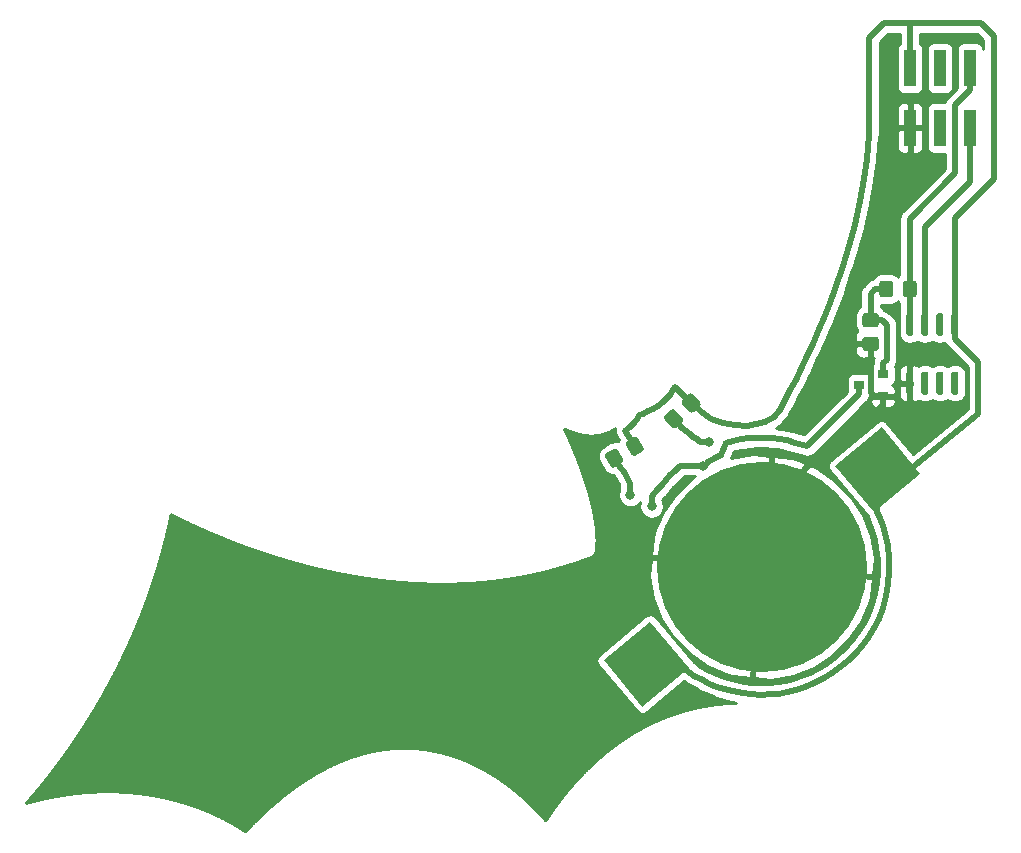
<source format=gbr>
%TF.GenerationSoftware,KiCad,Pcbnew,(5.1.7-0-10_14)*%
%TF.CreationDate,2020-10-21T09:02:29+08:00*%
%TF.ProjectId,HallowBadges,48616c6c-6f77-4426-9164-6765732e6b69,rev?*%
%TF.SameCoordinates,Original*%
%TF.FileFunction,Copper,L2,Bot*%
%TF.FilePolarity,Positive*%
%FSLAX46Y46*%
G04 Gerber Fmt 4.6, Leading zero omitted, Abs format (unit mm)*
G04 Created by KiCad (PCBNEW (5.1.7-0-10_14)) date 2020-10-21 09:02:29*
%MOMM*%
%LPD*%
G01*
G04 APERTURE LIST*
%TA.AperFunction,SMDPad,CuDef*%
%ADD10C,0.100000*%
%TD*%
%TA.AperFunction,SMDPad,CuDef*%
%ADD11C,17.800000*%
%TD*%
%TA.AperFunction,SMDPad,CuDef*%
%ADD12R,1.000000X3.150000*%
%TD*%
%TA.AperFunction,SMDPad,CuDef*%
%ADD13R,0.900000X0.800000*%
%TD*%
%TA.AperFunction,ViaPad*%
%ADD14C,0.800000*%
%TD*%
%TA.AperFunction,Conductor*%
%ADD15C,0.500000*%
%TD*%
%TA.AperFunction,Conductor*%
%ADD16C,0.254000*%
%TD*%
%TA.AperFunction,Conductor*%
%ADD17C,0.100000*%
%TD*%
G04 APERTURE END LIST*
%TA.AperFunction,SMDPad,CuDef*%
D10*
%TO.P,BT1,1*%
%TO.N,VCC*%
G36*
X146215736Y-129088459D02*
G01*
X149493953Y-132995286D01*
X145587126Y-136273503D01*
X142308909Y-132366676D01*
X146215736Y-129088459D01*
G37*
%TD.AperFunction*%
%TA.AperFunction,SMDPad,CuDef*%
G36*
X165826474Y-112633097D02*
G01*
X169104691Y-116539924D01*
X165197864Y-119818141D01*
X161919647Y-115911314D01*
X165826474Y-112633097D01*
G37*
%TD.AperFunction*%
D11*
%TO.P,BT1,2*%
%TO.N,GND*%
X155706800Y-124453300D03*
%TD*%
D12*
%TO.P,J1,1*%
%TO.N,VCC*%
X168241700Y-82228100D03*
%TO.P,J1,2*%
%TO.N,GND*%
X168241700Y-87278100D03*
%TO.P,J1,3*%
%TO.N,Net-(J1-Pad3)*%
X170781700Y-82228100D03*
%TO.P,J1,4*%
%TO.N,Net-(J1-Pad4)*%
X170781700Y-87278100D03*
%TO.P,J1,5*%
%TO.N,GPIO1*%
X173321700Y-82228100D03*
%TO.P,J1,6*%
%TO.N,GPIO2*%
X173321700Y-87278100D03*
%TD*%
D13*
%TO.P,Q1,1*%
%TO.N,Net-(Q1-Pad1)*%
X165952400Y-108098200D03*
%TO.P,Q1,2*%
%TO.N,GND*%
X165952400Y-109998200D03*
%TO.P,Q1,3*%
%TO.N,Net-(D1-Pad1)*%
X163952400Y-109048200D03*
%TD*%
%TO.P,R1,1*%
%TO.N,VCC*%
%TA.AperFunction,SMDPad,CuDef*%
G36*
G01*
X149851022Y-109840275D02*
X150453241Y-110509107D01*
G75*
G02*
X150434738Y-110862174I-185785J-167282D01*
G01*
X149914535Y-111330566D01*
G75*
G02*
X149561468Y-111312063I-167282J185785D01*
G01*
X148959249Y-110643231D01*
G75*
G02*
X148977752Y-110290164I185785J167282D01*
G01*
X149497955Y-109821772D01*
G75*
G02*
X149851022Y-109840275I167282J-185785D01*
G01*
G37*
%TD.AperFunction*%
%TO.P,R1,2*%
%TO.N,Net-(D1-Pad2)*%
%TA.AperFunction,SMDPad,CuDef*%
G36*
G01*
X148364732Y-111178537D02*
X148966951Y-111847369D01*
G75*
G02*
X148948448Y-112200436I-185785J-167282D01*
G01*
X148428245Y-112668828D01*
G75*
G02*
X148075178Y-112650325I-167282J185785D01*
G01*
X147472959Y-111981493D01*
G75*
G02*
X147491462Y-111628426I185785J167282D01*
G01*
X148011665Y-111160034D01*
G75*
G02*
X148364732Y-111178537I167282J-185785D01*
G01*
G37*
%TD.AperFunction*%
%TD*%
%TO.P,R2,2*%
%TO.N,Net-(D2-Pad2)*%
%TA.AperFunction,SMDPad,CuDef*%
G36*
G01*
X143489489Y-114548088D02*
X143939490Y-115327512D01*
G75*
G02*
X143847985Y-115669017I-216505J-125000D01*
G01*
X143241766Y-116019018D01*
G75*
G02*
X142900261Y-115927512I-125000J216505D01*
G01*
X142450260Y-115148087D01*
G75*
G02*
X142541766Y-114806583I216505J124999D01*
G01*
X143147985Y-114456582D01*
G75*
G02*
X143489489Y-114548088I124999J-216505D01*
G01*
G37*
%TD.AperFunction*%
%TO.P,R2,1*%
%TO.N,VCC*%
%TA.AperFunction,SMDPad,CuDef*%
G36*
G01*
X145221539Y-113548088D02*
X145671540Y-114327512D01*
G75*
G02*
X145580035Y-114669017I-216505J-125000D01*
G01*
X144973816Y-115019018D01*
G75*
G02*
X144632311Y-114927512I-125000J216505D01*
G01*
X144182310Y-114148087D01*
G75*
G02*
X144273816Y-113806583I216505J124999D01*
G01*
X144880035Y-113456582D01*
G75*
G02*
X145221539Y-113548088I124999J-216505D01*
G01*
G37*
%TD.AperFunction*%
%TD*%
%TO.P,R3,1*%
%TO.N,Net-(Q1-Pad1)*%
%TA.AperFunction,SMDPad,CuDef*%
G36*
G01*
X165625700Y-101370201D02*
X165625700Y-100470199D01*
G75*
G02*
X165875699Y-100220200I249999J0D01*
G01*
X166575701Y-100220200D01*
G75*
G02*
X166825700Y-100470199I0J-249999D01*
G01*
X166825700Y-101370201D01*
G75*
G02*
X166575701Y-101620200I-249999J0D01*
G01*
X165875699Y-101620200D01*
G75*
G02*
X165625700Y-101370201I0J249999D01*
G01*
G37*
%TD.AperFunction*%
%TO.P,R3,2*%
%TO.N,GPIO1*%
%TA.AperFunction,SMDPad,CuDef*%
G36*
G01*
X167625700Y-101370201D02*
X167625700Y-100470199D01*
G75*
G02*
X167875699Y-100220200I249999J0D01*
G01*
X168575701Y-100220200D01*
G75*
G02*
X168825700Y-100470199I0J-249999D01*
G01*
X168825700Y-101370201D01*
G75*
G02*
X168575701Y-101620200I-249999J0D01*
G01*
X167875699Y-101620200D01*
G75*
G02*
X167625700Y-101370201I0J249999D01*
G01*
G37*
%TD.AperFunction*%
%TD*%
%TO.P,R4,2*%
%TO.N,Net-(Q1-Pad1)*%
%TA.AperFunction,SMDPad,CuDef*%
G36*
G01*
X165351601Y-104165100D02*
X164451599Y-104165100D01*
G75*
G02*
X164201600Y-103915101I0J249999D01*
G01*
X164201600Y-103215099D01*
G75*
G02*
X164451599Y-102965100I249999J0D01*
G01*
X165351601Y-102965100D01*
G75*
G02*
X165601600Y-103215099I0J-249999D01*
G01*
X165601600Y-103915101D01*
G75*
G02*
X165351601Y-104165100I-249999J0D01*
G01*
G37*
%TD.AperFunction*%
%TO.P,R4,1*%
%TO.N,GND*%
%TA.AperFunction,SMDPad,CuDef*%
G36*
G01*
X165351601Y-106165100D02*
X164451599Y-106165100D01*
G75*
G02*
X164201600Y-105915101I0J249999D01*
G01*
X164201600Y-105215099D01*
G75*
G02*
X164451599Y-104965100I249999J0D01*
G01*
X165351601Y-104965100D01*
G75*
G02*
X165601600Y-105215099I0J-249999D01*
G01*
X165601600Y-105915101D01*
G75*
G02*
X165351601Y-106165100I-249999J0D01*
G01*
G37*
%TD.AperFunction*%
%TD*%
%TO.P,U1,1*%
%TO.N,Net-(U1-Pad1)*%
%TA.AperFunction,SMDPad,CuDef*%
G36*
G01*
X172189000Y-109856600D02*
X171889000Y-109856600D01*
G75*
G02*
X171739000Y-109706600I0J150000D01*
G01*
X171739000Y-108056600D01*
G75*
G02*
X171889000Y-107906600I150000J0D01*
G01*
X172189000Y-107906600D01*
G75*
G02*
X172339000Y-108056600I0J-150000D01*
G01*
X172339000Y-109706600D01*
G75*
G02*
X172189000Y-109856600I-150000J0D01*
G01*
G37*
%TD.AperFunction*%
%TO.P,U1,2*%
%TO.N,Net-(U1-Pad2)*%
%TA.AperFunction,SMDPad,CuDef*%
G36*
G01*
X170919000Y-109856600D02*
X170619000Y-109856600D01*
G75*
G02*
X170469000Y-109706600I0J150000D01*
G01*
X170469000Y-108056600D01*
G75*
G02*
X170619000Y-107906600I150000J0D01*
G01*
X170919000Y-107906600D01*
G75*
G02*
X171069000Y-108056600I0J-150000D01*
G01*
X171069000Y-109706600D01*
G75*
G02*
X170919000Y-109856600I-150000J0D01*
G01*
G37*
%TD.AperFunction*%
%TO.P,U1,3*%
%TO.N,Net-(U1-Pad3)*%
%TA.AperFunction,SMDPad,CuDef*%
G36*
G01*
X169649000Y-109856600D02*
X169349000Y-109856600D01*
G75*
G02*
X169199000Y-109706600I0J150000D01*
G01*
X169199000Y-108056600D01*
G75*
G02*
X169349000Y-107906600I150000J0D01*
G01*
X169649000Y-107906600D01*
G75*
G02*
X169799000Y-108056600I0J-150000D01*
G01*
X169799000Y-109706600D01*
G75*
G02*
X169649000Y-109856600I-150000J0D01*
G01*
G37*
%TD.AperFunction*%
%TO.P,U1,4*%
%TO.N,GND*%
%TA.AperFunction,SMDPad,CuDef*%
G36*
G01*
X168379000Y-109856600D02*
X168079000Y-109856600D01*
G75*
G02*
X167929000Y-109706600I0J150000D01*
G01*
X167929000Y-108056600D01*
G75*
G02*
X168079000Y-107906600I150000J0D01*
G01*
X168379000Y-107906600D01*
G75*
G02*
X168529000Y-108056600I0J-150000D01*
G01*
X168529000Y-109706600D01*
G75*
G02*
X168379000Y-109856600I-150000J0D01*
G01*
G37*
%TD.AperFunction*%
%TO.P,U1,5*%
%TO.N,GPIO1*%
%TA.AperFunction,SMDPad,CuDef*%
G36*
G01*
X168379000Y-104906600D02*
X168079000Y-104906600D01*
G75*
G02*
X167929000Y-104756600I0J150000D01*
G01*
X167929000Y-103106600D01*
G75*
G02*
X168079000Y-102956600I150000J0D01*
G01*
X168379000Y-102956600D01*
G75*
G02*
X168529000Y-103106600I0J-150000D01*
G01*
X168529000Y-104756600D01*
G75*
G02*
X168379000Y-104906600I-150000J0D01*
G01*
G37*
%TD.AperFunction*%
%TO.P,U1,6*%
%TO.N,GPIO2*%
%TA.AperFunction,SMDPad,CuDef*%
G36*
G01*
X169649000Y-104906600D02*
X169349000Y-104906600D01*
G75*
G02*
X169199000Y-104756600I0J150000D01*
G01*
X169199000Y-103106600D01*
G75*
G02*
X169349000Y-102956600I150000J0D01*
G01*
X169649000Y-102956600D01*
G75*
G02*
X169799000Y-103106600I0J-150000D01*
G01*
X169799000Y-104756600D01*
G75*
G02*
X169649000Y-104906600I-150000J0D01*
G01*
G37*
%TD.AperFunction*%
%TO.P,U1,7*%
%TO.N,Net-(U1-Pad7)*%
%TA.AperFunction,SMDPad,CuDef*%
G36*
G01*
X170919000Y-104906600D02*
X170619000Y-104906600D01*
G75*
G02*
X170469000Y-104756600I0J150000D01*
G01*
X170469000Y-103106600D01*
G75*
G02*
X170619000Y-102956600I150000J0D01*
G01*
X170919000Y-102956600D01*
G75*
G02*
X171069000Y-103106600I0J-150000D01*
G01*
X171069000Y-104756600D01*
G75*
G02*
X170919000Y-104906600I-150000J0D01*
G01*
G37*
%TD.AperFunction*%
%TO.P,U1,8*%
%TO.N,VCC*%
%TA.AperFunction,SMDPad,CuDef*%
G36*
G01*
X172189000Y-104906600D02*
X171889000Y-104906600D01*
G75*
G02*
X171739000Y-104756600I0J150000D01*
G01*
X171739000Y-103106600D01*
G75*
G02*
X171889000Y-102956600I150000J0D01*
G01*
X172189000Y-102956600D01*
G75*
G02*
X172339000Y-103106600I0J-150000D01*
G01*
X172339000Y-104756600D01*
G75*
G02*
X172189000Y-104906600I-150000J0D01*
G01*
G37*
%TD.AperFunction*%
%TD*%
D14*
%TO.N,Net-(D1-Pad1)*%
X146370541Y-119323648D03*
X150677880Y-115864508D03*
%TO.N,Net-(D1-Pad2)*%
X151208460Y-113884360D03*
%TO.N,Net-(D2-Pad2)*%
X144560499Y-118361232D03*
%TD*%
D15*
%TO.N,VCC*%
X164991469Y-115946219D02*
X168229000Y-116223700D01*
X168508400Y-116020500D02*
X164991469Y-115946219D01*
X174032900Y-111461200D02*
X168508400Y-116020500D01*
X174032900Y-107130500D02*
X174032900Y-111461200D01*
X172039000Y-103931600D02*
X172039000Y-105136600D01*
X172039000Y-105136600D02*
X174032900Y-107130500D01*
X145901431Y-132680981D02*
X149306000Y-133165500D01*
X149306000Y-133165500D02*
X149941000Y-133648100D01*
X149941000Y-133648100D02*
X150690300Y-134041800D01*
X150690300Y-134041800D02*
X151261800Y-134321200D01*
X151261800Y-134321200D02*
X151909500Y-134587900D01*
X151909500Y-134587900D02*
X152531800Y-134816500D01*
X152531800Y-134816500D02*
X153293800Y-134994300D01*
X153293800Y-134994300D02*
X154093900Y-135134000D01*
X154093900Y-135134000D02*
X154805100Y-135222900D01*
X154805100Y-135222900D02*
X155617900Y-135273700D01*
X155617900Y-135273700D02*
X156430700Y-135235600D01*
X156430700Y-135235600D02*
X157116500Y-135172100D01*
X157116500Y-135172100D02*
X157802300Y-135070500D01*
X157802300Y-135070500D02*
X158564300Y-134867300D01*
X158564300Y-134867300D02*
X159351700Y-134613300D01*
X159351700Y-134613300D02*
X160139100Y-134295800D01*
X160139100Y-134295800D02*
X160951900Y-133864000D01*
X160951900Y-133864000D02*
X161612300Y-133457600D01*
X161612300Y-133457600D02*
X162348900Y-132962300D01*
X162348900Y-132962300D02*
X163098200Y-132327300D01*
X163098200Y-132327300D02*
X163669700Y-131730400D01*
X163669700Y-131730400D02*
X164203100Y-131108100D01*
X164203100Y-131108100D02*
X164685700Y-130435000D01*
X164685700Y-130435000D02*
X165168300Y-129647600D01*
X165168300Y-129647600D02*
X165574700Y-128834800D01*
X165574700Y-128834800D02*
X165930300Y-127895000D01*
X165930300Y-127895000D02*
X166222400Y-126891700D01*
X166222400Y-126891700D02*
X166412900Y-125888400D01*
X166412900Y-125888400D02*
X166501800Y-124796200D01*
X166501800Y-124796200D02*
X166476400Y-123716700D01*
X166476400Y-123716700D02*
X166362100Y-122700700D01*
X166362100Y-122700700D02*
X166209700Y-121900600D01*
X166209700Y-121900600D02*
X165955700Y-121024300D01*
X165955700Y-121024300D02*
X165689000Y-120338500D01*
X165689000Y-120338500D02*
X165473100Y-119830500D01*
X165473100Y-119830500D02*
X165512169Y-116225619D01*
X144926925Y-114237800D02*
X144149800Y-112909000D01*
X144149800Y-112909000D02*
X144568900Y-112629600D01*
X144568900Y-112629600D02*
X144899100Y-112235900D01*
X144899100Y-112235900D02*
X145178500Y-111816800D01*
X145178500Y-111816800D02*
X145318200Y-111562800D01*
X145318200Y-111562800D02*
X145661100Y-111461200D01*
X145661100Y-111461200D02*
X146054800Y-111283400D01*
X146054800Y-111283400D02*
X146448500Y-111067500D01*
X146448500Y-111067500D02*
X146893000Y-110826200D01*
X146893000Y-110826200D02*
X147299400Y-110496000D01*
X147299400Y-110496000D02*
X147566100Y-110229300D01*
X147566100Y-110229300D02*
X147883600Y-109886400D01*
X147883600Y-109886400D02*
X148188400Y-109441900D01*
X148188400Y-109441900D02*
X148328100Y-109213300D01*
X148328100Y-109213300D02*
X149706245Y-110576169D01*
X164774600Y-87890000D02*
X164774600Y-84359400D01*
X164571400Y-89871200D02*
X164774600Y-87890000D01*
X164317400Y-91611100D02*
X164571400Y-89871200D01*
X162539400Y-98951700D02*
X163072800Y-97262600D01*
X161904400Y-100920200D02*
X162539400Y-98951700D01*
X161459900Y-102075900D02*
X161904400Y-100920200D01*
X154449500Y-112502600D02*
X155173400Y-112362900D01*
X149706245Y-110576169D02*
X150690300Y-111435800D01*
X163974500Y-93490700D02*
X164317400Y-91611100D01*
X156722800Y-111753300D02*
X157218100Y-111131000D01*
X153433500Y-112464500D02*
X154449500Y-112502600D01*
X151426900Y-111905700D02*
X152379400Y-112299400D01*
X163542700Y-95497300D02*
X163974500Y-93490700D01*
X150690300Y-111435800D02*
X151426900Y-111905700D01*
X155173400Y-112362900D02*
X155922700Y-112185100D01*
X152379400Y-112299400D02*
X153433500Y-112464500D01*
X155922700Y-112185100D02*
X156722800Y-111753300D01*
X157218100Y-111131000D02*
X157599100Y-110483300D01*
X157599100Y-110483300D02*
X158094400Y-109454600D01*
X163072800Y-97262600D02*
X163542700Y-95497300D01*
X158094400Y-109454600D02*
X158551600Y-108629100D01*
X158551600Y-108629100D02*
X159021500Y-107714700D01*
X159021500Y-107714700D02*
X159504100Y-106597100D01*
X159504100Y-106597100D02*
X159986700Y-105593800D01*
X160977300Y-103345900D02*
X161459900Y-102075900D01*
X160570900Y-104273000D02*
X160977300Y-103345900D01*
X159986700Y-105593800D02*
X160570900Y-104273000D01*
X172039000Y-94887700D02*
X175341000Y-91585700D01*
X172039000Y-103931600D02*
X172039000Y-94887700D01*
X164774600Y-84359400D02*
X164774600Y-79668020D01*
X164774600Y-79668020D02*
X166009040Y-78433580D01*
X174284360Y-78433580D02*
X175341000Y-79490220D01*
X175341000Y-91585700D02*
X175341000Y-79490220D01*
X168241700Y-78471680D02*
X168203600Y-78433580D01*
X168241700Y-82228100D02*
X168241700Y-78471680D01*
X166009040Y-78433580D02*
X168203600Y-78433580D01*
X168203600Y-78433580D02*
X174284360Y-78433580D01*
%TO.N,GND*%
X165562000Y-111131000D02*
X165952400Y-110740600D01*
X165952400Y-110740600D02*
X165952400Y-109998200D01*
X164304700Y-111131000D02*
X165562000Y-111131000D01*
X159250100Y-116223700D02*
X164304700Y-111131000D01*
X155706800Y-124453300D02*
X159250100Y-116807900D01*
X159250100Y-116807900D02*
X159250100Y-116223700D01*
X168229000Y-110736406D02*
X168229000Y-108881600D01*
X165562000Y-111131000D02*
X167834406Y-111131000D01*
X167834406Y-111131000D02*
X168229000Y-110736406D01*
X162806100Y-103599900D02*
X163187100Y-102622000D01*
X163555400Y-101644100D02*
X163911000Y-100577300D01*
X164228500Y-99408900D02*
X164596800Y-98126200D01*
X166311300Y-90176000D02*
X166514500Y-88753600D01*
X163187100Y-102622000D02*
X163555400Y-101644100D01*
X162514000Y-104438100D02*
X162806100Y-103599900D01*
X164901600Y-105565100D02*
X163641000Y-105565100D01*
X165663600Y-94278100D02*
X165892200Y-92982700D01*
X165892200Y-92982700D02*
X166082700Y-91700000D01*
X163641000Y-105565100D02*
X162514000Y-104438100D01*
X164596800Y-98126200D02*
X164965100Y-96907000D01*
X166082700Y-91700000D02*
X166311300Y-90176000D01*
X163911000Y-100577300D02*
X164228500Y-99408900D01*
X164965100Y-96907000D02*
X165358800Y-95535400D01*
X165358800Y-95535400D02*
X165663600Y-94278100D01*
X167304200Y-87278100D02*
X168241700Y-87278100D01*
X166654200Y-87928100D02*
X167304200Y-87278100D01*
X166514500Y-88753600D02*
X166654200Y-87928100D01*
X164952400Y-109708600D02*
X164952400Y-105615900D01*
X164952400Y-105615900D02*
X164901600Y-105565100D01*
X165952400Y-109998200D02*
X165242000Y-109998200D01*
X165242000Y-109998200D02*
X164952400Y-109708600D01*
%TO.N,Net-(D1-Pad1)*%
X163949100Y-109048200D02*
X163952400Y-109048200D01*
X163949100Y-109822900D02*
X163949100Y-109048200D01*
X154627300Y-113569400D02*
X155351200Y-113531300D01*
X159543334Y-114228666D02*
X163949100Y-109822900D01*
X157865800Y-113734500D02*
X158538900Y-113925000D01*
X151172900Y-115537900D02*
X151719000Y-115245800D01*
X150846292Y-115864508D02*
X151172900Y-115537900D01*
X157154600Y-113620200D02*
X157865800Y-113734500D01*
X152265100Y-115004500D02*
X152620700Y-113925000D01*
X150677880Y-115864508D02*
X150846292Y-115864508D01*
X153268400Y-113772600D02*
X153928800Y-113645600D01*
X151719000Y-115245800D02*
X152265100Y-115004500D01*
X152620700Y-113925000D02*
X153268400Y-113772600D01*
X153928800Y-113645600D02*
X154627300Y-113569400D01*
X155351200Y-113531300D02*
X155986200Y-113518600D01*
X155986200Y-113518600D02*
X156608500Y-113544000D01*
X156608500Y-113544000D02*
X157154600Y-113620200D01*
X158538900Y-113925000D02*
X159543334Y-114228666D01*
X146370541Y-118435259D02*
X146370541Y-119323648D01*
X146918400Y-117887400D02*
X146370541Y-118435259D01*
X147223200Y-117493700D02*
X146918400Y-117887400D01*
X148839692Y-115864508D02*
X148721800Y-115982400D01*
X150677880Y-115864508D02*
X148839692Y-115864508D01*
X147934400Y-116706300D02*
X147553400Y-117100000D01*
X148721800Y-115982400D02*
X148340800Y-116312600D01*
X148340800Y-116312600D02*
X147934400Y-116706300D01*
X147553400Y-117100000D02*
X147223200Y-117493700D01*
%TO.N,Net-(D1-Pad2)*%
X148963100Y-112655000D02*
X148219955Y-111914431D01*
X149242500Y-112934400D02*
X148963100Y-112655000D01*
X150471860Y-113884360D02*
X150220400Y-113632900D01*
X150220400Y-113632900D02*
X149902900Y-113467800D01*
X151208460Y-113884360D02*
X150471860Y-113884360D01*
X149902900Y-113467800D02*
X149585400Y-113226500D01*
X149585400Y-113226500D02*
X149242500Y-112934400D01*
%TO.N,Net-(D2-Pad2)*%
X143705300Y-115982400D02*
X143194875Y-115237800D01*
X144560499Y-118361232D02*
X144505400Y-118306133D01*
X144505400Y-118306133D02*
X144505400Y-117379400D01*
X143984700Y-116376100D02*
X143705300Y-115982400D01*
X144505400Y-117379400D02*
X144378400Y-117074600D01*
X144378400Y-117074600D02*
X144200600Y-116706300D01*
X144200600Y-116706300D02*
X143984700Y-116376100D01*
%TO.N,GPIO1*%
X168225700Y-100920200D02*
X168229000Y-103931600D01*
X173321700Y-84041900D02*
X173321700Y-82228100D01*
X172051700Y-85311900D02*
X173321700Y-84041900D01*
X172051700Y-91103100D02*
X172051700Y-85311900D01*
X168225700Y-100920200D02*
X168229000Y-94963900D01*
X168229000Y-94963900D02*
X172051700Y-91103100D01*
%TO.N,GPIO2*%
X169499000Y-103931600D02*
X169499000Y-95649700D01*
X173321700Y-91827000D02*
X173321700Y-87278100D01*
X169499000Y-95649700D02*
X173321700Y-91827000D01*
%TO.N,Net-(Q1-Pad1)*%
X165282600Y-100920200D02*
X166225700Y-100920200D01*
X164901600Y-103565100D02*
X164901600Y-101301200D01*
X164901600Y-101301200D02*
X165282600Y-100920200D01*
X165952400Y-107222700D02*
X165952400Y-108098200D01*
X166273200Y-106901900D02*
X165952400Y-107222700D01*
X166273200Y-103980900D02*
X166273200Y-106901900D01*
X164901600Y-103565100D02*
X165857400Y-103565100D01*
X165857400Y-103565100D02*
X166273200Y-103980900D01*
%TD*%
D16*
%TO.N,GND*%
X167247738Y-101998162D02*
X167341966Y-102075493D01*
X167342795Y-102831790D01*
X167306071Y-102952855D01*
X167290928Y-103106600D01*
X167290928Y-104756600D01*
X167306071Y-104910345D01*
X167350916Y-105058182D01*
X167423742Y-105194429D01*
X167521749Y-105313851D01*
X167641171Y-105411858D01*
X167777418Y-105484684D01*
X167925255Y-105529529D01*
X168079000Y-105544672D01*
X168379000Y-105544672D01*
X168532745Y-105529529D01*
X168680582Y-105484684D01*
X168816829Y-105411858D01*
X168864000Y-105373146D01*
X168911171Y-105411858D01*
X169047418Y-105484684D01*
X169195255Y-105529529D01*
X169349000Y-105544672D01*
X169649000Y-105544672D01*
X169802745Y-105529529D01*
X169950582Y-105484684D01*
X170086829Y-105411858D01*
X170134000Y-105373146D01*
X170181171Y-105411858D01*
X170317418Y-105484684D01*
X170465255Y-105529529D01*
X170619000Y-105544672D01*
X170919000Y-105544672D01*
X171072745Y-105529529D01*
X171220582Y-105484684D01*
X171221347Y-105484275D01*
X171299590Y-105630659D01*
X171382468Y-105731646D01*
X171382471Y-105731649D01*
X171410184Y-105765417D01*
X171443951Y-105793129D01*
X173147900Y-107497079D01*
X173147901Y-111044112D01*
X168526450Y-114858138D01*
X166315266Y-112222952D01*
X166225858Y-112135475D01*
X166121103Y-112067120D01*
X166005025Y-112020516D01*
X165882086Y-111997453D01*
X165757009Y-111998817D01*
X165634602Y-112024557D01*
X165519569Y-112073682D01*
X165416329Y-112144305D01*
X161509502Y-115422522D01*
X161422025Y-115511930D01*
X161353670Y-115616685D01*
X161307066Y-115732763D01*
X161284003Y-115855702D01*
X161285367Y-115980779D01*
X161311107Y-116103186D01*
X161360232Y-116218219D01*
X161430855Y-116321459D01*
X164644951Y-120151869D01*
X164647872Y-120161889D01*
X164672139Y-120208498D01*
X164869142Y-120672035D01*
X165116631Y-121308436D01*
X165348111Y-122107038D01*
X165486420Y-122833161D01*
X165592567Y-123776695D01*
X165615954Y-124770643D01*
X165534642Y-125769619D01*
X165360837Y-126684991D01*
X165090286Y-127614277D01*
X164762946Y-128479389D01*
X164393802Y-129217677D01*
X163947848Y-129945286D01*
X163506204Y-130561264D01*
X163013604Y-131135963D01*
X162490854Y-131681946D01*
X161814258Y-132255333D01*
X161133288Y-132713228D01*
X160511955Y-133095587D01*
X159764991Y-133492413D01*
X159049992Y-133780719D01*
X158314281Y-134018046D01*
X157622860Y-134202425D01*
X157010785Y-134293103D01*
X156369171Y-134352512D01*
X155624803Y-134387405D01*
X154887671Y-134341334D01*
X154224970Y-134258497D01*
X153470607Y-134126783D01*
X152785890Y-133967016D01*
X152467475Y-133850047D01*
X155012176Y-133850047D01*
X156501779Y-134001398D01*
X158349245Y-133662841D01*
X160095164Y-132970367D01*
X161672439Y-131950587D01*
X163020460Y-130642690D01*
X164087420Y-129096939D01*
X164832318Y-127372735D01*
X164971795Y-126894211D01*
X165081409Y-125400957D01*
X155822248Y-124590886D01*
X155012176Y-133850047D01*
X152467475Y-133850047D01*
X152230684Y-133763063D01*
X151625010Y-133513668D01*
X151090580Y-133252392D01*
X150417850Y-132898925D01*
X149943611Y-132538503D01*
X146704528Y-128678314D01*
X146615120Y-128590837D01*
X146510365Y-128522482D01*
X146394287Y-128475878D01*
X146271348Y-128452815D01*
X146146271Y-128454179D01*
X146023864Y-128479919D01*
X145908831Y-128529044D01*
X145805591Y-128599667D01*
X141898764Y-131877884D01*
X141811287Y-131967292D01*
X141742932Y-132072047D01*
X141696328Y-132188125D01*
X141673265Y-132311064D01*
X141674629Y-132436141D01*
X141700369Y-132558548D01*
X141749494Y-132673581D01*
X141820117Y-132776821D01*
X145098334Y-136683648D01*
X145187742Y-136771125D01*
X145292497Y-136839480D01*
X145408575Y-136886084D01*
X145531514Y-136909147D01*
X145656591Y-136907783D01*
X145778998Y-136882043D01*
X145894031Y-136832918D01*
X145997271Y-136762295D01*
X149123935Y-134138713D01*
X149360197Y-134318272D01*
X149381737Y-134339509D01*
X149429429Y-134370889D01*
X149440115Y-134379010D01*
X149465755Y-134394790D01*
X149490875Y-134411318D01*
X149502742Y-134417553D01*
X149551375Y-134447484D01*
X149579742Y-134458011D01*
X150251579Y-134811010D01*
X150262540Y-134817774D01*
X150290044Y-134831221D01*
X150317149Y-134845462D01*
X150329087Y-134850308D01*
X150859557Y-135109649D01*
X150884635Y-135122986D01*
X150898595Y-135128734D01*
X150912158Y-135135365D01*
X150938774Y-135145279D01*
X151548137Y-135396193D01*
X151563527Y-135403631D01*
X151588323Y-135412740D01*
X151612738Y-135422793D01*
X151629099Y-135427719D01*
X152155140Y-135620959D01*
X152164660Y-135626457D01*
X152236854Y-135650976D01*
X152267446Y-135662214D01*
X152278025Y-135664959D01*
X152288363Y-135668470D01*
X152320072Y-135675869D01*
X152393901Y-135695025D01*
X152404879Y-135695657D01*
X153074687Y-135851945D01*
X153098751Y-135858632D01*
X153116998Y-135861818D01*
X153135041Y-135866028D01*
X153159807Y-135869293D01*
X153517225Y-135931699D01*
X153496118Y-135932372D01*
X153494345Y-135932264D01*
X153462406Y-135933448D01*
X153430627Y-135934462D01*
X153428875Y-135934691D01*
X153392749Y-135936031D01*
X153390970Y-135935931D01*
X153359263Y-135937272D01*
X153327298Y-135938457D01*
X153325519Y-135938699D01*
X153289977Y-135940202D01*
X153288288Y-135940116D01*
X153256404Y-135941622D01*
X153224437Y-135942974D01*
X153222758Y-135943211D01*
X153186533Y-135944922D01*
X153184272Y-135944822D01*
X153152894Y-135946511D01*
X153121570Y-135947991D01*
X153119335Y-135948318D01*
X153082511Y-135950301D01*
X153081047Y-135950242D01*
X153048895Y-135952111D01*
X153016776Y-135953840D01*
X153015329Y-135954062D01*
X152979084Y-135956168D01*
X152976919Y-135956095D01*
X152945474Y-135958122D01*
X152914068Y-135959947D01*
X152911932Y-135960283D01*
X152875927Y-135962604D01*
X152874229Y-135962555D01*
X152842324Y-135964770D01*
X152810466Y-135966823D01*
X152808793Y-135967097D01*
X152772977Y-135969584D01*
X152771123Y-135969540D01*
X152739428Y-135971912D01*
X152707698Y-135974115D01*
X152705868Y-135974424D01*
X152668754Y-135977202D01*
X152666566Y-135977165D01*
X152635113Y-135979721D01*
X152603818Y-135982063D01*
X152601674Y-135982437D01*
X152565356Y-135985388D01*
X152563843Y-135985369D01*
X152531802Y-135988114D01*
X152499795Y-135990715D01*
X152498308Y-135990984D01*
X152462254Y-135994074D01*
X152459846Y-135994060D01*
X152428681Y-135996950D01*
X152397596Y-135999614D01*
X152395236Y-136000052D01*
X152359205Y-136003394D01*
X152357754Y-136003392D01*
X152325615Y-136006510D01*
X152293641Y-136009475D01*
X152292224Y-136009748D01*
X152255512Y-136013310D01*
X152253264Y-136013321D01*
X152222063Y-136016554D01*
X152190776Y-136019589D01*
X152188566Y-136020025D01*
X152152286Y-136023785D01*
X152150697Y-136023800D01*
X152118758Y-136027259D01*
X152086930Y-136030557D01*
X152085379Y-136030874D01*
X152049924Y-136034713D01*
X152047947Y-136034744D01*
X152016538Y-136038329D01*
X151984995Y-136041745D01*
X151983053Y-136042151D01*
X151946770Y-136046292D01*
X151944586Y-136046340D01*
X151913397Y-136050101D01*
X151882088Y-136053675D01*
X151879946Y-136054136D01*
X151843190Y-136058568D01*
X151841273Y-136058621D01*
X151809734Y-136062603D01*
X151778277Y-136066397D01*
X151776411Y-136066811D01*
X151740356Y-136071363D01*
X151738428Y-136071427D01*
X151706991Y-136075576D01*
X151675510Y-136079551D01*
X151673628Y-136079979D01*
X151638232Y-136084651D01*
X151636521Y-136084716D01*
X151604873Y-136089054D01*
X151573214Y-136093232D01*
X151571547Y-136093621D01*
X151535941Y-136098501D01*
X151533845Y-136098594D01*
X151502611Y-136103070D01*
X151471351Y-136107354D01*
X151469311Y-136107841D01*
X151432772Y-136113077D01*
X151430769Y-136113177D01*
X151399365Y-136117864D01*
X151368133Y-136122339D01*
X151366197Y-136122814D01*
X151330533Y-136128136D01*
X151328779Y-136128233D01*
X151297236Y-136133105D01*
X151265713Y-136137810D01*
X151264012Y-136138238D01*
X151228404Y-136143738D01*
X151226405Y-136143860D01*
X151195133Y-136148878D01*
X151163875Y-136153706D01*
X151161938Y-136154204D01*
X151124916Y-136160144D01*
X151122502Y-136160308D01*
X151091695Y-136165474D01*
X151060862Y-136170421D01*
X151058523Y-136171036D01*
X151022817Y-136177024D01*
X151021507Y-136177118D01*
X150989504Y-136182610D01*
X150957736Y-136187937D01*
X150956478Y-136188277D01*
X150921199Y-136194332D01*
X150918765Y-136194524D01*
X150888034Y-136200023D01*
X150857283Y-136205300D01*
X150854930Y-136205946D01*
X150819263Y-136212329D01*
X150817546Y-136212473D01*
X150786166Y-136218251D01*
X150754724Y-136223877D01*
X150753064Y-136224346D01*
X150717196Y-136230950D01*
X150715113Y-136231138D01*
X150684100Y-136237044D01*
X150653066Y-136242758D01*
X150651057Y-136243336D01*
X150614918Y-136250218D01*
X150612904Y-136250412D01*
X150581890Y-136256508D01*
X150550807Y-136262427D01*
X150548864Y-136262999D01*
X150512157Y-136270214D01*
X150510094Y-136270425D01*
X150479250Y-136276682D01*
X150448173Y-136282790D01*
X150446175Y-136283391D01*
X150409934Y-136290743D01*
X150407849Y-136290969D01*
X150376993Y-136297425D01*
X150346044Y-136303703D01*
X150344036Y-136304320D01*
X150308562Y-136311742D01*
X150306740Y-136311950D01*
X150275587Y-136318642D01*
X150244481Y-136325150D01*
X150242736Y-136325698D01*
X150207503Y-136333266D01*
X150205528Y-136333503D01*
X150174530Y-136340349D01*
X150143647Y-136346983D01*
X150141762Y-136347586D01*
X150105905Y-136355506D01*
X150104051Y-136355738D01*
X150073030Y-136362766D01*
X150042017Y-136369616D01*
X150040243Y-136370195D01*
X150004903Y-136378202D01*
X150002835Y-136378474D01*
X149972165Y-136385620D01*
X149941321Y-136392608D01*
X149939333Y-136393269D01*
X149903863Y-136401533D01*
X149901855Y-136401809D01*
X149871131Y-136409159D01*
X149840296Y-136416343D01*
X149838373Y-136416996D01*
X149802280Y-136425630D01*
X149800065Y-136425949D01*
X149769527Y-136433465D01*
X149739008Y-136440766D01*
X149736897Y-136441496D01*
X149701662Y-136450168D01*
X149699923Y-136450428D01*
X149668951Y-136458219D01*
X149638020Y-136465832D01*
X149636366Y-136466416D01*
X149601311Y-136475234D01*
X149599256Y-136475554D01*
X149568616Y-136483459D01*
X149538062Y-136491145D01*
X149536113Y-136491845D01*
X149500340Y-136501074D01*
X149498293Y-136501405D01*
X149467829Y-136509462D01*
X149437195Y-136517365D01*
X149435240Y-136518080D01*
X149399423Y-136527552D01*
X149397320Y-136527906D01*
X149366973Y-136536134D01*
X149336436Y-136544210D01*
X149334429Y-136544958D01*
X149298519Y-136554694D01*
X149296685Y-136555013D01*
X149266071Y-136563492D01*
X149235371Y-136571816D01*
X149233628Y-136572478D01*
X149198387Y-136582239D01*
X149196437Y-136582589D01*
X149165867Y-136591246D01*
X149135433Y-136599675D01*
X149133596Y-136600384D01*
X149098546Y-136610309D01*
X149096307Y-136610727D01*
X149066170Y-136619477D01*
X149035989Y-136628024D01*
X149033870Y-136628856D01*
X148999375Y-136638872D01*
X148997806Y-136639172D01*
X148967049Y-136648258D01*
X148936283Y-136657191D01*
X148934801Y-136657784D01*
X148899824Y-136668117D01*
X148897598Y-136668558D01*
X148867570Y-136677645D01*
X148837469Y-136686537D01*
X148835365Y-136687390D01*
X148800087Y-136698066D01*
X148798035Y-136698486D01*
X148767960Y-136707788D01*
X148737688Y-136716949D01*
X148735744Y-136717753D01*
X148700493Y-136728656D01*
X148698611Y-136729052D01*
X148668382Y-136738588D01*
X148638046Y-136747971D01*
X148636270Y-136748718D01*
X148601343Y-136759736D01*
X148599103Y-136760223D01*
X148569141Y-136769894D01*
X148539335Y-136779297D01*
X148537242Y-136780191D01*
X148502537Y-136791394D01*
X148500724Y-136791798D01*
X148470474Y-136801743D01*
X148440263Y-136811495D01*
X148438565Y-136812234D01*
X148404171Y-136823541D01*
X148402478Y-136823928D01*
X148372250Y-136834036D01*
X148341897Y-136844015D01*
X148340304Y-136844718D01*
X148305323Y-136856416D01*
X148302898Y-136856988D01*
X148273350Y-136867107D01*
X148243858Y-136876969D01*
X148241593Y-136877983D01*
X148206225Y-136890095D01*
X148204410Y-136890534D01*
X148174439Y-136900981D01*
X148144333Y-136911291D01*
X148142630Y-136912068D01*
X148108561Y-136923943D01*
X148106760Y-136924389D01*
X148076798Y-136935015D01*
X148046765Y-136945483D01*
X148045080Y-136946263D01*
X148010835Y-136958408D01*
X148008748Y-136958938D01*
X147979053Y-136969679D01*
X147949436Y-136980182D01*
X147947496Y-136981093D01*
X147912483Y-136993757D01*
X147910152Y-136994367D01*
X147880855Y-137005197D01*
X147851466Y-137015827D01*
X147849290Y-137016865D01*
X147814961Y-137029555D01*
X147813333Y-137029990D01*
X147783480Y-137041193D01*
X147753433Y-137052300D01*
X147751910Y-137053040D01*
X147717831Y-137065829D01*
X147716083Y-137066305D01*
X147686394Y-137077626D01*
X147656529Y-137088833D01*
X147654897Y-137089636D01*
X147620907Y-137102596D01*
X147618752Y-137103199D01*
X147589351Y-137114629D01*
X147560105Y-137125781D01*
X147558118Y-137126772D01*
X147524168Y-137139970D01*
X147522122Y-137140556D01*
X147492825Y-137152156D01*
X147463431Y-137163583D01*
X147461531Y-137164546D01*
X147427265Y-137178113D01*
X147425561Y-137178610D01*
X147396020Y-137190484D01*
X147366354Y-137202229D01*
X147364772Y-137203043D01*
X147330131Y-137216966D01*
X147327925Y-137217626D01*
X147298864Y-137229533D01*
X147269822Y-137241206D01*
X147267786Y-137242267D01*
X147233737Y-137256218D01*
X147231998Y-137256748D01*
X147202617Y-137268968D01*
X147173155Y-137281040D01*
X147171547Y-137281891D01*
X147138256Y-137295738D01*
X147136048Y-137296428D01*
X147107242Y-137308638D01*
X147078264Y-137320691D01*
X147076219Y-137321788D01*
X147043321Y-137335733D01*
X147041854Y-137336198D01*
X147012472Y-137348808D01*
X146982790Y-137361390D01*
X146981428Y-137362133D01*
X146947902Y-137376521D01*
X146945675Y-137377245D01*
X146916979Y-137389794D01*
X146888215Y-137402139D01*
X146886165Y-137403269D01*
X146852100Y-137418165D01*
X146850142Y-137418814D01*
X146821174Y-137431689D01*
X146792319Y-137444307D01*
X146790531Y-137445308D01*
X146757578Y-137459954D01*
X146755844Y-137460539D01*
X146726750Y-137473656D01*
X146697749Y-137486545D01*
X146696166Y-137487444D01*
X146663576Y-137502136D01*
X146661741Y-137502767D01*
X146632892Y-137515970D01*
X146603996Y-137528997D01*
X146602315Y-137529963D01*
X146569008Y-137545206D01*
X146567110Y-137545871D01*
X146538402Y-137559213D01*
X146509651Y-137572371D01*
X146507915Y-137573382D01*
X146474401Y-137588958D01*
X146472426Y-137589663D01*
X146443973Y-137603099D01*
X146415285Y-137616432D01*
X146413469Y-137617504D01*
X146380770Y-137632945D01*
X146379033Y-137633576D01*
X146350207Y-137647378D01*
X146321576Y-137660898D01*
X146320005Y-137661838D01*
X146287595Y-137677356D01*
X146285692Y-137678060D01*
X146257321Y-137691851D01*
X146228737Y-137705537D01*
X146226994Y-137706593D01*
X146193856Y-137722701D01*
X146191844Y-137723460D01*
X146163588Y-137737415D01*
X146135270Y-137751180D01*
X146133439Y-137752304D01*
X146100488Y-137768577D01*
X146098772Y-137769235D01*
X146070410Y-137783432D01*
X146041807Y-137797558D01*
X146040238Y-137798535D01*
X146008213Y-137814566D01*
X146006481Y-137815240D01*
X145978100Y-137829639D01*
X145949696Y-137843857D01*
X145948127Y-137844846D01*
X145915932Y-137861180D01*
X145913791Y-137862030D01*
X145885877Y-137876428D01*
X145857969Y-137890587D01*
X145856034Y-137891821D01*
X145823836Y-137908428D01*
X145822418Y-137908999D01*
X145793940Y-137923849D01*
X145765384Y-137938578D01*
X145764100Y-137939409D01*
X145731889Y-137956206D01*
X145729869Y-137957033D01*
X145701977Y-137971803D01*
X145674149Y-137986314D01*
X145672332Y-137987501D01*
X145640011Y-138004617D01*
X145638070Y-138005426D01*
X145610285Y-138020358D01*
X145582399Y-138035125D01*
X145580646Y-138036287D01*
X145548395Y-138053619D01*
X145546861Y-138054267D01*
X145518819Y-138069514D01*
X145490594Y-138084682D01*
X145489206Y-138085614D01*
X145456778Y-138103245D01*
X145454710Y-138104135D01*
X145427247Y-138119301D01*
X145399640Y-138134311D01*
X145397774Y-138135577D01*
X145366148Y-138153042D01*
X145364610Y-138153713D01*
X145336660Y-138169327D01*
X145308702Y-138184766D01*
X145307323Y-138185715D01*
X145275845Y-138203299D01*
X145274002Y-138204116D01*
X145246480Y-138219703D01*
X145218861Y-138235132D01*
X145217205Y-138236283D01*
X145184755Y-138254662D01*
X145182815Y-138255536D01*
X145155450Y-138271259D01*
X145128047Y-138286779D01*
X145126311Y-138288001D01*
X145094894Y-138306052D01*
X145093416Y-138306727D01*
X145065834Y-138322750D01*
X145037967Y-138338761D01*
X145036635Y-138339712D01*
X145005759Y-138357647D01*
X145003915Y-138358502D01*
X144976642Y-138374561D01*
X144949327Y-138390429D01*
X144947681Y-138391615D01*
X144916191Y-138410158D01*
X144914487Y-138410959D01*
X144887237Y-138427207D01*
X144859828Y-138443347D01*
X144858303Y-138444460D01*
X144827014Y-138463117D01*
X144825145Y-138464009D01*
X144798065Y-138480378D01*
X144770988Y-138496523D01*
X144769328Y-138497748D01*
X144738432Y-138516423D01*
X144736846Y-138517191D01*
X144709695Y-138533794D01*
X144682355Y-138550320D01*
X144680940Y-138551378D01*
X144650190Y-138570181D01*
X144648648Y-138570937D01*
X144621418Y-138587776D01*
X144594235Y-138604398D01*
X144592871Y-138605428D01*
X144562072Y-138624474D01*
X144560310Y-138625350D01*
X144533446Y-138642176D01*
X144506514Y-138658830D01*
X144504952Y-138660023D01*
X144474120Y-138679334D01*
X144472140Y-138680334D01*
X144445695Y-138697137D01*
X144418979Y-138713870D01*
X144417213Y-138715234D01*
X144386654Y-138734651D01*
X144385286Y-138735350D01*
X144358137Y-138752771D01*
X144331142Y-138769923D01*
X144329943Y-138770862D01*
X144299685Y-138790277D01*
X144297994Y-138791153D01*
X144271353Y-138808457D01*
X144244649Y-138825592D01*
X144243156Y-138826771D01*
X144212781Y-138846501D01*
X144211078Y-138847395D01*
X144184566Y-138864827D01*
X144157959Y-138882109D01*
X144156457Y-138883309D01*
X144125855Y-138903431D01*
X144124347Y-138904232D01*
X144097695Y-138921947D01*
X144071050Y-138939466D01*
X144069727Y-138940536D01*
X144039691Y-138960499D01*
X144037837Y-138961499D01*
X144011683Y-138979115D01*
X143985403Y-138996582D01*
X143983771Y-138997915D01*
X143954261Y-139017791D01*
X143953016Y-139018469D01*
X143926382Y-139036569D01*
X143899623Y-139054592D01*
X143898528Y-139055497D01*
X143868500Y-139075904D01*
X143866584Y-139076963D01*
X143840688Y-139094804D01*
X143814658Y-139112493D01*
X143812975Y-139113896D01*
X143782822Y-139134670D01*
X143781271Y-139135538D01*
X143755105Y-139153765D01*
X143728868Y-139171841D01*
X143727511Y-139172987D01*
X143697487Y-139193902D01*
X143696016Y-139194735D01*
X143669864Y-139213145D01*
X143643653Y-139231403D01*
X143642369Y-139232499D01*
X143613109Y-139253096D01*
X143611510Y-139254013D01*
X143585574Y-139272479D01*
X143559589Y-139290771D01*
X143558196Y-139291972D01*
X143528946Y-139312798D01*
X143527184Y-139313822D01*
X143501583Y-139332280D01*
X143475792Y-139350643D01*
X143474251Y-139351986D01*
X143445078Y-139373019D01*
X143443899Y-139373711D01*
X143417712Y-139392750D01*
X143391598Y-139411578D01*
X143390578Y-139412477D01*
X143361502Y-139433617D01*
X143359599Y-139434750D01*
X143334321Y-139453379D01*
X143308870Y-139471883D01*
X143307211Y-139473358D01*
X143277898Y-139494961D01*
X143276724Y-139495666D01*
X143250814Y-139514921D01*
X143224826Y-139534073D01*
X143223809Y-139534989D01*
X143195031Y-139556375D01*
X143193451Y-139557336D01*
X143168097Y-139576391D01*
X143142511Y-139595405D01*
X143141135Y-139596654D01*
X143111863Y-139618654D01*
X143110289Y-139619623D01*
X143085058Y-139638800D01*
X143059556Y-139657966D01*
X143058186Y-139659224D01*
X143029004Y-139681403D01*
X143027213Y-139682521D01*
X143002252Y-139701736D01*
X142977113Y-139720843D01*
X142975562Y-139722282D01*
X142946669Y-139744524D01*
X142945551Y-139745228D01*
X142919970Y-139765078D01*
X142894389Y-139784770D01*
X142893429Y-139785672D01*
X142865274Y-139807519D01*
X142863901Y-139808392D01*
X142838616Y-139828204D01*
X142813385Y-139847782D01*
X142812210Y-139848894D01*
X142783305Y-139871543D01*
X142781607Y-139872637D01*
X142756871Y-139892255D01*
X142731931Y-139911797D01*
X142730466Y-139913197D01*
X142702094Y-139935699D01*
X142700785Y-139936551D01*
X142675640Y-139956680D01*
X142650583Y-139976553D01*
X142649471Y-139977629D01*
X142621156Y-140000295D01*
X142619634Y-140001297D01*
X142594963Y-140021263D01*
X142570050Y-140041206D01*
X142568739Y-140042485D01*
X142540832Y-140065070D01*
X142539540Y-140065929D01*
X142514625Y-140086279D01*
X142489724Y-140106431D01*
X142488624Y-140107516D01*
X142460448Y-140130530D01*
X142458737Y-140131682D01*
X142434337Y-140151857D01*
X142409921Y-140171799D01*
X142408465Y-140173248D01*
X142380783Y-140196136D01*
X142379542Y-140196980D01*
X142354883Y-140217551D01*
X142330075Y-140238063D01*
X142329019Y-140239126D01*
X142301718Y-140261902D01*
X142300405Y-140262803D01*
X142275890Y-140283447D01*
X142251267Y-140303988D01*
X142250149Y-140305124D01*
X142223343Y-140327698D01*
X142222189Y-140328497D01*
X142197459Y-140349495D01*
X142172931Y-140370150D01*
X142171963Y-140371143D01*
X142144282Y-140394646D01*
X142142457Y-140395928D01*
X142118679Y-140416386D01*
X142094691Y-140436753D01*
X142093136Y-140438361D01*
X142065563Y-140462083D01*
X142064490Y-140462843D01*
X142040015Y-140484063D01*
X142015545Y-140505116D01*
X142014640Y-140506064D01*
X141988068Y-140529102D01*
X141986746Y-140530048D01*
X141962595Y-140551188D01*
X141938446Y-140572126D01*
X141937333Y-140573301D01*
X141910088Y-140597150D01*
X141908723Y-140598136D01*
X141884673Y-140619396D01*
X141860710Y-140640372D01*
X141859567Y-140641590D01*
X141832523Y-140665497D01*
X141831235Y-140666437D01*
X141807371Y-140687732D01*
X141783305Y-140709006D01*
X141782215Y-140710179D01*
X141755598Y-140733930D01*
X141754156Y-140734994D01*
X141730503Y-140756323D01*
X141706725Y-140777541D01*
X141705511Y-140778859D01*
X141678780Y-140802965D01*
X141677609Y-140803836D01*
X141653708Y-140825573D01*
X141629880Y-140847060D01*
X141628904Y-140848131D01*
X141602244Y-140872377D01*
X141600782Y-140873478D01*
X141577414Y-140894960D01*
X141553825Y-140916413D01*
X141552593Y-140917777D01*
X141526747Y-140941537D01*
X141525738Y-140942302D01*
X141502065Y-140964226D01*
X141478140Y-140986220D01*
X141477290Y-140987171D01*
X141451533Y-141011025D01*
X141450329Y-141011947D01*
X141426754Y-141033975D01*
X141403265Y-141055728D01*
X141402266Y-141056854D01*
X141375962Y-141081431D01*
X141374593Y-141082490D01*
X141351395Y-141104385D01*
X141328059Y-141126189D01*
X141326921Y-141127484D01*
X141300378Y-141152536D01*
X141299073Y-141153556D01*
X141276038Y-141175509D01*
X141252654Y-141197580D01*
X141251558Y-141198840D01*
X141225651Y-141223530D01*
X141224549Y-141224398D01*
X141201379Y-141246662D01*
X141177959Y-141268982D01*
X141177038Y-141270051D01*
X141151714Y-141294384D01*
X141150359Y-141295463D01*
X141127322Y-141317823D01*
X141104425Y-141339824D01*
X141103312Y-141341127D01*
X141077903Y-141365788D01*
X141076760Y-141366706D01*
X141053839Y-141389144D01*
X141030670Y-141411632D01*
X141029720Y-141412755D01*
X141004512Y-141437432D01*
X141003375Y-141438353D01*
X140980490Y-141460948D01*
X140957472Y-141483481D01*
X140956530Y-141484604D01*
X140931337Y-141509478D01*
X140930206Y-141510402D01*
X140907384Y-141533127D01*
X140884488Y-141555733D01*
X140883555Y-141556855D01*
X140858470Y-141581833D01*
X140857345Y-141582761D01*
X140834673Y-141605530D01*
X140811821Y-141628285D01*
X140810893Y-141629410D01*
X140785745Y-141654666D01*
X140784437Y-141655755D01*
X140762005Y-141678507D01*
X140739462Y-141701146D01*
X140738385Y-141702464D01*
X140713310Y-141727897D01*
X140712188Y-141728839D01*
X140689675Y-141751869D01*
X140667091Y-141774775D01*
X140666171Y-141775913D01*
X140641461Y-141801190D01*
X140640342Y-141802138D01*
X140618006Y-141825183D01*
X140595447Y-141848260D01*
X140594526Y-141849408D01*
X140570188Y-141874519D01*
X140569246Y-141875323D01*
X140546661Y-141898793D01*
X140524207Y-141921960D01*
X140523443Y-141922921D01*
X140499012Y-141948310D01*
X140497547Y-141949574D01*
X140475612Y-141972627D01*
X140453685Y-141995413D01*
X140452493Y-141996923D01*
X140428182Y-142022473D01*
X140427460Y-142023100D01*
X140405046Y-142046788D01*
X140382460Y-142070525D01*
X140381869Y-142071283D01*
X140357642Y-142096887D01*
X140356308Y-142098057D01*
X140334508Y-142121336D01*
X140312609Y-142144480D01*
X140311523Y-142145881D01*
X140287736Y-142171281D01*
X140286895Y-142172024D01*
X140264784Y-142195790D01*
X140242510Y-142219576D01*
X140241824Y-142220470D01*
X140217631Y-142246475D01*
X140216357Y-142247611D01*
X140194750Y-142271069D01*
X140172958Y-142294493D01*
X140171921Y-142295854D01*
X140147754Y-142322091D01*
X140146762Y-142322983D01*
X140124935Y-142346866D01*
X140103066Y-142370608D01*
X140102264Y-142371671D01*
X140078934Y-142397198D01*
X140077921Y-142398116D01*
X140056301Y-142421963D01*
X140034463Y-142445857D01*
X140033639Y-142446958D01*
X140009861Y-142473186D01*
X140008688Y-142474258D01*
X139987197Y-142498184D01*
X139965721Y-142521871D01*
X139964780Y-142523140D01*
X139940731Y-142549912D01*
X139939797Y-142550773D01*
X139918322Y-142574860D01*
X139896619Y-142599021D01*
X139895862Y-142600051D01*
X139872244Y-142626542D01*
X139871192Y-142627519D01*
X139849887Y-142651617D01*
X139828414Y-142675702D01*
X139827568Y-142676862D01*
X139804838Y-142702572D01*
X139804000Y-142703356D01*
X139782450Y-142727896D01*
X139761020Y-142752135D01*
X139760354Y-142753057D01*
X139737306Y-142779301D01*
X139736105Y-142780436D01*
X139715118Y-142804568D01*
X139693995Y-142828621D01*
X139693031Y-142829965D01*
X139669941Y-142856514D01*
X139669102Y-142857312D01*
X139647888Y-142881872D01*
X139626545Y-142906413D01*
X139625873Y-142907359D01*
X139602851Y-142934012D01*
X139601802Y-142935018D01*
X139580889Y-142959438D01*
X139559813Y-142983838D01*
X139558973Y-142985029D01*
X139535857Y-143012022D01*
X139534813Y-143013031D01*
X139514015Y-143037526D01*
X139493030Y-143062030D01*
X139492197Y-143063222D01*
X139469458Y-143090003D01*
X139468737Y-143090704D01*
X139447747Y-143115572D01*
X139426558Y-143140528D01*
X139425982Y-143141360D01*
X139403200Y-143168352D01*
X139401947Y-143169583D01*
X139381519Y-143194039D01*
X139360933Y-143218429D01*
X139359935Y-143219878D01*
X139337510Y-143246725D01*
X139336911Y-143247317D01*
X139315875Y-143272626D01*
X139294906Y-143297730D01*
X139294435Y-143298422D01*
X139272228Y-143325140D01*
X139270919Y-143326447D01*
X139250735Y-143351000D01*
X139230397Y-143375469D01*
X139229359Y-143377002D01*
X139206990Y-143404212D01*
X139206288Y-143404917D01*
X139185590Y-143430244D01*
X139164884Y-143455431D01*
X139164333Y-143456255D01*
X139142051Y-143483519D01*
X139141235Y-143484344D01*
X139120776Y-143509551D01*
X139100205Y-143534723D01*
X139099561Y-143535691D01*
X139077356Y-143563050D01*
X139076266Y-143564162D01*
X139056148Y-143589181D01*
X139035928Y-143614094D01*
X139035070Y-143615393D01*
X139013055Y-143642771D01*
X139012158Y-143643693D01*
X138991996Y-143668960D01*
X138971696Y-143694205D01*
X138970990Y-143695284D01*
X138949189Y-143722606D01*
X138948547Y-143723269D01*
X138928113Y-143749019D01*
X138907785Y-143774493D01*
X138907287Y-143775261D01*
X138885722Y-143802435D01*
X138884687Y-143803514D01*
X138864786Y-143828817D01*
X138844816Y-143853981D01*
X138844009Y-143855232D01*
X138822008Y-143883206D01*
X138821132Y-143884125D01*
X138801131Y-143909748D01*
X138781185Y-143935108D01*
X138780507Y-143936170D01*
X138758365Y-143964536D01*
X138757396Y-143965562D01*
X138737645Y-143991080D01*
X138717825Y-144016472D01*
X138717071Y-144017662D01*
X138695391Y-144045673D01*
X138694605Y-144046511D01*
X138674848Y-144072215D01*
X138654907Y-144097979D01*
X138654295Y-144098954D01*
X138633121Y-144126501D01*
X138632355Y-144127323D01*
X138612585Y-144153218D01*
X138592795Y-144178965D01*
X138592203Y-144179916D01*
X138570653Y-144208142D01*
X138569870Y-144208988D01*
X138550262Y-144234851D01*
X138530519Y-144260711D01*
X138529911Y-144261694D01*
X138508457Y-144289991D01*
X138507441Y-144291099D01*
X138488184Y-144316732D01*
X138468714Y-144342413D01*
X138467924Y-144343701D01*
X138447103Y-144371415D01*
X138446495Y-144372081D01*
X138426830Y-144398400D01*
X138407221Y-144424502D01*
X138406755Y-144425268D01*
X138386310Y-144452633D01*
X138385435Y-144453598D01*
X138366208Y-144479537D01*
X138346817Y-144505489D01*
X138346141Y-144506608D01*
X138325403Y-144534585D01*
X138324585Y-144535494D01*
X138305434Y-144561523D01*
X138286061Y-144587659D01*
X138285428Y-144588715D01*
X138264551Y-144617092D01*
X138263729Y-144618012D01*
X138244657Y-144644131D01*
X138225405Y-144670298D01*
X138224772Y-144671363D01*
X138204012Y-144699793D01*
X138203206Y-144700703D01*
X138184167Y-144726971D01*
X138165045Y-144753159D01*
X138164428Y-144754206D01*
X138144487Y-144781719D01*
X138143897Y-144782388D01*
X138124689Y-144809035D01*
X138105514Y-144835491D01*
X138105066Y-144836257D01*
X138085023Y-144864062D01*
X138084150Y-144865060D01*
X138065320Y-144891397D01*
X138046447Y-144917578D01*
X138045783Y-144918721D01*
X138025654Y-144946873D01*
X138024761Y-144947902D01*
X138006095Y-144974229D01*
X137987310Y-145000502D01*
X137986629Y-145001684D01*
X137966826Y-145029614D01*
X137966341Y-145030176D01*
X137947630Y-145056689D01*
X137928339Y-145083898D01*
X137927966Y-145084552D01*
X137907784Y-145113149D01*
X137906922Y-145114154D01*
X137888285Y-145140778D01*
X137869739Y-145167057D01*
X137869092Y-145168196D01*
X137848788Y-145197202D01*
X137847964Y-145198170D01*
X137829602Y-145224610D01*
X137810931Y-145251283D01*
X137810303Y-145252399D01*
X137790845Y-145280417D01*
X137790250Y-145281120D01*
X137771541Y-145308214D01*
X137752978Y-145334943D01*
X137752534Y-145335738D01*
X137732534Y-145364702D01*
X137731619Y-145365792D01*
X137713496Y-145392272D01*
X137695112Y-145418895D01*
X137694417Y-145420150D01*
X137674607Y-145449094D01*
X137674133Y-145449661D01*
X137655514Y-145476991D01*
X137637012Y-145504025D01*
X137636660Y-145504667D01*
X137617382Y-145532964D01*
X137616536Y-145533984D01*
X137598458Y-145560741D01*
X137580245Y-145587476D01*
X137579609Y-145588641D01*
X137560649Y-145616704D01*
X137560097Y-145617373D01*
X137541884Y-145644479D01*
X137523463Y-145671744D01*
X137523047Y-145672513D01*
X137504101Y-145700709D01*
X137503310Y-145701675D01*
X137485313Y-145728671D01*
X137467266Y-145755529D01*
X137466676Y-145756626D01*
X137447818Y-145784913D01*
X137447036Y-145785875D01*
X137429214Y-145812819D01*
X137411182Y-145839867D01*
X137410595Y-145840968D01*
X137391825Y-145869345D01*
X137391471Y-145869782D01*
X137373453Y-145897120D01*
X137364503Y-145910651D01*
X137349807Y-145893244D01*
X137348552Y-145892023D01*
X137324661Y-145864016D01*
X137323399Y-145862227D01*
X137302870Y-145838469D01*
X137282415Y-145814490D01*
X137280832Y-145812966D01*
X137256555Y-145784872D01*
X137255352Y-145783188D01*
X137234457Y-145759299D01*
X137213901Y-145735510D01*
X137212410Y-145734093D01*
X137188687Y-145706971D01*
X137187749Y-145705671D01*
X137166606Y-145681726D01*
X137145448Y-145657536D01*
X137144273Y-145656432D01*
X137119988Y-145628929D01*
X137118780Y-145627276D01*
X137097767Y-145603762D01*
X137076809Y-145580027D01*
X137075304Y-145578627D01*
X137051147Y-145551595D01*
X137050051Y-145550113D01*
X137028783Y-145526571D01*
X137007539Y-145502799D01*
X137006175Y-145501545D01*
X136982467Y-145475302D01*
X136981406Y-145473882D01*
X136959839Y-145450255D01*
X136938540Y-145426678D01*
X136937232Y-145425489D01*
X136913246Y-145399212D01*
X136912212Y-145397842D01*
X136890573Y-145374373D01*
X136869038Y-145350781D01*
X136867762Y-145349632D01*
X136843647Y-145323478D01*
X136842607Y-145322115D01*
X136820809Y-145298709D01*
X136799196Y-145275268D01*
X136797912Y-145274124D01*
X136773327Y-145247726D01*
X136771996Y-145246004D01*
X136750364Y-145223070D01*
X136728944Y-145200070D01*
X136727317Y-145198635D01*
X136702882Y-145172729D01*
X136701972Y-145171562D01*
X136679764Y-145148219D01*
X136657723Y-145124851D01*
X136656608Y-145123880D01*
X136632091Y-145098111D01*
X136630854Y-145096543D01*
X136608942Y-145073779D01*
X136587088Y-145050808D01*
X136585571Y-145049498D01*
X136560303Y-145023247D01*
X136559259Y-145021938D01*
X136536861Y-144998894D01*
X136514786Y-144975960D01*
X136513524Y-144974884D01*
X136488943Y-144949593D01*
X136488027Y-144948454D01*
X136465412Y-144925383D01*
X136443057Y-144902383D01*
X136441945Y-144901443D01*
X136417151Y-144876150D01*
X136415915Y-144874631D01*
X136393640Y-144852165D01*
X136371420Y-144829498D01*
X136369913Y-144828236D01*
X136344515Y-144802621D01*
X136343432Y-144801303D01*
X136320822Y-144778725D01*
X136298334Y-144756045D01*
X136297021Y-144754958D01*
X136271751Y-144729724D01*
X136270507Y-144728228D01*
X136247979Y-144705986D01*
X136225514Y-144683553D01*
X136224005Y-144682317D01*
X136198553Y-144657188D01*
X136197599Y-144656050D01*
X136174571Y-144633510D01*
X136151720Y-144610949D01*
X136150570Y-144610018D01*
X136125605Y-144585582D01*
X136124523Y-144584304D01*
X136101540Y-144562027D01*
X136078709Y-144539679D01*
X136077406Y-144538633D01*
X136051431Y-144513455D01*
X136050162Y-144511974D01*
X136027201Y-144489968D01*
X136004503Y-144467967D01*
X136002986Y-144466761D01*
X135976965Y-144441823D01*
X135975970Y-144440672D01*
X135952638Y-144418508D01*
X135929478Y-144396312D01*
X135928285Y-144395375D01*
X135902873Y-144371235D01*
X135901794Y-144369999D01*
X135878548Y-144348128D01*
X135855280Y-144326025D01*
X135853978Y-144325011D01*
X135827552Y-144300148D01*
X135826140Y-144298551D01*
X135802973Y-144277023D01*
X135780083Y-144255487D01*
X135778405Y-144254194D01*
X135751549Y-144229237D01*
X135750557Y-144228125D01*
X135726901Y-144206333D01*
X135703344Y-144184443D01*
X135702158Y-144183541D01*
X135675620Y-144159094D01*
X135674400Y-144157740D01*
X135650830Y-144136257D01*
X135627462Y-144114731D01*
X135626012Y-144113637D01*
X135599590Y-144089556D01*
X135598313Y-144088154D01*
X135574781Y-144066943D01*
X135551265Y-144045510D01*
X135549738Y-144044371D01*
X135523103Y-144020363D01*
X135521993Y-144019157D01*
X135498046Y-143997778D01*
X135474327Y-143976399D01*
X135473015Y-143975431D01*
X135446187Y-143951480D01*
X135445080Y-143950289D01*
X135420997Y-143928992D01*
X135397193Y-143907741D01*
X135395889Y-143906789D01*
X135368355Y-143882440D01*
X135366972Y-143880969D01*
X135343255Y-143860244D01*
X135319469Y-143839210D01*
X135317819Y-143838018D01*
X135290572Y-143814207D01*
X135289553Y-143813133D01*
X135265096Y-143791946D01*
X135240999Y-143770889D01*
X135239807Y-143770038D01*
X135213305Y-143747079D01*
X135211975Y-143745692D01*
X135187822Y-143725004D01*
X135163890Y-143704271D01*
X135162328Y-143703166D01*
X135135424Y-143680121D01*
X135134277Y-143678936D01*
X135109826Y-143658195D01*
X135085567Y-143637415D01*
X135084221Y-143636474D01*
X135057020Y-143613399D01*
X135055694Y-143612045D01*
X135031475Y-143591730D01*
X135007160Y-143571104D01*
X135005588Y-143570016D01*
X134978115Y-143546972D01*
X134976931Y-143545774D01*
X134952185Y-143525222D01*
X134927836Y-143504798D01*
X134926456Y-143503854D01*
X134898571Y-143480696D01*
X134897047Y-143479173D01*
X134872686Y-143459198D01*
X134848462Y-143439080D01*
X134846675Y-143437871D01*
X134818760Y-143414982D01*
X134817767Y-143413998D01*
X134792772Y-143393674D01*
X134767809Y-143373205D01*
X134766644Y-143372428D01*
X134738669Y-143349679D01*
X134737291Y-143348329D01*
X134712591Y-143328474D01*
X134687956Y-143308442D01*
X134686344Y-143307375D01*
X134657786Y-143284419D01*
X134656404Y-143283080D01*
X134631600Y-143263369D01*
X134606842Y-143243468D01*
X134605227Y-143242412D01*
X134576666Y-143219717D01*
X134575426Y-143218527D01*
X134550269Y-143198740D01*
X134525319Y-143178914D01*
X134523881Y-143177986D01*
X134495048Y-143155308D01*
X134493499Y-143153840D01*
X134468596Y-143134502D01*
X134443832Y-143115025D01*
X134442035Y-143113877D01*
X134413113Y-143091419D01*
X134412016Y-143090389D01*
X134386505Y-143070758D01*
X134361147Y-143051067D01*
X134359877Y-143050267D01*
X134331096Y-143028119D01*
X134329687Y-143026811D01*
X134304382Y-143007563D01*
X134279285Y-142988250D01*
X134277660Y-142987236D01*
X134248306Y-142964908D01*
X134246844Y-142963566D01*
X134221556Y-142944561D01*
X134196327Y-142925370D01*
X134194634Y-142924327D01*
X134165151Y-142902169D01*
X134163682Y-142900836D01*
X134138312Y-142881998D01*
X134112949Y-142862936D01*
X134111248Y-142861902D01*
X134081905Y-142840113D01*
X134080631Y-142838969D01*
X134054920Y-142820076D01*
X134029254Y-142801018D01*
X134027783Y-142800135D01*
X133998329Y-142778492D01*
X133996837Y-142777167D01*
X133971160Y-142758527D01*
X133945703Y-142739821D01*
X133943995Y-142738807D01*
X133914386Y-142717313D01*
X133913040Y-142716131D01*
X133887184Y-142697567D01*
X133861380Y-142678835D01*
X133859832Y-142677928D01*
X133829986Y-142656500D01*
X133828270Y-142655012D01*
X133802712Y-142636917D01*
X133777176Y-142618583D01*
X133775203Y-142617441D01*
X133745525Y-142596430D01*
X133744375Y-142595442D01*
X133718142Y-142577044D01*
X133691847Y-142558427D01*
X133690523Y-142557672D01*
X133660732Y-142536779D01*
X133658923Y-142535246D01*
X133633229Y-142517489D01*
X133607581Y-142499501D01*
X133605510Y-142498333D01*
X133575768Y-142477779D01*
X133574596Y-142476795D01*
X133548026Y-142458607D01*
X133521663Y-142440388D01*
X133520331Y-142439649D01*
X133490757Y-142419405D01*
X133489144Y-142418067D01*
X133463046Y-142400436D01*
X133436966Y-142382583D01*
X133435123Y-142381571D01*
X133405094Y-142361284D01*
X133403465Y-142359950D01*
X133377282Y-142342495D01*
X133351083Y-142324795D01*
X133349223Y-142323788D01*
X133319446Y-142303937D01*
X133318026Y-142302787D01*
X133291443Y-142285269D01*
X133264973Y-142267622D01*
X133263361Y-142266762D01*
X133233497Y-142247082D01*
X133231781Y-142245710D01*
X133205342Y-142228528D01*
X133179136Y-142211258D01*
X133177200Y-142210239D01*
X133146748Y-142190449D01*
X133145221Y-142189242D01*
X133118528Y-142172109D01*
X133091955Y-142154840D01*
X133090228Y-142153945D01*
X133059098Y-142133964D01*
X133057675Y-142132852D01*
X133030807Y-142115806D01*
X133003989Y-142098593D01*
X133002379Y-142097770D01*
X132971007Y-142077867D01*
X132969260Y-142076519D01*
X132942640Y-142059870D01*
X132916053Y-142043002D01*
X132914077Y-142042005D01*
X132882319Y-142022142D01*
X132880410Y-142020691D01*
X132853845Y-142004334D01*
X132827306Y-141987735D01*
X132825151Y-141986666D01*
X132793818Y-141967372D01*
X132792405Y-141966309D01*
X132765071Y-141949671D01*
X132738008Y-141933007D01*
X132736429Y-141932237D01*
X132705482Y-141913400D01*
X132703779Y-141912135D01*
X132676786Y-141895933D01*
X132649822Y-141879520D01*
X132647905Y-141878597D01*
X132616697Y-141859865D01*
X132615021Y-141858636D01*
X132587879Y-141842567D01*
X132560781Y-141826302D01*
X132558899Y-141825410D01*
X132527900Y-141807058D01*
X132526181Y-141805814D01*
X132498892Y-141789885D01*
X132471814Y-141773854D01*
X132469898Y-141772961D01*
X132438545Y-141754659D01*
X132437006Y-141753558D01*
X132409486Y-141737697D01*
X132382064Y-141721690D01*
X132380345Y-141720901D01*
X132347954Y-141702233D01*
X132346122Y-141700940D01*
X132318877Y-141685474D01*
X132291602Y-141669754D01*
X132289550Y-141668826D01*
X132256957Y-141650324D01*
X132255104Y-141649035D01*
X132227725Y-141633730D01*
X132200400Y-141618219D01*
X132198333Y-141617301D01*
X132165709Y-141599064D01*
X132163719Y-141597700D01*
X132136272Y-141582609D01*
X132109064Y-141567400D01*
X132106863Y-141566439D01*
X132074826Y-141548825D01*
X132073323Y-141547806D01*
X132045325Y-141532604D01*
X132017450Y-141517278D01*
X132015783Y-141516564D01*
X131984008Y-141499312D01*
X131982095Y-141498034D01*
X131954403Y-141483238D01*
X131926884Y-141468296D01*
X131924770Y-141467404D01*
X131892633Y-141450233D01*
X131890678Y-141448946D01*
X131862926Y-141434360D01*
X131835342Y-141419621D01*
X131833185Y-141418728D01*
X131800819Y-141401717D01*
X131798963Y-141400512D01*
X131771028Y-141386058D01*
X131743211Y-141371438D01*
X131741163Y-141370606D01*
X131708107Y-141353504D01*
X131706440Y-141352435D01*
X131678212Y-141338036D01*
X131650095Y-141323488D01*
X131648257Y-141322755D01*
X131615117Y-141305850D01*
X131612904Y-141304456D01*
X131585102Y-141290539D01*
X131557495Y-141276457D01*
X131555068Y-141275506D01*
X131522004Y-141258956D01*
X131520299Y-141257895D01*
X131491936Y-141243905D01*
X131463628Y-141229735D01*
X131461751Y-141229016D01*
X131429231Y-141212975D01*
X131427256Y-141211765D01*
X131398986Y-141198057D01*
X131370947Y-141184226D01*
X131368790Y-141183414D01*
X131335725Y-141167380D01*
X131333793Y-141166214D01*
X131305455Y-141152702D01*
X131277205Y-141139003D01*
X131275088Y-141138222D01*
X131240960Y-141121949D01*
X131238826Y-141120682D01*
X131210540Y-141107444D01*
X131182451Y-141094051D01*
X131180125Y-141093210D01*
X131146377Y-141077417D01*
X131144621Y-141076388D01*
X131115964Y-141063184D01*
X131087276Y-141049758D01*
X131085350Y-141049078D01*
X131051965Y-141033695D01*
X131049917Y-141032514D01*
X131021437Y-141019629D01*
X130993003Y-141006527D01*
X130990766Y-141005752D01*
X130957155Y-140990545D01*
X130954889Y-140989261D01*
X130926465Y-140976660D01*
X130898206Y-140963874D01*
X130895746Y-140963040D01*
X130861854Y-140948015D01*
X130859828Y-140946885D01*
X130831175Y-140934414D01*
X130802469Y-140921687D01*
X130800256Y-140920956D01*
X130765910Y-140906006D01*
X130763974Y-140904943D01*
X130735012Y-140892558D01*
X130706225Y-140880028D01*
X130704130Y-140879351D01*
X130669700Y-140864628D01*
X130667422Y-140863399D01*
X130638729Y-140851384D01*
X130610201Y-140839184D01*
X130607739Y-140838406D01*
X130573640Y-140824127D01*
X130571653Y-140823072D01*
X130542640Y-140811146D01*
X130513650Y-140799006D01*
X130511496Y-140798343D01*
X130477077Y-140784195D01*
X130474809Y-140783012D01*
X130446004Y-140771422D01*
X130417213Y-140759587D01*
X130414755Y-140758849D01*
X130379487Y-140744658D01*
X130377444Y-140743610D01*
X130348236Y-140732084D01*
X130319180Y-140720393D01*
X130316982Y-140719750D01*
X130281879Y-140705898D01*
X130279411Y-140704657D01*
X130250537Y-140693530D01*
X130221848Y-140682209D01*
X130219199Y-140681454D01*
X130184633Y-140668134D01*
X130182830Y-140667240D01*
X130153207Y-140656023D01*
X130123719Y-140644660D01*
X130121783Y-140644125D01*
X130087438Y-140631120D01*
X130084857Y-140629868D01*
X130056037Y-140619231D01*
X130027196Y-140608310D01*
X130024417Y-140607559D01*
X129989447Y-140594652D01*
X129987318Y-140593637D01*
X129957881Y-140583001D01*
X129928526Y-140572166D01*
X129926245Y-140571570D01*
X129890694Y-140558725D01*
X129888262Y-140557589D01*
X129859030Y-140547285D01*
X129829929Y-140536770D01*
X129827331Y-140536111D01*
X129792499Y-140523832D01*
X129790719Y-140523013D01*
X129760889Y-140512690D01*
X129730896Y-140502117D01*
X129728979Y-140501646D01*
X129693632Y-140489414D01*
X129690845Y-140488161D01*
X129661845Y-140478413D01*
X129632926Y-140468405D01*
X129629954Y-140467693D01*
X129593391Y-140455404D01*
X129591203Y-140454438D01*
X129561405Y-140444652D01*
X129531858Y-140434720D01*
X129529541Y-140434187D01*
X129493603Y-140422384D01*
X129491096Y-140421302D01*
X129461662Y-140411894D01*
X129432269Y-140402241D01*
X129429600Y-140401647D01*
X129394084Y-140390295D01*
X129391939Y-140389386D01*
X129362012Y-140380044D01*
X129332196Y-140370514D01*
X129329922Y-140370026D01*
X129294840Y-140359075D01*
X129292320Y-140358031D01*
X129262678Y-140349035D01*
X129233202Y-140339834D01*
X129230539Y-140339282D01*
X129195073Y-140328519D01*
X129192815Y-140327602D01*
X129162974Y-140318777D01*
X129133026Y-140309689D01*
X129130622Y-140309211D01*
X129094452Y-140298514D01*
X129091854Y-140297484D01*
X129062097Y-140288947D01*
X129032584Y-140280219D01*
X129029855Y-140279696D01*
X128994252Y-140269481D01*
X128992222Y-140268691D01*
X128961952Y-140260214D01*
X128931670Y-140251526D01*
X128929522Y-140251132D01*
X128893495Y-140241043D01*
X128890553Y-140239929D01*
X128861079Y-140231965D01*
X128831721Y-140223744D01*
X128828627Y-140223197D01*
X128791639Y-140213204D01*
X128789399Y-140212373D01*
X128759226Y-140204446D01*
X128728988Y-140196276D01*
X128726623Y-140195880D01*
X128690440Y-140186374D01*
X128687848Y-140185437D01*
X128657845Y-140177811D01*
X128628014Y-140169974D01*
X128625303Y-140169540D01*
X128589317Y-140160394D01*
X128586869Y-140159529D01*
X128556799Y-140152129D01*
X128526628Y-140144460D01*
X128524048Y-140144068D01*
X128487986Y-140135193D01*
X128485469Y-140134326D01*
X128455325Y-140127155D01*
X128425225Y-140119747D01*
X128422589Y-140119367D01*
X128385943Y-140110649D01*
X128383567Y-140109850D01*
X128353113Y-140102839D01*
X128322902Y-140095652D01*
X128320433Y-140095316D01*
X128283474Y-140086807D01*
X128280743Y-140085914D01*
X128250648Y-140079250D01*
X128220688Y-140072353D01*
X128217845Y-140071987D01*
X128180012Y-140063610D01*
X128177347Y-140062762D01*
X128147147Y-140056333D01*
X128117040Y-140049666D01*
X128114267Y-140049332D01*
X128076882Y-140041373D01*
X128074186Y-140040540D01*
X128044017Y-140034376D01*
X128013828Y-140027949D01*
X128011017Y-140027634D01*
X127974398Y-140020152D01*
X127972063Y-140019449D01*
X127941418Y-140013414D01*
X127910855Y-140007170D01*
X127908433Y-140006919D01*
X127871727Y-139999691D01*
X127868959Y-139998882D01*
X127838743Y-139993195D01*
X127808537Y-139987247D01*
X127805663Y-139986969D01*
X127767906Y-139979864D01*
X127765218Y-139979102D01*
X127734886Y-139973649D01*
X127704525Y-139967935D01*
X127701735Y-139967689D01*
X127664858Y-139961060D01*
X127662452Y-139960397D01*
X127631770Y-139955111D01*
X127601086Y-139949595D01*
X127598595Y-139949396D01*
X127561337Y-139942977D01*
X127558387Y-139942193D01*
X127528217Y-139937272D01*
X127498035Y-139932072D01*
X127494985Y-139931851D01*
X127457169Y-139925682D01*
X127454691Y-139925043D01*
X127423916Y-139920258D01*
X127393271Y-139915259D01*
X127390725Y-139915097D01*
X127353592Y-139909323D01*
X127350949Y-139908664D01*
X127320405Y-139904163D01*
X127289797Y-139899404D01*
X127287069Y-139899251D01*
X127249852Y-139893767D01*
X127247202Y-139893128D01*
X127216543Y-139888859D01*
X127185974Y-139884354D01*
X127183256Y-139884223D01*
X127144901Y-139878882D01*
X127141765Y-139878157D01*
X127111653Y-139874252D01*
X127081451Y-139870046D01*
X127078221Y-139869916D01*
X127040644Y-139865043D01*
X127038266Y-139864511D01*
X127007287Y-139860717D01*
X126976329Y-139856702D01*
X126973893Y-139856627D01*
X126936856Y-139852091D01*
X126934278Y-139851535D01*
X126903452Y-139848000D01*
X126872672Y-139844230D01*
X126870037Y-139844168D01*
X126831670Y-139839767D01*
X126828499Y-139839115D01*
X126798192Y-139835928D01*
X126768021Y-139832468D01*
X126764795Y-139832416D01*
X126727172Y-139828460D01*
X126724782Y-139827986D01*
X126693716Y-139824942D01*
X126662674Y-139821678D01*
X126660237Y-139821662D01*
X126622859Y-139818000D01*
X126619980Y-139817454D01*
X126589404Y-139814722D01*
X126558809Y-139811724D01*
X126555875Y-139811725D01*
X126517650Y-139808310D01*
X126514960Y-139807822D01*
X126484180Y-139805319D01*
X126453353Y-139802564D01*
X126450613Y-139802589D01*
X126412503Y-139799489D01*
X126409680Y-139799002D01*
X126378997Y-139796764D01*
X126348288Y-139794267D01*
X126345419Y-139794316D01*
X126306606Y-139791485D01*
X126303659Y-139791003D01*
X126273012Y-139789036D01*
X126242464Y-139786808D01*
X126239487Y-139786884D01*
X126201335Y-139784435D01*
X126198740Y-139784030D01*
X126167769Y-139782280D01*
X126136803Y-139780292D01*
X126134177Y-139780382D01*
X126096865Y-139778273D01*
X126094114Y-139777867D01*
X126063285Y-139776375D01*
X126032453Y-139774633D01*
X126029674Y-139774749D01*
X125992103Y-139772931D01*
X125989307Y-139772542D01*
X125958443Y-139771303D01*
X125927699Y-139769815D01*
X125924889Y-139769955D01*
X125886607Y-139768418D01*
X125883540Y-139768019D01*
X125853026Y-139767069D01*
X125822468Y-139765842D01*
X125819376Y-139766022D01*
X125781486Y-139764842D01*
X125779056Y-139764544D01*
X125747926Y-139763798D01*
X125716680Y-139762825D01*
X125714228Y-139762990D01*
X125675896Y-139762071D01*
X125672857Y-139761725D01*
X125642252Y-139761264D01*
X125611682Y-139760531D01*
X125608635Y-139760758D01*
X125570507Y-139760183D01*
X125567769Y-139759894D01*
X125536884Y-139759677D01*
X125505972Y-139759211D01*
X125503226Y-139759440D01*
X125465611Y-139759175D01*
X125462861Y-139758907D01*
X125431902Y-139758938D01*
X125401078Y-139758721D01*
X125398338Y-139758971D01*
X125360104Y-139759010D01*
X125357368Y-139758765D01*
X125326535Y-139759043D01*
X125295569Y-139759074D01*
X125292824Y-139759347D01*
X125254496Y-139759693D01*
X125251438Y-139759447D01*
X125220861Y-139759996D01*
X125190278Y-139760272D01*
X125187228Y-139760600D01*
X125148787Y-139761291D01*
X125146347Y-139761112D01*
X125115179Y-139761894D01*
X125083956Y-139762455D01*
X125081522Y-139762739D01*
X125043935Y-139763682D01*
X125041130Y-139763500D01*
X125010337Y-139764525D01*
X124979476Y-139765300D01*
X124976681Y-139765646D01*
X124938904Y-139766904D01*
X124935782Y-139766730D01*
X124905267Y-139768025D01*
X124874774Y-139769040D01*
X124871677Y-139769449D01*
X124834136Y-139771042D01*
X124831494Y-139770915D01*
X124800561Y-139772466D01*
X124769549Y-139773782D01*
X124766925Y-139774153D01*
X124729135Y-139776049D01*
X124726466Y-139775941D01*
X124695469Y-139777737D01*
X124664586Y-139779286D01*
X124661954Y-139779679D01*
X124623498Y-139781907D01*
X124620636Y-139781816D01*
X124589938Y-139783852D01*
X124559186Y-139785634D01*
X124556354Y-139786080D01*
X124518563Y-139788586D01*
X124515980Y-139788523D01*
X124484983Y-139790813D01*
X124453990Y-139792869D01*
X124451443Y-139793292D01*
X124414046Y-139796055D01*
X124410917Y-139796007D01*
X124380544Y-139798530D01*
X124350070Y-139800782D01*
X124346978Y-139801319D01*
X124309685Y-139804417D01*
X124307140Y-139804397D01*
X124276134Y-139807204D01*
X124245155Y-139809778D01*
X124242655Y-139810236D01*
X124205116Y-139813635D01*
X124202476Y-139813634D01*
X124171581Y-139816671D01*
X124140721Y-139819465D01*
X124138133Y-139819959D01*
X124099809Y-139823726D01*
X124096829Y-139823751D01*
X124066339Y-139827016D01*
X124035806Y-139830017D01*
X124032881Y-139830598D01*
X123995405Y-139834611D01*
X123992969Y-139834649D01*
X123961936Y-139838195D01*
X123930918Y-139841516D01*
X123928535Y-139842011D01*
X123891052Y-139846294D01*
X123888014Y-139846368D01*
X123857627Y-139850113D01*
X123827211Y-139853588D01*
X123824240Y-139854227D01*
X123786564Y-139858870D01*
X123784078Y-139858949D01*
X123753046Y-139863001D01*
X123722226Y-139866799D01*
X123719818Y-139867339D01*
X123682323Y-139872235D01*
X123679354Y-139872355D01*
X123648981Y-139876589D01*
X123618551Y-139880562D01*
X123615654Y-139881234D01*
X123577991Y-139886484D01*
X123575605Y-139886597D01*
X123544669Y-139891129D01*
X123513705Y-139895445D01*
X123511383Y-139896005D01*
X123474497Y-139901409D01*
X123471665Y-139901566D01*
X123441208Y-139906285D01*
X123410723Y-139910751D01*
X123407971Y-139911435D01*
X123370810Y-139917193D01*
X123368018Y-139917371D01*
X123337502Y-139922354D01*
X123307065Y-139927070D01*
X123304365Y-139927765D01*
X123266799Y-139933899D01*
X123264156Y-139934088D01*
X123233599Y-139939320D01*
X123203004Y-139944316D01*
X123200443Y-139944997D01*
X123163109Y-139951390D01*
X123160726Y-139951577D01*
X123129884Y-139957079D01*
X123099129Y-139962345D01*
X123096833Y-139962975D01*
X123059707Y-139969598D01*
X123056758Y-139969855D01*
X123026600Y-139975504D01*
X122996379Y-139980895D01*
X122993528Y-139981698D01*
X122956775Y-139988583D01*
X122954474Y-139988799D01*
X122923782Y-139994763D01*
X122892916Y-140000544D01*
X122890688Y-140001193D01*
X122853205Y-140008476D01*
X122850201Y-140008785D01*
X122820205Y-140014888D01*
X122790117Y-140020734D01*
X122787220Y-140021599D01*
X122749777Y-140029217D01*
X122747624Y-140029452D01*
X122716842Y-140035918D01*
X122685958Y-140042201D01*
X122683884Y-140042840D01*
X122647220Y-140050541D01*
X122644367Y-140050877D01*
X122614255Y-140057465D01*
X122584166Y-140063785D01*
X122581433Y-140064646D01*
X122544831Y-140072654D01*
X122542151Y-140072991D01*
X122511935Y-140079851D01*
X122481728Y-140086460D01*
X122479164Y-140087291D01*
X122442914Y-140095522D01*
X122440539Y-140095837D01*
X122410117Y-140102968D01*
X122379627Y-140109890D01*
X122377353Y-140110647D01*
X122340594Y-140119263D01*
X122338311Y-140119582D01*
X122307847Y-140126939D01*
X122277320Y-140134094D01*
X122275137Y-140134838D01*
X122238567Y-140143669D01*
X122235677Y-140144098D01*
X122205871Y-140151565D01*
X122175998Y-140158779D01*
X122173239Y-140159740D01*
X122137205Y-140168767D01*
X122134882Y-140169128D01*
X122104517Y-140176956D01*
X122074200Y-140184551D01*
X122071994Y-140185340D01*
X122036046Y-140194608D01*
X122033371Y-140195045D01*
X122003531Y-140202990D01*
X121973519Y-140210727D01*
X121970964Y-140211661D01*
X121934185Y-140221453D01*
X121931837Y-140221854D01*
X121901577Y-140230135D01*
X121871442Y-140238159D01*
X121869224Y-140238990D01*
X121833454Y-140248779D01*
X121831131Y-140249192D01*
X121801021Y-140257655D01*
X121770830Y-140265918D01*
X121768625Y-140266761D01*
X121733154Y-140276732D01*
X121730825Y-140277162D01*
X121700757Y-140285838D01*
X121670648Y-140294301D01*
X121668443Y-140295162D01*
X121632285Y-140305595D01*
X121629706Y-140306092D01*
X121600040Y-140314899D01*
X121570169Y-140323518D01*
X121567718Y-140324495D01*
X121531274Y-140335313D01*
X121528782Y-140335813D01*
X121499020Y-140344889D01*
X121469195Y-140353743D01*
X121466841Y-140354702D01*
X121431381Y-140365515D01*
X121429018Y-140366006D01*
X121399128Y-140375351D01*
X121369315Y-140384442D01*
X121367096Y-140385365D01*
X121331793Y-140396402D01*
X121329525Y-140396889D01*
X121299737Y-140406424D01*
X121269790Y-140415786D01*
X121267648Y-140416695D01*
X121231878Y-140428144D01*
X121229777Y-140428609D01*
X121199834Y-140438401D01*
X121169834Y-140448003D01*
X121167859Y-140448857D01*
X121132182Y-140460523D01*
X121129314Y-140461184D01*
X121100180Y-140470988D01*
X121071016Y-140480525D01*
X121068326Y-140481708D01*
X121033265Y-140493506D01*
X121031367Y-140493955D01*
X121001370Y-140504240D01*
X120971335Y-140514347D01*
X120969558Y-140515147D01*
X120934812Y-140527059D01*
X120932699Y-140527573D01*
X120902975Y-140537975D01*
X120873210Y-140548180D01*
X120871233Y-140549083D01*
X120835884Y-140561453D01*
X120833307Y-140562101D01*
X120804157Y-140572556D01*
X120774882Y-140582801D01*
X120772469Y-140583922D01*
X120737652Y-140596410D01*
X120735339Y-140597008D01*
X120706021Y-140607755D01*
X120676564Y-140618320D01*
X120674400Y-140619345D01*
X120640066Y-140631931D01*
X120638026Y-140632472D01*
X120608445Y-140643522D01*
X120578855Y-140654368D01*
X120576958Y-140655283D01*
X120542392Y-140668195D01*
X120540408Y-140668734D01*
X120510903Y-140679957D01*
X120481287Y-140691020D01*
X120479437Y-140691926D01*
X120445272Y-140704922D01*
X120442852Y-140705599D01*
X120413749Y-140716913D01*
X120384711Y-140727959D01*
X120382473Y-140729073D01*
X120348322Y-140742349D01*
X120346348Y-140742914D01*
X120317086Y-140754493D01*
X120287531Y-140765983D01*
X120285685Y-140766918D01*
X120251097Y-140780605D01*
X120248757Y-140781292D01*
X120219711Y-140793024D01*
X120190775Y-140804474D01*
X120188620Y-140805582D01*
X120154510Y-140819360D01*
X120152300Y-140820025D01*
X120123342Y-140831949D01*
X120094261Y-140843695D01*
X120092213Y-140844766D01*
X120058925Y-140858473D01*
X120057301Y-140858971D01*
X120027863Y-140871263D01*
X119998274Y-140883447D01*
X119996770Y-140884247D01*
X119962694Y-140898476D01*
X119960200Y-140899261D01*
X119931611Y-140911455D01*
X119903003Y-140923401D01*
X119900706Y-140924637D01*
X119867154Y-140938948D01*
X119865253Y-140939559D01*
X119836266Y-140952123D01*
X119807101Y-140964563D01*
X119805344Y-140965526D01*
X119772406Y-140979803D01*
X119770399Y-140980461D01*
X119741622Y-140993145D01*
X119712609Y-141005721D01*
X119710753Y-141006753D01*
X119677091Y-141021590D01*
X119674898Y-141022326D01*
X119646226Y-141035195D01*
X119617621Y-141047804D01*
X119615616Y-141048934D01*
X119582248Y-141063911D01*
X119580449Y-141064526D01*
X119551690Y-141077627D01*
X119522604Y-141090682D01*
X119520940Y-141091635D01*
X119487602Y-141106822D01*
X119485794Y-141107451D01*
X119457013Y-141120757D01*
X119428110Y-141133923D01*
X119426452Y-141134885D01*
X119393506Y-141150116D01*
X119391342Y-141150885D01*
X119363015Y-141164212D01*
X119334511Y-141177389D01*
X119332525Y-141178556D01*
X119299785Y-141193959D01*
X119297857Y-141194657D01*
X119269368Y-141208268D01*
X119240750Y-141221732D01*
X119238986Y-141222784D01*
X119206065Y-141238513D01*
X119204195Y-141239203D01*
X119175628Y-141253056D01*
X119147137Y-141266668D01*
X119145440Y-141267694D01*
X119112740Y-141283551D01*
X119110708Y-141284315D01*
X119082478Y-141298225D01*
X119054144Y-141311965D01*
X119052292Y-141313100D01*
X119019492Y-141329262D01*
X119017917Y-141329863D01*
X118989358Y-141344111D01*
X118960645Y-141358259D01*
X118959209Y-141359152D01*
X118926660Y-141375389D01*
X118924514Y-141376225D01*
X118896517Y-141390427D01*
X118868501Y-141404404D01*
X118866556Y-141405626D01*
X118833544Y-141422372D01*
X118831803Y-141423061D01*
X118803535Y-141437595D01*
X118775200Y-141451969D01*
X118773622Y-141452975D01*
X118741709Y-141469384D01*
X118739822Y-141470143D01*
X118711671Y-141484828D01*
X118683656Y-141499232D01*
X118681960Y-141500327D01*
X118650437Y-141516770D01*
X118648783Y-141517446D01*
X118620572Y-141532349D01*
X118592358Y-141547067D01*
X118590866Y-141548042D01*
X118558779Y-141564993D01*
X118557099Y-141565690D01*
X118529011Y-141580719D01*
X118500882Y-141595579D01*
X118499367Y-141596581D01*
X118466993Y-141613903D01*
X118465213Y-141614653D01*
X118437368Y-141629755D01*
X118409365Y-141644738D01*
X118407755Y-141645814D01*
X118375990Y-141663042D01*
X118374086Y-141663858D01*
X118346400Y-141679090D01*
X118318659Y-141694135D01*
X118316946Y-141695294D01*
X118285881Y-141712385D01*
X118284310Y-141713068D01*
X118256450Y-141728578D01*
X118228427Y-141743995D01*
X118227010Y-141744967D01*
X118195297Y-141762621D01*
X118193496Y-141763416D01*
X118165843Y-141779019D01*
X118138213Y-141794400D01*
X118136602Y-141795517D01*
X118104474Y-141813644D01*
X118102579Y-141814494D01*
X118075261Y-141830127D01*
X118047688Y-141845684D01*
X118045978Y-141846884D01*
X118014782Y-141864736D01*
X118013426Y-141865351D01*
X117985622Y-141881423D01*
X117957672Y-141897417D01*
X117956455Y-141898282D01*
X117925356Y-141916258D01*
X117923720Y-141917011D01*
X117896317Y-141933044D01*
X117868666Y-141949027D01*
X117867194Y-141950083D01*
X117836332Y-141968140D01*
X117834668Y-141968916D01*
X117807326Y-141985110D01*
X117779836Y-142001194D01*
X117778347Y-142002274D01*
X117747384Y-142020613D01*
X117745623Y-142021447D01*
X117718510Y-142037715D01*
X117691168Y-142053909D01*
X117689590Y-142055067D01*
X117659310Y-142073235D01*
X117657923Y-142073899D01*
X117630410Y-142090574D01*
X117602919Y-142107069D01*
X117601689Y-142107982D01*
X117571153Y-142126490D01*
X117569617Y-142127235D01*
X117542468Y-142143876D01*
X117515074Y-142160479D01*
X117513700Y-142161509D01*
X117483033Y-142180305D01*
X117481369Y-142181124D01*
X117454450Y-142197825D01*
X117427242Y-142214502D01*
X117425759Y-142215625D01*
X117395638Y-142234312D01*
X117394130Y-142235063D01*
X117367009Y-142252074D01*
X117339886Y-142268901D01*
X117338552Y-142269922D01*
X117308181Y-142288972D01*
X117306645Y-142289746D01*
X117279632Y-142306878D01*
X117252622Y-142323819D01*
X117251266Y-142324868D01*
X117221187Y-142343944D01*
X117219867Y-142344617D01*
X117192793Y-142361952D01*
X117165616Y-142379188D01*
X117164447Y-142380102D01*
X117134912Y-142399013D01*
X117133269Y-142399861D01*
X117106572Y-142417158D01*
X117079795Y-142434303D01*
X117078344Y-142435447D01*
X117048316Y-142454903D01*
X117046781Y-142455705D01*
X117020083Y-142473195D01*
X116993293Y-142490552D01*
X116991939Y-142491632D01*
X116961845Y-142511346D01*
X116960322Y-142512152D01*
X116933656Y-142529812D01*
X116906990Y-142547281D01*
X116905653Y-142548358D01*
X116875714Y-142568186D01*
X116874537Y-142568815D01*
X116847629Y-142586786D01*
X116820716Y-142604610D01*
X116819685Y-142605449D01*
X116790158Y-142625170D01*
X116788807Y-142625899D01*
X116762205Y-142643838D01*
X116735476Y-142661690D01*
X116734287Y-142662665D01*
X116704768Y-142682572D01*
X116702919Y-142683585D01*
X116676807Y-142701428D01*
X116650714Y-142719024D01*
X116649097Y-142720362D01*
X116619881Y-142740326D01*
X116618884Y-142740877D01*
X116592023Y-142759362D01*
X116565257Y-142777652D01*
X116564389Y-142778379D01*
X116535363Y-142798355D01*
X116533863Y-142799193D01*
X116507745Y-142817361D01*
X116481348Y-142835527D01*
X116480030Y-142836639D01*
X116450740Y-142857013D01*
X116449344Y-142857802D01*
X116423169Y-142876191D01*
X116396820Y-142894520D01*
X116395596Y-142895564D01*
X116366631Y-142915914D01*
X116365554Y-142916527D01*
X116339093Y-142935261D01*
X116312581Y-142953887D01*
X116311643Y-142954695D01*
X116282422Y-142975382D01*
X116280692Y-142976381D01*
X116254995Y-142994799D01*
X116229130Y-143013111D01*
X116227617Y-143014422D01*
X116198544Y-143035261D01*
X116197547Y-143035841D01*
X116171322Y-143054772D01*
X116144797Y-143073784D01*
X116143922Y-143074552D01*
X116115257Y-143095244D01*
X116113769Y-143096120D01*
X116087879Y-143115007D01*
X116062083Y-143133629D01*
X116060798Y-143134764D01*
X116032055Y-143155733D01*
X116030885Y-143156428D01*
X116005049Y-143175434D01*
X115978804Y-143194581D01*
X115977776Y-143195498D01*
X115949573Y-143216246D01*
X115948382Y-143216960D01*
X115922399Y-143236237D01*
X115896479Y-143255305D01*
X115895452Y-143256229D01*
X115866750Y-143277523D01*
X115865218Y-143278452D01*
X115839671Y-143297613D01*
X115814137Y-143316556D01*
X115812815Y-143317754D01*
X115784338Y-143339112D01*
X115783388Y-143339693D01*
X115757271Y-143359413D01*
X115731383Y-143378829D01*
X115730571Y-143379573D01*
X115702986Y-143400401D01*
X115701703Y-143401193D01*
X115676127Y-143420681D01*
X115650483Y-143440044D01*
X115649379Y-143441062D01*
X115621086Y-143462620D01*
X115619787Y-143463430D01*
X115594413Y-143482944D01*
X115568777Y-143502478D01*
X115567656Y-143503521D01*
X115540004Y-143524786D01*
X115538951Y-143525448D01*
X115513281Y-143545337D01*
X115487643Y-143565054D01*
X115486740Y-143565902D01*
X115458967Y-143587420D01*
X115457493Y-143588357D01*
X115432398Y-143608006D01*
X115407156Y-143627564D01*
X115405884Y-143628766D01*
X115377982Y-143650614D01*
X115377215Y-143651104D01*
X115351382Y-143671441D01*
X115325708Y-143691544D01*
X115325055Y-143692168D01*
X115297289Y-143714027D01*
X115295764Y-143715013D01*
X115270847Y-143734844D01*
X115245841Y-143754530D01*
X115244532Y-143755787D01*
X115217645Y-143777186D01*
X115216871Y-143777689D01*
X115191259Y-143798186D01*
X115165710Y-143818519D01*
X115165050Y-143819159D01*
X115138013Y-143840796D01*
X115136665Y-143841682D01*
X115111713Y-143861843D01*
X115086730Y-143881836D01*
X115085578Y-143882960D01*
X115058066Y-143905189D01*
X115056995Y-143905899D01*
X115031876Y-143926351D01*
X115006722Y-143946675D01*
X115005808Y-143947575D01*
X114978463Y-143969840D01*
X114977362Y-143970575D01*
X114952443Y-143991025D01*
X114927311Y-144011487D01*
X114926366Y-144012424D01*
X114898913Y-144034954D01*
X114897894Y-144035640D01*
X114872875Y-144056322D01*
X114847842Y-144076865D01*
X114846976Y-144077731D01*
X114819281Y-144100625D01*
X114817863Y-144101590D01*
X114793304Y-144122099D01*
X114768727Y-144142415D01*
X114767523Y-144143628D01*
X114740328Y-144166337D01*
X114739745Y-144166736D01*
X114714357Y-144188025D01*
X114689211Y-144209024D01*
X114688724Y-144209520D01*
X114661696Y-144232184D01*
X114660356Y-144233109D01*
X114635907Y-144253809D01*
X114611381Y-144274375D01*
X114610243Y-144275537D01*
X114582977Y-144298622D01*
X114581816Y-144299431D01*
X114557302Y-144320360D01*
X114532697Y-144341192D01*
X114531711Y-144342208D01*
X114505263Y-144364789D01*
X114504559Y-144365282D01*
X114479794Y-144386533D01*
X114454737Y-144407926D01*
X114454143Y-144408543D01*
X114427995Y-144430981D01*
X114426746Y-144431864D01*
X114402481Y-144452875D01*
X114378090Y-144473804D01*
X114377031Y-144474911D01*
X114350609Y-144497789D01*
X114349708Y-144498430D01*
X114325171Y-144519815D01*
X114300572Y-144541114D01*
X114299811Y-144541916D01*
X114273139Y-144565162D01*
X114271984Y-144565991D01*
X114247744Y-144587294D01*
X114223477Y-144608443D01*
X114222504Y-144609475D01*
X114196088Y-144632690D01*
X114195231Y-144633310D01*
X114170875Y-144654848D01*
X114146336Y-144676414D01*
X114145612Y-144677188D01*
X114119088Y-144700644D01*
X114118079Y-144701379D01*
X114093989Y-144722839D01*
X114069620Y-144744389D01*
X114068764Y-144745311D01*
X114043211Y-144768074D01*
X114042489Y-144768603D01*
X114018094Y-144790449D01*
X113993632Y-144812241D01*
X113993027Y-144812897D01*
X113967637Y-144835635D01*
X113966396Y-144836552D01*
X113942636Y-144858023D01*
X113918658Y-144879496D01*
X113917612Y-144880636D01*
X113891936Y-144903838D01*
X113891117Y-144904448D01*
X113867008Y-144926365D01*
X113842768Y-144948270D01*
X113842079Y-144949028D01*
X113816494Y-144972287D01*
X113815492Y-144973038D01*
X113791555Y-144994959D01*
X113767623Y-145016715D01*
X113766786Y-145017641D01*
X113741201Y-145041071D01*
X113740461Y-145041629D01*
X113716472Y-145063717D01*
X113692264Y-145085886D01*
X113691641Y-145086581D01*
X113666215Y-145109992D01*
X113665076Y-145110858D01*
X113641386Y-145132853D01*
X113617756Y-145154611D01*
X113616810Y-145155672D01*
X113591656Y-145179026D01*
X113590881Y-145179619D01*
X113567148Y-145201781D01*
X113543060Y-145224146D01*
X113542411Y-145224880D01*
X113517615Y-145248034D01*
X113516799Y-145248662D01*
X113493254Y-145270781D01*
X113469197Y-145293246D01*
X113468504Y-145294034D01*
X113443220Y-145317787D01*
X113442261Y-145318531D01*
X113418636Y-145340884D01*
X113395053Y-145363039D01*
X113394258Y-145363948D01*
X113368996Y-145387850D01*
X113368062Y-145388579D01*
X113344670Y-145410865D01*
X113320978Y-145433281D01*
X113320198Y-145434180D01*
X113295411Y-145457794D01*
X113294592Y-145458438D01*
X113270989Y-145481061D01*
X113247440Y-145503497D01*
X113246763Y-145504282D01*
X113221594Y-145528407D01*
X113220845Y-145528999D01*
X113197453Y-145551546D01*
X113173710Y-145574304D01*
X113173082Y-145575037D01*
X113148020Y-145599194D01*
X113147114Y-145599915D01*
X113123655Y-145622679D01*
X113100394Y-145645100D01*
X113099652Y-145645971D01*
X113075314Y-145669588D01*
X113074345Y-145670365D01*
X113051322Y-145692869D01*
X113027920Y-145715578D01*
X113027108Y-145716538D01*
X113002801Y-145740297D01*
X113002205Y-145740777D01*
X112978621Y-145763932D01*
X112955222Y-145786804D01*
X112954734Y-145787384D01*
X112929672Y-145811992D01*
X112928551Y-145812902D01*
X112905678Y-145835549D01*
X112882687Y-145858122D01*
X112881760Y-145859231D01*
X112857299Y-145883450D01*
X112856921Y-145883758D01*
X112833640Y-145906875D01*
X112809831Y-145930449D01*
X112809513Y-145930832D01*
X112784785Y-145955386D01*
X112783665Y-145956307D01*
X112760969Y-145979035D01*
X112738069Y-146001774D01*
X112737141Y-146002897D01*
X112712554Y-146027518D01*
X112711984Y-146027989D01*
X112688573Y-146051533D01*
X112665515Y-146074624D01*
X112665054Y-146075186D01*
X112640827Y-146099551D01*
X112639893Y-146100328D01*
X112617089Y-146123424D01*
X112594236Y-146146408D01*
X112593469Y-146147348D01*
X112569106Y-146172024D01*
X112568356Y-146172651D01*
X112545466Y-146195967D01*
X112522513Y-146219215D01*
X112521898Y-146219974D01*
X112497871Y-146244448D01*
X112497118Y-146245082D01*
X112474205Y-146268556D01*
X112451413Y-146291772D01*
X112450800Y-146292533D01*
X112426925Y-146316992D01*
X112426171Y-146317630D01*
X112403466Y-146341025D01*
X112380613Y-146364437D01*
X112379994Y-146365211D01*
X112356391Y-146389530D01*
X112355657Y-146390155D01*
X112333104Y-146413525D01*
X112310204Y-146437121D01*
X112309596Y-146437885D01*
X112285975Y-146462362D01*
X112285221Y-146463007D01*
X112262502Y-146486685D01*
X112239927Y-146510078D01*
X112239317Y-146510849D01*
X112215711Y-146535452D01*
X112214825Y-146536215D01*
X112192394Y-146559753D01*
X112169931Y-146583164D01*
X112169210Y-146584081D01*
X112145440Y-146609024D01*
X112144917Y-146609476D01*
X112122462Y-146633136D01*
X112099500Y-146657230D01*
X112099066Y-146657786D01*
X112075407Y-146682714D01*
X112074839Y-146683207D01*
X112052126Y-146707243D01*
X112029591Y-146730986D01*
X112029134Y-146731574D01*
X112005114Y-146756992D01*
X112004000Y-146757969D01*
X111982067Y-146781381D01*
X111959920Y-146804818D01*
X111959008Y-146805995D01*
X111942180Y-146823958D01*
X111938969Y-146821735D01*
X111936999Y-146820088D01*
X111911240Y-146802538D01*
X111885744Y-146784887D01*
X111883511Y-146783645D01*
X111852396Y-146762446D01*
X111849873Y-146760378D01*
X111824615Y-146743519D01*
X111799486Y-146726398D01*
X111796619Y-146724832D01*
X111765642Y-146704156D01*
X111763931Y-146702771D01*
X111737684Y-146685494D01*
X111711503Y-146668019D01*
X111709557Y-146666980D01*
X111678682Y-146646657D01*
X111676668Y-146645052D01*
X111650533Y-146628129D01*
X111624621Y-146611072D01*
X111622349Y-146609878D01*
X111590752Y-146589417D01*
X111588674Y-146587787D01*
X111562511Y-146571129D01*
X111536483Y-146554275D01*
X111534136Y-146553064D01*
X111502430Y-146532877D01*
X111500801Y-146531615D01*
X111474093Y-146514835D01*
X111447409Y-146497846D01*
X111445566Y-146496913D01*
X111414529Y-146477413D01*
X111412586Y-146475930D01*
X111386052Y-146459522D01*
X111359619Y-146442915D01*
X111357431Y-146441823D01*
X111325982Y-146422376D01*
X111324380Y-146421168D01*
X111297359Y-146404677D01*
X111270451Y-146388037D01*
X111268651Y-146387155D01*
X111237012Y-146367845D01*
X111234979Y-146366335D01*
X111208326Y-146350337D01*
X111181739Y-146334110D01*
X111179454Y-146333007D01*
X111147956Y-146314101D01*
X111146332Y-146312909D01*
X111119099Y-146296779D01*
X111091981Y-146280502D01*
X111090162Y-146279640D01*
X111058916Y-146261134D01*
X111057204Y-146259894D01*
X111029944Y-146243974D01*
X111002832Y-146227916D01*
X111000920Y-146227024D01*
X110969067Y-146208422D01*
X110967334Y-146207183D01*
X110939965Y-146191426D01*
X110912794Y-146175558D01*
X110910865Y-146174672D01*
X110879128Y-146156401D01*
X110877527Y-146155270D01*
X110850044Y-146139656D01*
X110822515Y-146123807D01*
X110820720Y-146122996D01*
X110789268Y-146105127D01*
X110787695Y-146104030D01*
X110759936Y-146088464D01*
X110732417Y-146072829D01*
X110730674Y-146072054D01*
X110698540Y-146054034D01*
X110696698Y-146052766D01*
X110669226Y-146037595D01*
X110641800Y-146022215D01*
X110639747Y-146021316D01*
X110607812Y-146003680D01*
X110606130Y-146002537D01*
X110578375Y-145987423D01*
X110550690Y-145972135D01*
X110548821Y-145971331D01*
X110516975Y-145953990D01*
X110515502Y-145953000D01*
X110487441Y-145937908D01*
X110459430Y-145922655D01*
X110457794Y-145921962D01*
X110426606Y-145905188D01*
X110424992Y-145904117D01*
X110396880Y-145889201D01*
X110369036Y-145874225D01*
X110367260Y-145873484D01*
X110335030Y-145856383D01*
X110333351Y-145855282D01*
X110305223Y-145840566D01*
X110277348Y-145825776D01*
X110275502Y-145825018D01*
X110243124Y-145808079D01*
X110241483Y-145807017D01*
X110213229Y-145792439D01*
X110185223Y-145777788D01*
X110183421Y-145777060D01*
X110152145Y-145760924D01*
X110150690Y-145759992D01*
X110122254Y-145745502D01*
X110093880Y-145730862D01*
X110092274Y-145730224D01*
X110060339Y-145713950D01*
X110058775Y-145712961D01*
X110030385Y-145698686D01*
X110002032Y-145684238D01*
X110000307Y-145683563D01*
X109968021Y-145667329D01*
X109966453Y-145666349D01*
X109937989Y-145652229D01*
X109909553Y-145637931D01*
X109907825Y-145637265D01*
X109875556Y-145621258D01*
X109873850Y-145620205D01*
X109845415Y-145606305D01*
X109817069Y-145592244D01*
X109815195Y-145591533D01*
X109782766Y-145575682D01*
X109781163Y-145574705D01*
X109752527Y-145560901D01*
X109723993Y-145546953D01*
X109722236Y-145546299D01*
X109690458Y-145530980D01*
X109689030Y-145530119D01*
X109660130Y-145516360D01*
X109631345Y-145502484D01*
X109629781Y-145501911D01*
X109597492Y-145486539D01*
X109595931Y-145485609D01*
X109567124Y-145472081D01*
X109538371Y-145458392D01*
X109536661Y-145457775D01*
X109503897Y-145442389D01*
X109502425Y-145441522D01*
X109473321Y-145428030D01*
X109444520Y-145414505D01*
X109442923Y-145413938D01*
X109410226Y-145398781D01*
X109408707Y-145397897D01*
X109379702Y-145384631D01*
X109350772Y-145371220D01*
X109349113Y-145370641D01*
X109316612Y-145355776D01*
X109314906Y-145354796D01*
X109286048Y-145341797D01*
X109257211Y-145328608D01*
X109255347Y-145327968D01*
X109222379Y-145313118D01*
X109220738Y-145312187D01*
X109191796Y-145299342D01*
X109162750Y-145286258D01*
X109160952Y-145285652D01*
X109128712Y-145271343D01*
X109127541Y-145270685D01*
X109097931Y-145257681D01*
X109068430Y-145244588D01*
X109067158Y-145244167D01*
X109035175Y-145230121D01*
X109033296Y-145229081D01*
X109004377Y-145216596D01*
X108975526Y-145203926D01*
X108973484Y-145203259D01*
X108941113Y-145189284D01*
X108939799Y-145188564D01*
X108910270Y-145175969D01*
X108880714Y-145163209D01*
X108879282Y-145162751D01*
X108846766Y-145148882D01*
X108845003Y-145147929D01*
X108815730Y-145135644D01*
X108786701Y-145123262D01*
X108784800Y-145122664D01*
X108751950Y-145108877D01*
X108750480Y-145108092D01*
X108721078Y-145095921D01*
X108691452Y-145083488D01*
X108689844Y-145082992D01*
X108657435Y-145069577D01*
X108656236Y-145068942D01*
X108626234Y-145056661D01*
X108596503Y-145044354D01*
X108595214Y-145043963D01*
X108561995Y-145030365D01*
X108559956Y-145029304D01*
X108530965Y-145017664D01*
X108501858Y-145005749D01*
X108499641Y-145005087D01*
X108466429Y-144991751D01*
X108465347Y-144991193D01*
X108435145Y-144979190D01*
X108405108Y-144967130D01*
X108403944Y-144966791D01*
X108370909Y-144953662D01*
X108369142Y-144952763D01*
X108339606Y-144941222D01*
X108310211Y-144929540D01*
X108308307Y-144928992D01*
X108274634Y-144915835D01*
X108273086Y-144915057D01*
X108243234Y-144903566D01*
X108213563Y-144891972D01*
X108211902Y-144891504D01*
X108178534Y-144878660D01*
X108177058Y-144877927D01*
X108147250Y-144866617D01*
X108117284Y-144855082D01*
X108115684Y-144854640D01*
X108082143Y-144841914D01*
X108080584Y-144841150D01*
X108050607Y-144829949D01*
X108020841Y-144818655D01*
X108019173Y-144818203D01*
X107985860Y-144805755D01*
X107984593Y-144805141D01*
X107954372Y-144793990D01*
X107924147Y-144782696D01*
X107922784Y-144782334D01*
X107889045Y-144769885D01*
X107887084Y-144768949D01*
X107857534Y-144758258D01*
X107827959Y-144747345D01*
X107825850Y-144746795D01*
X107792055Y-144734567D01*
X107790777Y-144733964D01*
X107760497Y-144723150D01*
X107730105Y-144712154D01*
X107728729Y-144711804D01*
X107695450Y-144699919D01*
X107693973Y-144699230D01*
X107663658Y-144688565D01*
X107633603Y-144677831D01*
X107632033Y-144677439D01*
X107598419Y-144665613D01*
X107596734Y-144664838D01*
X107566725Y-144654462D01*
X107536693Y-144643897D01*
X107534887Y-144643455D01*
X107500985Y-144631734D01*
X107499301Y-144630970D01*
X107469167Y-144620733D01*
X107439134Y-144610349D01*
X107437338Y-144609920D01*
X107404050Y-144598611D01*
X107402755Y-144598030D01*
X107372291Y-144587821D01*
X107341683Y-144577423D01*
X107340292Y-144577098D01*
X107307094Y-144565974D01*
X107305490Y-144565264D01*
X107275154Y-144555270D01*
X107244948Y-144545148D01*
X107243242Y-144544757D01*
X107209924Y-144533781D01*
X107208514Y-144533165D01*
X107178006Y-144523266D01*
X107147475Y-144513208D01*
X107145971Y-144512871D01*
X107112752Y-144502093D01*
X107111054Y-144501362D01*
X107080784Y-144491720D01*
X107050506Y-144481896D01*
X107048697Y-144481500D01*
X107015135Y-144470810D01*
X107013763Y-144470226D01*
X106983086Y-144460601D01*
X106952434Y-144450838D01*
X106950975Y-144450527D01*
X106916903Y-144439837D01*
X106915383Y-144439199D01*
X106884681Y-144429728D01*
X106854256Y-144420182D01*
X106852655Y-144419848D01*
X106818607Y-144409344D01*
X106817176Y-144408751D01*
X106786368Y-144399399D01*
X106755779Y-144389962D01*
X106754270Y-144389654D01*
X106720013Y-144379255D01*
X106718121Y-144378484D01*
X106687876Y-144369499D01*
X106657583Y-144360303D01*
X106655572Y-144359903D01*
X106621151Y-144349677D01*
X106619817Y-144349140D01*
X106588822Y-144340073D01*
X106558014Y-144330921D01*
X106556609Y-144330650D01*
X106521842Y-144320480D01*
X106520314Y-144319873D01*
X106489516Y-144311024D01*
X106458830Y-144302047D01*
X106457218Y-144301743D01*
X106422279Y-144291703D01*
X106420701Y-144291086D01*
X106389964Y-144282418D01*
X106359237Y-144273589D01*
X106357569Y-144273283D01*
X106323010Y-144263537D01*
X106321460Y-144262939D01*
X106290576Y-144254390D01*
X106259833Y-144245721D01*
X106258203Y-144245430D01*
X106223614Y-144235856D01*
X106221918Y-144235212D01*
X106191154Y-144226871D01*
X106160505Y-144218388D01*
X106158722Y-144218078D01*
X106124492Y-144208798D01*
X106123012Y-144208244D01*
X106092032Y-144199998D01*
X106061068Y-144191603D01*
X106059508Y-144191341D01*
X106025853Y-144182383D01*
X106024524Y-144181891D01*
X105993203Y-144173692D01*
X105962183Y-144165435D01*
X105960796Y-144165208D01*
X105927384Y-144156462D01*
X105925795Y-144155883D01*
X105894849Y-144147945D01*
X105863923Y-144139849D01*
X105862251Y-144139583D01*
X105828100Y-144130822D01*
X105826359Y-144130199D01*
X105795556Y-144122474D01*
X105764711Y-144114562D01*
X105762879Y-144114280D01*
X105728314Y-144105612D01*
X105726822Y-144105085D01*
X105695784Y-144097454D01*
X105664586Y-144089630D01*
X105663011Y-144089396D01*
X105628577Y-144080930D01*
X105627170Y-144080440D01*
X105595855Y-144072884D01*
X105564674Y-144065218D01*
X105563204Y-144065006D01*
X105528300Y-144056585D01*
X105526875Y-144056096D01*
X105495662Y-144048710D01*
X105464353Y-144041156D01*
X105462855Y-144040947D01*
X105427942Y-144032686D01*
X105426262Y-144032119D01*
X105395263Y-144024953D01*
X105364189Y-144017600D01*
X105362426Y-144017362D01*
X105327544Y-144009298D01*
X105325768Y-144008710D01*
X105294743Y-144001716D01*
X105263797Y-143994562D01*
X105261944Y-143994322D01*
X105227600Y-143986579D01*
X105226175Y-143986114D01*
X105194833Y-143979192D01*
X105163422Y-143972111D01*
X105161930Y-143971926D01*
X105127929Y-143964417D01*
X105126613Y-143963993D01*
X105095051Y-143957156D01*
X105063564Y-143950202D01*
X105062193Y-143950038D01*
X105027432Y-143942508D01*
X105025684Y-143941955D01*
X104994400Y-143935352D01*
X104963444Y-143928646D01*
X104961637Y-143928437D01*
X104926751Y-143921074D01*
X104925456Y-143920670D01*
X104893912Y-143914143D01*
X104862241Y-143907458D01*
X104860886Y-143907309D01*
X104825584Y-143900004D01*
X104823847Y-143899472D01*
X104792542Y-143893166D01*
X104761458Y-143886734D01*
X104759662Y-143886543D01*
X104724252Y-143879411D01*
X104722505Y-143878886D01*
X104691313Y-143872776D01*
X104660079Y-143866484D01*
X104658260Y-143866300D01*
X104623597Y-143859510D01*
X104622217Y-143859102D01*
X104590546Y-143853035D01*
X104558967Y-143846849D01*
X104557537Y-143846712D01*
X104523714Y-143840233D01*
X104522342Y-143839834D01*
X104490654Y-143833901D01*
X104459025Y-143827842D01*
X104457603Y-143827712D01*
X104423586Y-143821343D01*
X104422060Y-143820906D01*
X104390482Y-143815144D01*
X104358998Y-143809249D01*
X104357420Y-143809111D01*
X104321998Y-143802648D01*
X104320078Y-143802111D01*
X104288878Y-143796605D01*
X104257759Y-143790927D01*
X104255775Y-143790763D01*
X104220043Y-143784458D01*
X104218638Y-143784071D01*
X104186928Y-143778614D01*
X104155207Y-143773016D01*
X104153753Y-143772905D01*
X104118984Y-143766921D01*
X104117569Y-143766538D01*
X104085883Y-143761224D01*
X104054119Y-143755758D01*
X104052652Y-143755652D01*
X104018417Y-143749911D01*
X104017100Y-143749560D01*
X103985357Y-143744367D01*
X103953401Y-143739008D01*
X103952032Y-143738915D01*
X103917187Y-143733214D01*
X103915115Y-143732676D01*
X103883999Y-143727785D01*
X103852889Y-143722695D01*
X103850750Y-143722558D01*
X103815307Y-143716986D01*
X103814110Y-143716680D01*
X103781862Y-143711729D01*
X103750037Y-143706726D01*
X103748819Y-143706656D01*
X103713633Y-143701253D01*
X103712187Y-143700890D01*
X103680392Y-143696150D01*
X103648596Y-143691268D01*
X103647106Y-143691187D01*
X103611805Y-143685924D01*
X103610058Y-143685495D01*
X103578530Y-143680963D01*
X103547029Y-143676267D01*
X103545232Y-143676177D01*
X103510258Y-143671151D01*
X103508592Y-143670750D01*
X103476993Y-143666369D01*
X103445349Y-143661821D01*
X103443634Y-143661744D01*
X103409147Y-143656963D01*
X103407833Y-143656653D01*
X103375920Y-143652357D01*
X103343836Y-143647909D01*
X103342479Y-143647855D01*
X103307208Y-143643107D01*
X103305416Y-143642694D01*
X103273896Y-143638623D01*
X103242341Y-143634375D01*
X103240500Y-143634309D01*
X103205184Y-143629748D01*
X103204057Y-143629492D01*
X103171667Y-143625419D01*
X103139577Y-143621274D01*
X103138432Y-143621239D01*
X103103453Y-143616841D01*
X103101486Y-143616406D01*
X103070051Y-143612640D01*
X103038688Y-143608696D01*
X103036677Y-143608642D01*
X103001684Y-143604450D01*
X103000404Y-143604172D01*
X102968331Y-143600454D01*
X102936170Y-143596601D01*
X102934856Y-143596573D01*
X102899429Y-143592466D01*
X102897687Y-143592098D01*
X102866042Y-143588596D01*
X102834358Y-143584923D01*
X102832574Y-143584892D01*
X102796772Y-143580930D01*
X102795277Y-143580621D01*
X102763295Y-143577225D01*
X102731402Y-143573696D01*
X102729879Y-143573678D01*
X102695080Y-143569983D01*
X102693803Y-143569724D01*
X102661679Y-143566437D01*
X102629459Y-143563016D01*
X102628152Y-143563006D01*
X102593195Y-143559429D01*
X102591307Y-143559057D01*
X102559687Y-143556000D01*
X102528159Y-143552774D01*
X102526239Y-143552767D01*
X102490579Y-143549319D01*
X102489171Y-143549048D01*
X102457051Y-143546078D01*
X102425025Y-143542982D01*
X102423595Y-143542985D01*
X102388147Y-143539707D01*
X102386643Y-143539424D01*
X102354647Y-143536609D01*
X102322663Y-143533652D01*
X102321132Y-143533661D01*
X102286343Y-143530601D01*
X102284957Y-143530346D01*
X102252786Y-143527649D01*
X102220708Y-143524827D01*
X102219303Y-143524842D01*
X102184310Y-143521908D01*
X102182689Y-143521618D01*
X102150840Y-143519102D01*
X102118899Y-143516424D01*
X102117248Y-143516448D01*
X102081164Y-143513597D01*
X102079659Y-143513335D01*
X102047635Y-143510949D01*
X102015604Y-143508418D01*
X102014075Y-143508448D01*
X101978711Y-143505812D01*
X101977092Y-143505538D01*
X101945274Y-143503320D01*
X101913252Y-143500934D01*
X101911600Y-143500973D01*
X101876580Y-143498532D01*
X101875084Y-143498286D01*
X101842996Y-143496192D01*
X101810961Y-143493959D01*
X101809448Y-143494002D01*
X101773772Y-143491674D01*
X101772076Y-143491403D01*
X101740211Y-143489484D01*
X101708333Y-143487403D01*
X101706615Y-143487460D01*
X101671241Y-143485329D01*
X101670017Y-143485138D01*
X101637618Y-143483304D01*
X101605304Y-143481357D01*
X101604069Y-143481404D01*
X101569392Y-143479440D01*
X101567678Y-143479182D01*
X101535756Y-143477536D01*
X101503931Y-143475734D01*
X101502204Y-143475806D01*
X101467265Y-143474004D01*
X101465766Y-143473785D01*
X101433650Y-143472271D01*
X101401574Y-143470617D01*
X101400063Y-143470688D01*
X101364433Y-143469008D01*
X101362822Y-143468780D01*
X101330885Y-143467426D01*
X101298847Y-143465916D01*
X101297217Y-143465999D01*
X101262371Y-143464522D01*
X101261022Y-143464337D01*
X101228695Y-143463095D01*
X101196489Y-143461730D01*
X101195134Y-143461806D01*
X101160645Y-143460481D01*
X101159174Y-143460285D01*
X101126957Y-143459186D01*
X101094878Y-143457954D01*
X101093403Y-143458042D01*
X101057758Y-143456827D01*
X101056048Y-143456608D01*
X101024048Y-143455677D01*
X100992220Y-143454592D01*
X100990508Y-143454702D01*
X100954927Y-143453667D01*
X100953521Y-143453493D01*
X100921300Y-143452689D01*
X100889084Y-143451752D01*
X100887671Y-143451850D01*
X100852001Y-143450960D01*
X100850693Y-143450803D01*
X100818441Y-143450122D01*
X100786049Y-143449314D01*
X100784730Y-143449411D01*
X100749472Y-143448667D01*
X100747767Y-143448471D01*
X100715897Y-143447958D01*
X100683915Y-143447283D01*
X100682198Y-143447416D01*
X100646629Y-143446843D01*
X100644886Y-143446652D01*
X100612868Y-143446300D01*
X100581083Y-143445788D01*
X100579348Y-143445931D01*
X100543961Y-143445541D01*
X100542936Y-143445432D01*
X100510188Y-143445170D01*
X100477698Y-143444812D01*
X100476679Y-143444901D01*
X100441068Y-143444616D01*
X100439012Y-143444409D01*
X100407422Y-143444346D01*
X100375845Y-143444093D01*
X100373787Y-143444279D01*
X100337683Y-143444207D01*
X100336657Y-143444107D01*
X100303994Y-143444140D01*
X100271419Y-143444075D01*
X100270395Y-143444174D01*
X100235527Y-143444209D01*
X100233807Y-143444050D01*
X100201873Y-143444243D01*
X100169964Y-143444275D01*
X100168247Y-143444446D01*
X100133143Y-143444658D01*
X100131775Y-143444537D01*
X100099424Y-143444862D01*
X100067215Y-143445056D01*
X100065855Y-143445198D01*
X100030331Y-143445555D01*
X100028607Y-143445411D01*
X99996808Y-143445891D01*
X99964785Y-143446212D01*
X99963054Y-143446400D01*
X99927854Y-143446931D01*
X99926502Y-143446824D01*
X99894205Y-143447439D01*
X99861921Y-143447926D01*
X99860575Y-143448079D01*
X99825312Y-143448751D01*
X99823922Y-143448646D01*
X99791642Y-143449392D01*
X99759421Y-143450005D01*
X99758040Y-143450168D01*
X99722984Y-143450977D01*
X99721633Y-143450881D01*
X99689263Y-143451756D01*
X99657057Y-143452500D01*
X99655719Y-143452663D01*
X99620002Y-143453629D01*
X99618253Y-143453513D01*
X99586341Y-143454539D01*
X99554485Y-143455400D01*
X99552749Y-143455618D01*
X99517010Y-143456767D01*
X99515323Y-143456664D01*
X99483344Y-143457849D01*
X99451435Y-143458875D01*
X99449763Y-143459094D01*
X99414409Y-143460405D01*
X99413332Y-143460342D01*
X99380797Y-143461650D01*
X99348246Y-143462857D01*
X99347176Y-143463003D01*
X99312190Y-143464410D01*
X99310503Y-143464320D01*
X99278549Y-143465763D01*
X99246634Y-143467046D01*
X99244964Y-143467279D01*
X99209714Y-143468870D01*
X99208614Y-143468815D01*
X99176047Y-143470390D01*
X99143588Y-143471855D01*
X99142502Y-143472012D01*
X99107310Y-143473713D01*
X99105277Y-143473624D01*
X99073698Y-143475339D01*
X99042130Y-143476865D01*
X99040118Y-143477162D01*
X99004706Y-143479085D01*
X99003587Y-143479039D01*
X98971180Y-143480905D01*
X98938633Y-143482672D01*
X98937521Y-143482843D01*
X98903355Y-143484810D01*
X98902117Y-143484764D01*
X98869700Y-143486748D01*
X98837405Y-143488607D01*
X98836186Y-143488798D01*
X98800735Y-143490968D01*
X98799038Y-143490913D01*
X98767115Y-143493025D01*
X98735260Y-143494974D01*
X98733587Y-143495243D01*
X98697765Y-143497612D01*
X98696271Y-143497571D01*
X98664302Y-143499826D01*
X98632121Y-143501955D01*
X98630637Y-143502201D01*
X98595475Y-143504681D01*
X98593909Y-143504645D01*
X98561965Y-143507045D01*
X98529915Y-143509306D01*
X98528366Y-143509570D01*
X98492726Y-143512247D01*
X98491347Y-143512221D01*
X98459043Y-143514778D01*
X98426985Y-143517187D01*
X98425637Y-143517423D01*
X98390354Y-143520216D01*
X98389150Y-143520197D01*
X98356661Y-143522883D01*
X98324464Y-143525432D01*
X98323289Y-143525642D01*
X98288395Y-143528527D01*
X98286827Y-143528510D01*
X98254974Y-143531291D01*
X98222906Y-143533942D01*
X98221354Y-143534226D01*
X98185770Y-143537332D01*
X98184370Y-143537322D01*
X98152295Y-143540254D01*
X98120129Y-143543062D01*
X98118749Y-143543321D01*
X98083237Y-143546567D01*
X98081638Y-143546563D01*
X98049621Y-143549640D01*
X98017806Y-143552548D01*
X98016246Y-143552847D01*
X97981536Y-143556182D01*
X97980280Y-143556184D01*
X97947964Y-143559409D01*
X97915794Y-143562500D01*
X97914567Y-143562741D01*
X97879630Y-143566227D01*
X97878185Y-143566235D01*
X97846043Y-143569578D01*
X97814099Y-143572766D01*
X97812691Y-143573048D01*
X97777516Y-143576707D01*
X97775864Y-143576724D01*
X97744083Y-143580185D01*
X97712233Y-143583498D01*
X97710612Y-143583830D01*
X97676680Y-143587525D01*
X97675739Y-143587537D01*
X97642994Y-143591193D01*
X97610707Y-143594709D01*
X97609799Y-143594899D01*
X97575582Y-143598720D01*
X97573942Y-143598749D01*
X97542206Y-143602446D01*
X97510342Y-143606004D01*
X97508732Y-143606346D01*
X97473593Y-143610440D01*
X97471948Y-143610477D01*
X97440223Y-143614327D01*
X97408391Y-143618036D01*
X97406778Y-143618387D01*
X97372108Y-143622595D01*
X97371117Y-143622620D01*
X97338494Y-143626675D01*
X97306275Y-143630585D01*
X97305320Y-143630798D01*
X97270476Y-143635128D01*
X97268801Y-143635179D01*
X97237148Y-143639270D01*
X97205368Y-143643220D01*
X97203728Y-143643590D01*
X97168765Y-143648109D01*
X97167744Y-143648143D01*
X97135290Y-143652436D01*
X97103033Y-143656605D01*
X97102044Y-143656833D01*
X97066994Y-143661469D01*
X97065278Y-143661535D01*
X97033689Y-143665874D01*
X97001992Y-143670067D01*
X97000315Y-143670459D01*
X96964898Y-143675324D01*
X96963494Y-143675384D01*
X96931483Y-143679915D01*
X96899611Y-143684293D01*
X96898251Y-143684618D01*
X96863170Y-143689583D01*
X96861741Y-143689650D01*
X96829695Y-143694321D01*
X96797945Y-143698815D01*
X96796569Y-143699150D01*
X96761851Y-143704211D01*
X96760741Y-143704266D01*
X96728519Y-143709069D01*
X96696361Y-143713757D01*
X96695285Y-143714024D01*
X96660671Y-143719184D01*
X96659207Y-143719263D01*
X96627506Y-143724128D01*
X96595573Y-143728888D01*
X96594142Y-143729248D01*
X96559550Y-143734556D01*
X96558269Y-143734630D01*
X96526178Y-143739677D01*
X96494292Y-143744570D01*
X96493058Y-143744886D01*
X96458094Y-143750384D01*
X96456458Y-143750487D01*
X96424769Y-143755625D01*
X96393234Y-143760585D01*
X96391656Y-143760995D01*
X96356678Y-143766667D01*
X96355552Y-143766741D01*
X96323466Y-143772052D01*
X96291362Y-143777258D01*
X96290271Y-143777547D01*
X96256236Y-143783181D01*
X96254781Y-143783283D01*
X96223089Y-143788668D01*
X96191292Y-143793931D01*
X96189880Y-143794310D01*
X96155220Y-143800199D01*
X96153922Y-143800295D01*
X96121871Y-143805865D01*
X96090148Y-143811255D01*
X96088906Y-143811594D01*
X96054683Y-143817542D01*
X96053259Y-143817653D01*
X96021676Y-143823278D01*
X95989803Y-143828817D01*
X95988415Y-143829202D01*
X95954584Y-143835227D01*
X95953582Y-143835308D01*
X95921221Y-143841169D01*
X95889309Y-143846852D01*
X95888355Y-143847121D01*
X95853471Y-143853438D01*
X95851635Y-143853597D01*
X95820427Y-143859422D01*
X95789076Y-143865100D01*
X95787297Y-143865606D01*
X95752596Y-143872084D01*
X95751567Y-143872176D01*
X95719227Y-143878312D01*
X95687445Y-143884245D01*
X95686471Y-143884528D01*
X95653494Y-143890785D01*
X95652378Y-143890889D01*
X95620452Y-143897055D01*
X95588484Y-143903121D01*
X95587408Y-143903437D01*
X95553222Y-143910040D01*
X95551397Y-143910219D01*
X95520314Y-143916395D01*
X95488965Y-143922450D01*
X95487194Y-143922977D01*
X95452899Y-143929791D01*
X95452018Y-143929880D01*
X95419957Y-143936337D01*
X95387763Y-143942734D01*
X95386913Y-143942992D01*
X95352937Y-143949834D01*
X95351659Y-143949968D01*
X95319911Y-143956485D01*
X95288229Y-143962866D01*
X95287003Y-143963241D01*
X95252099Y-143970406D01*
X95250433Y-143970589D01*
X95219228Y-143977154D01*
X95187830Y-143983600D01*
X95186221Y-143984099D01*
X95151479Y-143991408D01*
X95150410Y-143991529D01*
X95118434Y-143998361D01*
X95086670Y-144005044D01*
X95085651Y-144005365D01*
X95051479Y-144012667D01*
X95050348Y-144012798D01*
X95018543Y-144019704D01*
X94986781Y-144026490D01*
X94985699Y-144026835D01*
X94951193Y-144034327D01*
X94949654Y-144034513D01*
X94918276Y-144041474D01*
X94886946Y-144048277D01*
X94885474Y-144048752D01*
X94851039Y-144056391D01*
X94849773Y-144056549D01*
X94818313Y-144063652D01*
X94786598Y-144070688D01*
X94785377Y-144071088D01*
X94751448Y-144078748D01*
X94750103Y-144078921D01*
X94718628Y-144086158D01*
X94687132Y-144093269D01*
X94685845Y-144093696D01*
X94652610Y-144101337D01*
X94651655Y-144101463D01*
X94619910Y-144108856D01*
X94587971Y-144116200D01*
X94587053Y-144116509D01*
X94553485Y-144124326D01*
X94551894Y-144124543D01*
X94520682Y-144131966D01*
X94489505Y-144139227D01*
X94487988Y-144139741D01*
X94453835Y-144147864D01*
X94452892Y-144147995D01*
X94421161Y-144155635D01*
X94389296Y-144163213D01*
X94388392Y-144163524D01*
X94354973Y-144171570D01*
X94353389Y-144171798D01*
X94322283Y-144179441D01*
X94291107Y-144186947D01*
X94289593Y-144187473D01*
X94256560Y-144195590D01*
X94255763Y-144195706D01*
X94223824Y-144203633D01*
X94191989Y-144211455D01*
X94191233Y-144211722D01*
X94157493Y-144220096D01*
X94155881Y-144220339D01*
X94124721Y-144228229D01*
X94093750Y-144235916D01*
X94092225Y-144236458D01*
X94057567Y-144245234D01*
X94056383Y-144245417D01*
X94025010Y-144253478D01*
X93993496Y-144261458D01*
X93992365Y-144261866D01*
X93958407Y-144270591D01*
X93957318Y-144270763D01*
X93925712Y-144278992D01*
X93894296Y-144287064D01*
X93893267Y-144287439D01*
X93859971Y-144296108D01*
X93858613Y-144296328D01*
X93827378Y-144304594D01*
X93796175Y-144312718D01*
X93794886Y-144313193D01*
X93761535Y-144322019D01*
X93760426Y-144322202D01*
X93729169Y-144330584D01*
X93697579Y-144338944D01*
X93696516Y-144339340D01*
X93662711Y-144348406D01*
X93661173Y-144348667D01*
X93630201Y-144357124D01*
X93599218Y-144365432D01*
X93597760Y-144365981D01*
X93563584Y-144375312D01*
X93562666Y-144375471D01*
X93531116Y-144384177D01*
X93499565Y-144392792D01*
X93498695Y-144393124D01*
X93465633Y-144402248D01*
X93464603Y-144402429D01*
X93433203Y-144411197D01*
X93401767Y-144419872D01*
X93400792Y-144420247D01*
X93378261Y-144426539D01*
X93394604Y-144407926D01*
X93416082Y-144383631D01*
X93416763Y-144382689D01*
X93438948Y-144357423D01*
X93439205Y-144357182D01*
X93461523Y-144331712D01*
X93483117Y-144307119D01*
X93483320Y-144306835D01*
X93505591Y-144281419D01*
X93506421Y-144280636D01*
X93527723Y-144256161D01*
X93549184Y-144231669D01*
X93549851Y-144230737D01*
X93571871Y-144205437D01*
X93572156Y-144205168D01*
X93593839Y-144180197D01*
X93615791Y-144154976D01*
X93616021Y-144154653D01*
X93638441Y-144128834D01*
X93639241Y-144128072D01*
X93660494Y-144103437D01*
X93681838Y-144078857D01*
X93682478Y-144077955D01*
X93705040Y-144051802D01*
X93705385Y-144051473D01*
X93726877Y-144026490D01*
X93748679Y-144001219D01*
X93748961Y-144000819D01*
X93770862Y-143975360D01*
X93771448Y-143974798D01*
X93792890Y-143949755D01*
X93814221Y-143924958D01*
X93814684Y-143924299D01*
X93837102Y-143898115D01*
X93837564Y-143897670D01*
X93859059Y-143872469D01*
X93880454Y-143847480D01*
X93880819Y-143846958D01*
X93903106Y-143820828D01*
X93903608Y-143820343D01*
X93924972Y-143795192D01*
X93946314Y-143770171D01*
X93946719Y-143769589D01*
X93968584Y-143743848D01*
X93969146Y-143743302D01*
X93990377Y-143718191D01*
X94011643Y-143693155D01*
X94012089Y-143692512D01*
X94034359Y-143666172D01*
X94034948Y-143665597D01*
X94056051Y-143640515D01*
X94077275Y-143615413D01*
X94077744Y-143614733D01*
X94099841Y-143588470D01*
X94100329Y-143587992D01*
X94121440Y-143562800D01*
X94142722Y-143537505D01*
X94143111Y-143536938D01*
X94164393Y-143511541D01*
X94164726Y-143511214D01*
X94186172Y-143485551D01*
X94207321Y-143460313D01*
X94207580Y-143459934D01*
X94229282Y-143433965D01*
X94229976Y-143433279D01*
X94250891Y-143408106D01*
X94271808Y-143383077D01*
X94272355Y-143382274D01*
X94294421Y-143355716D01*
X94294845Y-143355296D01*
X94315802Y-143329983D01*
X94337042Y-143304420D01*
X94337380Y-143303920D01*
X94359026Y-143277776D01*
X94359506Y-143277298D01*
X94380449Y-143251900D01*
X94401510Y-143226462D01*
X94401890Y-143225899D01*
X94422910Y-143200408D01*
X94423365Y-143199953D01*
X94444437Y-143174302D01*
X94465318Y-143148979D01*
X94465673Y-143148451D01*
X94486872Y-143122644D01*
X94487341Y-143122174D01*
X94508485Y-143096334D01*
X94529170Y-143071154D01*
X94529533Y-143070611D01*
X94550976Y-143044406D01*
X94551496Y-143043882D01*
X94572348Y-143018287D01*
X94593127Y-142992893D01*
X94593534Y-142992282D01*
X94615026Y-142965901D01*
X94615369Y-142965555D01*
X94636392Y-142939675D01*
X94657220Y-142914110D01*
X94657491Y-142913701D01*
X94679303Y-142886850D01*
X94680031Y-142886110D01*
X94700543Y-142860703D01*
X94721078Y-142835423D01*
X94721649Y-142834559D01*
X94743134Y-142807946D01*
X94743364Y-142807712D01*
X94764000Y-142782100D01*
X94785193Y-142755849D01*
X94785378Y-142755568D01*
X94805916Y-142730077D01*
X94806485Y-142729495D01*
X94826990Y-142703921D01*
X94847625Y-142678311D01*
X94848073Y-142677628D01*
X94868950Y-142651591D01*
X94869402Y-142651126D01*
X94889999Y-142625339D01*
X94910641Y-142599594D01*
X94910995Y-142599051D01*
X94931880Y-142572902D01*
X94932349Y-142572419D01*
X94952927Y-142546551D01*
X94973459Y-142520845D01*
X94973824Y-142520283D01*
X94994835Y-142493871D01*
X94995315Y-142493374D01*
X95015809Y-142467505D01*
X95036293Y-142441756D01*
X95036672Y-142441170D01*
X95057774Y-142414533D01*
X95058256Y-142414032D01*
X95078772Y-142388027D01*
X95099133Y-142362326D01*
X95099508Y-142361743D01*
X95120594Y-142335016D01*
X95120963Y-142334631D01*
X95141584Y-142308410D01*
X95161946Y-142282600D01*
X95162230Y-142282157D01*
X95183395Y-142255244D01*
X95183903Y-142254712D01*
X95204042Y-142228990D01*
X95224532Y-142202935D01*
X95224934Y-142202306D01*
X95246195Y-142175151D01*
X95246593Y-142174732D01*
X95266860Y-142148756D01*
X95287318Y-142122626D01*
X95287632Y-142122132D01*
X95308797Y-142095004D01*
X95309174Y-142094607D01*
X95329578Y-142068369D01*
X95349858Y-142042376D01*
X95350148Y-142041917D01*
X95371318Y-142014695D01*
X95371937Y-142014039D01*
X95391933Y-141988185D01*
X95412074Y-141962286D01*
X95412557Y-141961521D01*
X95433125Y-141934928D01*
X95433486Y-141934544D01*
X95454045Y-141907879D01*
X95473977Y-141882109D01*
X95474254Y-141881667D01*
X95494265Y-141855713D01*
X95494724Y-141855223D01*
X95514896Y-141828954D01*
X95534945Y-141802950D01*
X95535298Y-141802385D01*
X95555408Y-141776196D01*
X95555869Y-141775703D01*
X95576023Y-141749351D01*
X95595989Y-141723350D01*
X95596341Y-141722784D01*
X95616354Y-141696617D01*
X95616685Y-141696261D01*
X95636904Y-141669747D01*
X95656939Y-141643550D01*
X95657192Y-141643141D01*
X95677200Y-141616903D01*
X95677668Y-141616399D01*
X95697438Y-141590364D01*
X95717580Y-141563951D01*
X95717947Y-141563357D01*
X95738112Y-141536803D01*
X95738619Y-141536253D01*
X95758385Y-141510105D01*
X95778356Y-141483806D01*
X95778751Y-141483164D01*
X95798799Y-141456643D01*
X95799144Y-141456268D01*
X95819141Y-141429733D01*
X95839069Y-141403371D01*
X95839337Y-141402934D01*
X95859262Y-141376494D01*
X95859664Y-141376055D01*
X95879649Y-141349440D01*
X95899404Y-141323226D01*
X95899714Y-141322717D01*
X95919729Y-141296062D01*
X95920236Y-141295507D01*
X95940063Y-141268982D01*
X95959691Y-141242842D01*
X95960076Y-141242208D01*
X95980095Y-141215426D01*
X95980491Y-141214991D01*
X96000276Y-141188427D01*
X96020025Y-141162007D01*
X96020334Y-141161496D01*
X96040219Y-141134798D01*
X96040641Y-141134332D01*
X96060691Y-141107310D01*
X96080048Y-141081321D01*
X96080368Y-141080790D01*
X96100208Y-141054050D01*
X96100603Y-141053613D01*
X96120165Y-141027153D01*
X96139949Y-141000489D01*
X96140255Y-140999979D01*
X96160056Y-140973196D01*
X96160495Y-140972708D01*
X96180197Y-140945953D01*
X96199678Y-140919602D01*
X96200010Y-140919046D01*
X96219777Y-140892203D01*
X96220189Y-140891743D01*
X96239608Y-140865272D01*
X96259307Y-140838520D01*
X96259627Y-140837983D01*
X96279351Y-140811095D01*
X96279802Y-140810590D01*
X96299255Y-140783963D01*
X96318753Y-140757383D01*
X96319098Y-140756801D01*
X96338792Y-140729843D01*
X96339243Y-140729336D01*
X96358772Y-140702493D01*
X96378089Y-140676052D01*
X96378435Y-140675465D01*
X96397959Y-140648628D01*
X96398294Y-140648251D01*
X96418091Y-140620956D01*
X96437252Y-140594619D01*
X96437504Y-140594190D01*
X96456935Y-140567399D01*
X96457383Y-140566892D01*
X96476568Y-140540329D01*
X96496044Y-140513477D01*
X96496390Y-140512886D01*
X96515750Y-140486081D01*
X96516083Y-140485703D01*
X96535495Y-140458743D01*
X96554855Y-140431939D01*
X96555110Y-140431501D01*
X96574404Y-140404705D01*
X96574890Y-140404151D01*
X96594050Y-140377419D01*
X96613295Y-140350692D01*
X96613665Y-140350054D01*
X96632922Y-140323187D01*
X96633290Y-140322767D01*
X96652339Y-140296099D01*
X96671794Y-140268956D01*
X96672079Y-140268463D01*
X96691221Y-140241663D01*
X96691704Y-140241109D01*
X96710691Y-140214406D01*
X96729904Y-140187508D01*
X96730274Y-140186865D01*
X96749232Y-140160203D01*
X96749475Y-140159923D01*
X96768760Y-140132739D01*
X96788010Y-140105666D01*
X96788196Y-140105341D01*
X96807293Y-140078421D01*
X96807862Y-140077763D01*
X96826864Y-140050834D01*
X96845732Y-140024237D01*
X96846160Y-140023488D01*
X96865862Y-139995566D01*
X96866174Y-139995204D01*
X96885188Y-139968177D01*
X96904380Y-139940979D01*
X96904619Y-139940558D01*
X96924525Y-139912264D01*
X96925034Y-139911670D01*
X96943863Y-139884776D01*
X96962795Y-139857866D01*
X96963181Y-139857184D01*
X96982968Y-139828921D01*
X96983238Y-139828606D01*
X97002272Y-139801349D01*
X97021319Y-139774144D01*
X97021526Y-139773775D01*
X97041075Y-139745781D01*
X97041497Y-139745286D01*
X97060402Y-139718104D01*
X97079236Y-139691133D01*
X97079552Y-139690569D01*
X97099218Y-139662293D01*
X97099763Y-139661651D01*
X97118471Y-139634611D01*
X97137160Y-139607740D01*
X97137569Y-139607008D01*
X97157018Y-139578898D01*
X97157290Y-139578576D01*
X97175938Y-139551552D01*
X97195061Y-139523912D01*
X97195271Y-139523534D01*
X97214370Y-139495855D01*
X97214702Y-139495462D01*
X97233536Y-139468081D01*
X97252299Y-139440889D01*
X97252547Y-139440442D01*
X97271720Y-139412567D01*
X97272267Y-139411915D01*
X97290970Y-139384580D01*
X97309378Y-139357818D01*
X97309787Y-139357077D01*
X97328852Y-139329212D01*
X97329166Y-139328837D01*
X97348007Y-139301215D01*
X97366576Y-139274076D01*
X97366808Y-139273654D01*
X97385641Y-139246043D01*
X97386095Y-139245499D01*
X97404444Y-139218479D01*
X97423157Y-139191045D01*
X97423503Y-139190413D01*
X97442193Y-139162890D01*
X97442507Y-139162512D01*
X97461071Y-139135090D01*
X97479720Y-139107628D01*
X97479956Y-139107195D01*
X97498492Y-139079814D01*
X97498947Y-139079264D01*
X97517273Y-139052072D01*
X97535812Y-139024687D01*
X97536157Y-139024050D01*
X97554606Y-138996676D01*
X97554985Y-138996216D01*
X97573550Y-138968565D01*
X97591885Y-138941360D01*
X97592164Y-138940843D01*
X97610702Y-138913234D01*
X97610990Y-138912883D01*
X97629517Y-138885211D01*
X97647957Y-138857747D01*
X97648173Y-138857345D01*
X97667369Y-138828674D01*
X97667839Y-138828099D01*
X97686126Y-138800657D01*
X97704398Y-138773365D01*
X97704747Y-138772713D01*
X97723989Y-138743838D01*
X97724495Y-138743217D01*
X97742752Y-138715681D01*
X97760866Y-138688499D01*
X97761238Y-138687800D01*
X97780129Y-138659309D01*
X97780356Y-138659030D01*
X97798489Y-138631619D01*
X97817112Y-138603531D01*
X97817285Y-138603205D01*
X97835864Y-138575119D01*
X97836251Y-138574641D01*
X97854457Y-138547012D01*
X97872653Y-138519505D01*
X97872939Y-138518963D01*
X97891552Y-138490716D01*
X97892022Y-138490134D01*
X97910176Y-138462453D01*
X97928168Y-138435149D01*
X97928515Y-138434490D01*
X97947009Y-138406290D01*
X97947414Y-138405786D01*
X97965405Y-138378240D01*
X97983557Y-138350562D01*
X97983859Y-138349986D01*
X98001960Y-138322271D01*
X98002194Y-138321979D01*
X98020379Y-138294069D01*
X98038552Y-138266245D01*
X98038726Y-138265912D01*
X98056779Y-138238205D01*
X98057358Y-138237478D01*
X98075180Y-138209963D01*
X98093011Y-138182597D01*
X98093438Y-138181775D01*
X98111701Y-138153580D01*
X98111918Y-138153307D01*
X98129880Y-138125513D01*
X98148092Y-138097397D01*
X98148254Y-138097083D01*
X98166896Y-138068238D01*
X98167315Y-138067709D01*
X98185122Y-138040037D01*
X98203055Y-138012288D01*
X98203365Y-138011686D01*
X98222076Y-137982609D01*
X98222595Y-137981950D01*
X98240322Y-137954253D01*
X98258040Y-137926719D01*
X98258421Y-137925976D01*
X98276781Y-137897290D01*
X98276977Y-137897041D01*
X98295385Y-137868223D01*
X98312891Y-137840872D01*
X98313031Y-137840597D01*
X98331151Y-137812230D01*
X98331669Y-137811568D01*
X98349253Y-137783891D01*
X98366922Y-137756229D01*
X98367303Y-137755479D01*
X98385371Y-137727040D01*
X98385680Y-137726644D01*
X98403321Y-137698787D01*
X98421185Y-137670668D01*
X98421414Y-137670215D01*
X98439066Y-137642340D01*
X98439360Y-137641962D01*
X98457114Y-137613840D01*
X98474813Y-137585890D01*
X98475027Y-137585464D01*
X98492629Y-137557583D01*
X98493123Y-137556945D01*
X98510710Y-137528942D01*
X98528124Y-137501358D01*
X98528485Y-137500638D01*
X98546356Y-137472183D01*
X98546756Y-137471664D01*
X98564198Y-137443772D01*
X98581792Y-137415758D01*
X98582086Y-137415168D01*
X98600227Y-137386159D01*
X98600442Y-137385880D01*
X98617789Y-137358076D01*
X98635717Y-137329408D01*
X98635878Y-137329083D01*
X98653908Y-137300186D01*
X98654473Y-137299447D01*
X98671778Y-137271543D01*
X98689033Y-137243887D01*
X98689447Y-137243051D01*
X98707315Y-137214238D01*
X98707535Y-137213950D01*
X98725065Y-137185616D01*
X98742589Y-137157358D01*
X98742750Y-137157030D01*
X98760260Y-137128728D01*
X98760701Y-137128148D01*
X98777912Y-137100196D01*
X98795281Y-137072122D01*
X98795603Y-137071465D01*
X98813080Y-137043082D01*
X98813481Y-137042552D01*
X98830713Y-137014445D01*
X98848015Y-136986345D01*
X98848307Y-136985747D01*
X98865746Y-136957302D01*
X98865991Y-136956977D01*
X98883435Y-136928448D01*
X98900703Y-136900282D01*
X98900882Y-136899913D01*
X98918783Y-136870636D01*
X98919241Y-136870027D01*
X98936417Y-136841796D01*
X98953495Y-136813865D01*
X98953824Y-136813186D01*
X98971659Y-136783871D01*
X98972038Y-136783365D01*
X98989051Y-136755284D01*
X99006298Y-136726937D01*
X99006577Y-136726357D01*
X99024082Y-136697464D01*
X99024433Y-136696994D01*
X99041595Y-136668558D01*
X99058649Y-136640410D01*
X99058904Y-136639878D01*
X99076158Y-136611288D01*
X99076511Y-136610814D01*
X99093770Y-136582106D01*
X99110625Y-136554179D01*
X99110879Y-136553646D01*
X99128008Y-136525154D01*
X99128466Y-136524535D01*
X99145327Y-136496346D01*
X99162284Y-136468139D01*
X99162615Y-136467442D01*
X99179769Y-136438762D01*
X99180029Y-136438410D01*
X99197223Y-136409581D01*
X99214089Y-136381383D01*
X99214274Y-136380990D01*
X99231788Y-136351625D01*
X99232190Y-136351078D01*
X99249005Y-136322757D01*
X99265908Y-136294415D01*
X99266198Y-136293799D01*
X99283495Y-136264666D01*
X99283779Y-136264278D01*
X99300748Y-136235605D01*
X99317605Y-136207214D01*
X99317807Y-136206782D01*
X99334929Y-136177851D01*
X99335416Y-136177184D01*
X99351878Y-136149214D01*
X99368773Y-136120667D01*
X99369130Y-136119902D01*
X99386004Y-136091232D01*
X99386245Y-136090900D01*
X99403213Y-136061991D01*
X99419929Y-136033590D01*
X99420102Y-136033217D01*
X99436975Y-136004470D01*
X99437405Y-136003876D01*
X99454053Y-135975373D01*
X99470669Y-135947064D01*
X99470975Y-135946402D01*
X99488392Y-135916582D01*
X99488798Y-135916019D01*
X99505417Y-135887433D01*
X99521985Y-135859068D01*
X99522273Y-135858442D01*
X99539369Y-135829036D01*
X99539688Y-135828592D01*
X99556203Y-135800080D01*
X99572911Y-135771342D01*
X99573141Y-135770838D01*
X99589865Y-135741967D01*
X99590158Y-135741557D01*
X99606921Y-135712520D01*
X99623347Y-135684162D01*
X99623551Y-135683714D01*
X99640184Y-135654902D01*
X99640687Y-135654196D01*
X99656966Y-135625833D01*
X99673393Y-135597377D01*
X99673752Y-135596584D01*
X99690432Y-135567522D01*
X99690670Y-135567187D01*
X99706846Y-135538922D01*
X99723714Y-135509532D01*
X99723890Y-135509142D01*
X99740737Y-135479704D01*
X99741065Y-135479241D01*
X99757540Y-135450344D01*
X99773886Y-135421782D01*
X99774117Y-135421268D01*
X99790860Y-135391900D01*
X99791285Y-135391297D01*
X99807578Y-135362576D01*
X99823824Y-135334080D01*
X99824123Y-135333410D01*
X99840712Y-135304167D01*
X99841123Y-135303582D01*
X99857370Y-135274802D01*
X99873559Y-135246265D01*
X99873851Y-135245607D01*
X99890378Y-135216331D01*
X99890679Y-135215901D01*
X99906952Y-135186972D01*
X99923205Y-135158181D01*
X99923416Y-135157703D01*
X99940194Y-135127876D01*
X99940539Y-135127381D01*
X99956724Y-135098490D01*
X99972891Y-135069749D01*
X99973133Y-135069199D01*
X99989683Y-135039656D01*
X99990033Y-135039152D01*
X100006276Y-135010037D01*
X100022278Y-134981472D01*
X100022519Y-134980920D01*
X100038801Y-134951735D01*
X100039128Y-134951263D01*
X100054999Y-134922700D01*
X100071298Y-134893485D01*
X100071533Y-134892946D01*
X100087544Y-134864131D01*
X100087889Y-134863631D01*
X100103804Y-134834869D01*
X100119934Y-134805841D01*
X100120178Y-134805278D01*
X100136285Y-134776169D01*
X100136716Y-134775541D01*
X100152631Y-134746628D01*
X100168500Y-134717950D01*
X100168799Y-134717256D01*
X100185156Y-134687541D01*
X100185410Y-134687170D01*
X100201308Y-134658198D01*
X100217387Y-134628988D01*
X100217566Y-134628571D01*
X100233660Y-134599241D01*
X100234126Y-134598557D01*
X100249787Y-134569853D01*
X100265634Y-134540974D01*
X100265961Y-134540207D01*
X100282076Y-134510671D01*
X100282327Y-134510302D01*
X100298327Y-134480886D01*
X100314096Y-134451984D01*
X100314268Y-134451580D01*
X100330572Y-134421604D01*
X100330958Y-134421033D01*
X100346719Y-134391917D01*
X100362401Y-134363087D01*
X100362667Y-134362458D01*
X100378744Y-134332760D01*
X100379046Y-134332311D01*
X100394846Y-134303014D01*
X100410524Y-134274053D01*
X100410731Y-134273560D01*
X100426586Y-134244162D01*
X100427001Y-134243543D01*
X100442638Y-134214397D01*
X100458179Y-134185582D01*
X100458464Y-134184902D01*
X100474255Y-134155470D01*
X100474546Y-134155034D01*
X100489980Y-134126160D01*
X100505816Y-134096645D01*
X100506022Y-134096150D01*
X100522230Y-134065829D01*
X100522804Y-134064964D01*
X100538172Y-134036005D01*
X100553470Y-134007386D01*
X100553863Y-134006437D01*
X100569578Y-133976824D01*
X100569669Y-133976687D01*
X100586587Y-133944772D01*
X100601049Y-133917521D01*
X100601109Y-133917376D01*
X100616679Y-133888002D01*
X100617041Y-133887454D01*
X100632318Y-133858499D01*
X100647886Y-133829130D01*
X100648139Y-133828514D01*
X100664182Y-133798107D01*
X100664588Y-133797489D01*
X100680014Y-133768100D01*
X100695243Y-133739236D01*
X100695518Y-133738563D01*
X100711327Y-133708443D01*
X100711725Y-133707835D01*
X100726934Y-133678709D01*
X100742263Y-133649505D01*
X100742537Y-133648829D01*
X100757772Y-133619653D01*
X100757948Y-133619384D01*
X100773634Y-133589277D01*
X100788774Y-133560284D01*
X100788894Y-133559987D01*
X100804290Y-133530436D01*
X100804807Y-133529639D01*
X100819806Y-133500653D01*
X100834941Y-133471604D01*
X100835297Y-133470719D01*
X100850922Y-133440524D01*
X100851171Y-133440139D01*
X100866368Y-133410674D01*
X100881634Y-133381174D01*
X100881806Y-133380742D01*
X100897265Y-133350770D01*
X100897607Y-133350239D01*
X100912545Y-133321144D01*
X100927818Y-133291532D01*
X100928055Y-133290934D01*
X100943844Y-133260182D01*
X100944249Y-133259551D01*
X100959303Y-133230074D01*
X100974243Y-133200974D01*
X100974515Y-133200285D01*
X100989853Y-133170251D01*
X100990098Y-133169868D01*
X101005303Y-133139998D01*
X101020255Y-133110719D01*
X101020418Y-133110304D01*
X101035619Y-133080441D01*
X101036113Y-133079664D01*
X101050842Y-133050534D01*
X101065725Y-133021297D01*
X101066062Y-133020435D01*
X101080987Y-132990919D01*
X101081073Y-132990783D01*
X101096771Y-132959702D01*
X101111279Y-132931011D01*
X101111338Y-132930859D01*
X101126560Y-132900719D01*
X101127133Y-132899811D01*
X101141666Y-132870811D01*
X101156411Y-132841615D01*
X101156802Y-132840605D01*
X101172037Y-132810203D01*
X101172285Y-132809809D01*
X101187330Y-132779686D01*
X101201981Y-132750449D01*
X101202144Y-132750025D01*
X101217360Y-132719559D01*
X101217688Y-132719035D01*
X101232411Y-132689424D01*
X101247153Y-132659906D01*
X101247373Y-132659329D01*
X101262361Y-132629184D01*
X101262689Y-132628659D01*
X101277395Y-132598947D01*
X101292047Y-132569478D01*
X101292265Y-132568904D01*
X101307158Y-132538815D01*
X101307481Y-132538295D01*
X101322173Y-132508478D01*
X101336740Y-132479048D01*
X101336954Y-132478483D01*
X101352019Y-132447909D01*
X101352424Y-132447254D01*
X101366936Y-132417636D01*
X101381425Y-132388232D01*
X101381694Y-132387515D01*
X101396556Y-132357185D01*
X101396708Y-132356938D01*
X101411134Y-132327431D01*
X101426033Y-132297024D01*
X101426138Y-132296744D01*
X101441218Y-132265899D01*
X101441713Y-132265092D01*
X101456097Y-132235465D01*
X101470365Y-132206283D01*
X101470691Y-132205408D01*
X101485652Y-132174594D01*
X101486060Y-132173925D01*
X101500411Y-132144196D01*
X101514705Y-132114755D01*
X101514974Y-132114027D01*
X101529554Y-132083823D01*
X101529776Y-132083458D01*
X101543916Y-132054070D01*
X101558614Y-132023622D01*
X101558767Y-132023206D01*
X101573378Y-131992838D01*
X101573624Y-131992433D01*
X101588135Y-131962168D01*
X101602353Y-131932619D01*
X101602514Y-131932179D01*
X101617215Y-131901518D01*
X101617679Y-131900748D01*
X101631751Y-131871199D01*
X101645918Y-131841653D01*
X101646226Y-131840808D01*
X101661062Y-131809655D01*
X101661394Y-131809102D01*
X101675407Y-131779535D01*
X101689714Y-131749493D01*
X101689937Y-131748876D01*
X101704370Y-131718421D01*
X101704697Y-131717874D01*
X101718838Y-131687892D01*
X101732914Y-131658192D01*
X101733133Y-131657582D01*
X101747216Y-131627722D01*
X101747356Y-131627487D01*
X101761423Y-131597598D01*
X101775803Y-131567109D01*
X101775897Y-131566846D01*
X101790254Y-131536341D01*
X101790731Y-131535537D01*
X101804596Y-131505868D01*
X101818513Y-131476299D01*
X101818826Y-131475420D01*
X101833186Y-131444692D01*
X101833493Y-131444172D01*
X101847466Y-131414136D01*
X101861422Y-131384272D01*
X101861622Y-131383705D01*
X101875856Y-131353106D01*
X101876173Y-131352568D01*
X101890051Y-131322593D01*
X101903977Y-131292657D01*
X101904184Y-131292068D01*
X101918385Y-131261394D01*
X101918762Y-131260750D01*
X101932534Y-131230833D01*
X101946346Y-131201001D01*
X101946591Y-131200298D01*
X101960762Y-131169516D01*
X101961006Y-131169097D01*
X101974934Y-131138729D01*
X101988702Y-131108822D01*
X101988858Y-131108370D01*
X102002986Y-131077569D01*
X102003443Y-131076780D01*
X102017039Y-131046928D01*
X102030660Y-131017230D01*
X102030956Y-131016371D01*
X102044995Y-130985546D01*
X102045182Y-130985223D01*
X102059051Y-130954685D01*
X102072735Y-130924639D01*
X102072854Y-130924292D01*
X102086627Y-130893963D01*
X102087042Y-130893242D01*
X102100499Y-130863417D01*
X102114108Y-130833452D01*
X102114378Y-130832660D01*
X102127893Y-130802707D01*
X102128072Y-130802395D01*
X102141631Y-130772260D01*
X102155419Y-130741703D01*
X102155536Y-130741357D01*
X102169403Y-130710538D01*
X102169923Y-130709625D01*
X102183214Y-130679843D01*
X102196585Y-130650126D01*
X102196920Y-130649131D01*
X102210765Y-130618108D01*
X102210938Y-130617803D01*
X102224510Y-130587309D01*
X102238048Y-130556972D01*
X102238158Y-130556641D01*
X102251649Y-130526328D01*
X102251908Y-130525871D01*
X102265408Y-130495413D01*
X102278799Y-130465324D01*
X102278963Y-130464831D01*
X102292873Y-130433446D01*
X102293317Y-130432658D01*
X102306545Y-130402600D01*
X102319776Y-130372749D01*
X102320058Y-130371895D01*
X102334019Y-130340173D01*
X102334381Y-130339526D01*
X102347524Y-130309485D01*
X102360824Y-130279264D01*
X102361056Y-130278555D01*
X102374423Y-130248002D01*
X102374598Y-130247689D01*
X102387871Y-130217264D01*
X102401254Y-130186675D01*
X102401365Y-130186333D01*
X102414573Y-130156057D01*
X102414907Y-130155457D01*
X102428028Y-130125215D01*
X102441206Y-130095009D01*
X102441418Y-130094356D01*
X102454966Y-130063129D01*
X102455405Y-130062335D01*
X102468395Y-130032178D01*
X102481392Y-130002223D01*
X102481668Y-130001364D01*
X102495121Y-129970134D01*
X102495380Y-129969663D01*
X102508377Y-129939359D01*
X102521527Y-129908831D01*
X102521692Y-129908315D01*
X102534721Y-129877936D01*
X102534897Y-129877615D01*
X102548085Y-129846776D01*
X102561105Y-129816418D01*
X102561214Y-129816074D01*
X102574624Y-129784716D01*
X102575140Y-129783769D01*
X102587828Y-129753838D01*
X102600656Y-129723841D01*
X102600982Y-129722809D01*
X102614282Y-129691434D01*
X102614458Y-129691111D01*
X102627537Y-129660166D01*
X102640405Y-129629812D01*
X102640515Y-129629461D01*
X102653537Y-129598649D01*
X102653879Y-129598018D01*
X102666637Y-129567656D01*
X102679456Y-129537326D01*
X102679669Y-129536641D01*
X102692802Y-129505387D01*
X102693081Y-129504869D01*
X102705997Y-129473985D01*
X102718647Y-129443879D01*
X102718817Y-129443330D01*
X102731969Y-129411881D01*
X102732316Y-129411233D01*
X102744888Y-129380988D01*
X102757644Y-129350486D01*
X102757862Y-129349777D01*
X102770842Y-129318551D01*
X102771238Y-129317807D01*
X102783689Y-129287643D01*
X102796346Y-129257194D01*
X102796594Y-129256379D01*
X102809457Y-129225217D01*
X102809609Y-129224932D01*
X102822487Y-129193651D01*
X102835014Y-129163304D01*
X102835105Y-129163004D01*
X102847971Y-129131753D01*
X102848419Y-129130904D01*
X102860852Y-129100464D01*
X102873227Y-129070406D01*
X102873501Y-129069497D01*
X102886272Y-129038230D01*
X102886457Y-129037878D01*
X102898936Y-129007224D01*
X102911564Y-128976307D01*
X102911679Y-128975922D01*
X102924640Y-128944084D01*
X102924985Y-128943425D01*
X102937268Y-128913064D01*
X102949730Y-128882451D01*
X102949944Y-128881731D01*
X102962527Y-128850626D01*
X102962821Y-128850063D01*
X102975058Y-128819652D01*
X102987522Y-128788843D01*
X102987704Y-128788225D01*
X103000255Y-128757035D01*
X103000669Y-128756235D01*
X103012855Y-128725721D01*
X103025042Y-128695434D01*
X103025293Y-128694575D01*
X103037957Y-128662865D01*
X103038193Y-128662407D01*
X103050522Y-128631401D01*
X103062726Y-128600841D01*
X103062867Y-128600353D01*
X103075207Y-128569319D01*
X103075353Y-128569036D01*
X103087843Y-128537540D01*
X103099957Y-128507075D01*
X103100043Y-128506778D01*
X103112733Y-128474777D01*
X103113205Y-128473854D01*
X103125158Y-128443446D01*
X103137160Y-128413181D01*
X103137445Y-128412188D01*
X103149864Y-128380593D01*
X103150189Y-128379955D01*
X103162252Y-128349080D01*
X103174223Y-128318625D01*
X103174416Y-128317945D01*
X103186400Y-128287271D01*
X103186539Y-128286997D01*
X103198623Y-128255987D01*
X103210778Y-128224874D01*
X103210861Y-128224578D01*
X103223044Y-128193314D01*
X103223421Y-128192566D01*
X103235283Y-128161905D01*
X103247171Y-128131395D01*
X103247396Y-128130592D01*
X103259659Y-128098892D01*
X103260082Y-128098049D01*
X103271806Y-128067495D01*
X103283601Y-128037005D01*
X103283853Y-128036097D01*
X103295979Y-128004494D01*
X103296102Y-128004249D01*
X103308196Y-127972655D01*
X103319989Y-127941921D01*
X103320061Y-127941659D01*
X103332036Y-127910375D01*
X103332451Y-127909540D01*
X103344056Y-127878976D01*
X103355759Y-127848402D01*
X103356006Y-127847502D01*
X103368163Y-127815483D01*
X103368430Y-127814942D01*
X103380154Y-127783899D01*
X103391837Y-127753129D01*
X103391993Y-127752552D01*
X103403799Y-127721293D01*
X103404016Y-127720853D01*
X103415861Y-127689357D01*
X103427406Y-127658788D01*
X103427532Y-127658321D01*
X103439429Y-127626687D01*
X103439694Y-127626146D01*
X103451268Y-127595205D01*
X103462903Y-127564266D01*
X103463059Y-127563684D01*
X103474988Y-127531794D01*
X103475481Y-127530780D01*
X103486800Y-127500214D01*
X103498171Y-127469817D01*
X103498459Y-127468732D01*
X103510241Y-127436917D01*
X103510312Y-127436772D01*
X103521425Y-127406720D01*
X103533551Y-127373975D01*
X103533596Y-127373805D01*
X103545160Y-127342532D01*
X103545597Y-127341625D01*
X103556852Y-127310912D01*
X103568151Y-127280355D01*
X103568405Y-127279385D01*
X103580069Y-127247556D01*
X103580284Y-127247108D01*
X103591649Y-127215954D01*
X103603051Y-127184840D01*
X103603175Y-127184359D01*
X103614535Y-127153221D01*
X103614854Y-127152553D01*
X103626122Y-127121458D01*
X103637347Y-127090689D01*
X103637529Y-127089979D01*
X103649215Y-127057734D01*
X103649540Y-127057049D01*
X103660637Y-127026213D01*
X103671881Y-126995185D01*
X103672070Y-126994445D01*
X103683611Y-126962375D01*
X103683828Y-126961916D01*
X103695204Y-126930159D01*
X103706227Y-126899530D01*
X103706351Y-126899040D01*
X103717725Y-126867286D01*
X103718099Y-126866491D01*
X103729053Y-126835663D01*
X103740121Y-126804764D01*
X103740335Y-126803909D01*
X103751592Y-126772229D01*
X103751715Y-126771967D01*
X103763081Y-126739896D01*
X103774030Y-126709080D01*
X103774097Y-126708810D01*
X103785194Y-126677498D01*
X103785668Y-126676478D01*
X103796404Y-126645865D01*
X103807293Y-126615138D01*
X103807564Y-126614041D01*
X103818812Y-126581968D01*
X103818998Y-126581567D01*
X103829986Y-126550104D01*
X103840938Y-126518876D01*
X103841042Y-126518449D01*
X103852104Y-126486777D01*
X103852364Y-126486213D01*
X103863221Y-126454946D01*
X103874086Y-126423836D01*
X103874232Y-126423235D01*
X103885086Y-126391974D01*
X103885370Y-126391356D01*
X103896111Y-126360224D01*
X103906938Y-126329042D01*
X103907097Y-126328380D01*
X103918123Y-126296422D01*
X103918442Y-126295723D01*
X103929072Y-126264686D01*
X103939817Y-126233542D01*
X103939996Y-126232791D01*
X103951020Y-126200605D01*
X103951251Y-126200096D01*
X103962026Y-126168470D01*
X103972647Y-126137459D01*
X103972773Y-126136925D01*
X103983932Y-126104172D01*
X103984283Y-126103394D01*
X103994681Y-126072622D01*
X104005353Y-126041297D01*
X104005551Y-126040450D01*
X104016554Y-126007888D01*
X104016773Y-126007401D01*
X104027316Y-125976038D01*
X104037925Y-125944641D01*
X104038046Y-125944120D01*
X104048681Y-125912482D01*
X104048950Y-125911881D01*
X104059475Y-125880373D01*
X104069916Y-125849314D01*
X104070063Y-125848675D01*
X104080790Y-125816560D01*
X104081099Y-125815866D01*
X104091494Y-125784516D01*
X104101870Y-125753454D01*
X104102038Y-125752718D01*
X104112839Y-125720143D01*
X104113145Y-125719451D01*
X104123410Y-125688262D01*
X104133779Y-125656992D01*
X104133947Y-125656248D01*
X104144584Y-125623929D01*
X104144758Y-125623534D01*
X104155021Y-125592218D01*
X104165483Y-125560431D01*
X104165580Y-125559998D01*
X104176165Y-125527697D01*
X104176563Y-125526787D01*
X104186675Y-125495626D01*
X104196815Y-125464686D01*
X104197029Y-125463722D01*
X104207426Y-125431683D01*
X104207638Y-125431197D01*
X104217815Y-125399672D01*
X104228035Y-125368179D01*
X104228148Y-125367661D01*
X104238542Y-125335464D01*
X104238808Y-125334850D01*
X104248927Y-125303294D01*
X104259011Y-125272057D01*
X104259152Y-125271406D01*
X104269335Y-125239651D01*
X104269502Y-125239265D01*
X104279825Y-125206939D01*
X104289756Y-125175970D01*
X104289843Y-125175566D01*
X104300175Y-125143210D01*
X104300527Y-125142389D01*
X104310379Y-125111258D01*
X104320373Y-125079960D01*
X104320561Y-125079080D01*
X104330807Y-125046705D01*
X104331171Y-125045848D01*
X104341041Y-125014363D01*
X104350830Y-124983431D01*
X104351022Y-124982523D01*
X104361304Y-124949723D01*
X104361481Y-124949305D01*
X104371613Y-124916836D01*
X104381300Y-124885935D01*
X104381391Y-124885500D01*
X104391543Y-124852964D01*
X104391886Y-124852149D01*
X104401612Y-124820697D01*
X104411326Y-124789566D01*
X104411504Y-124788705D01*
X104421490Y-124756413D01*
X104421627Y-124756086D01*
X104431526Y-124723956D01*
X104441266Y-124692459D01*
X104441337Y-124692114D01*
X104451183Y-124660154D01*
X104451511Y-124659367D01*
X104461000Y-124628291D01*
X104470741Y-124596675D01*
X104470914Y-124595825D01*
X104480788Y-124563488D01*
X104481016Y-124562938D01*
X104490528Y-124531590D01*
X104500264Y-124499707D01*
X104500383Y-124499112D01*
X104510382Y-124466163D01*
X104510732Y-124465311D01*
X104520196Y-124433820D01*
X104529656Y-124402644D01*
X104529834Y-124401749D01*
X104539500Y-124369585D01*
X104539586Y-124369376D01*
X104549037Y-124337852D01*
X104558800Y-124305365D01*
X104558845Y-124305135D01*
X104568505Y-124272913D01*
X104568926Y-124271878D01*
X104578181Y-124240638D01*
X104587511Y-124209517D01*
X104587725Y-124208424D01*
X104597585Y-124175141D01*
X104597795Y-124174622D01*
X104607112Y-124142982D01*
X104616541Y-124111156D01*
X104616647Y-124110603D01*
X104626286Y-124077872D01*
X104626543Y-124077233D01*
X104635917Y-124045165D01*
X104645104Y-124013969D01*
X104645230Y-124013305D01*
X104654545Y-123981441D01*
X104654811Y-123980776D01*
X104663966Y-123949214D01*
X104673224Y-123917542D01*
X104673357Y-123916835D01*
X104682736Y-123884499D01*
X104683035Y-123883747D01*
X104692116Y-123852160D01*
X104701257Y-123820646D01*
X104701405Y-123819852D01*
X104710714Y-123787472D01*
X104710818Y-123787210D01*
X104719950Y-123755346D01*
X104729229Y-123723073D01*
X104729281Y-123722790D01*
X104738740Y-123689786D01*
X104739172Y-123688685D01*
X104748087Y-123657172D01*
X104756958Y-123626221D01*
X104757169Y-123625070D01*
X104766612Y-123591688D01*
X104766799Y-123591210D01*
X104775786Y-123559259D01*
X104784790Y-123527433D01*
X104784881Y-123526928D01*
X104794152Y-123493966D01*
X104794358Y-123493437D01*
X104803256Y-123461603D01*
X104812221Y-123429730D01*
X104812321Y-123429170D01*
X104821536Y-123396200D01*
X104821773Y-123395586D01*
X104830590Y-123363807D01*
X104839472Y-123332027D01*
X104839586Y-123331378D01*
X104848812Y-123298123D01*
X104849136Y-123297279D01*
X104857874Y-123265459D01*
X104866563Y-123234141D01*
X104866716Y-123233260D01*
X104875829Y-123200075D01*
X104876084Y-123199407D01*
X104884657Y-123167931D01*
X104893456Y-123135888D01*
X104893579Y-123135170D01*
X104902452Y-123102591D01*
X104902678Y-123101995D01*
X104911286Y-123070156D01*
X104919968Y-123038278D01*
X104920075Y-123037648D01*
X104928737Y-123005607D01*
X104928948Y-123005048D01*
X104937444Y-122973403D01*
X104946141Y-122941234D01*
X104946241Y-122940634D01*
X104954887Y-122908431D01*
X104955074Y-122907933D01*
X104963581Y-122876048D01*
X104972197Y-122843956D01*
X104972285Y-122843427D01*
X104981168Y-122810133D01*
X104981561Y-122809074D01*
X104989803Y-122777766D01*
X104998222Y-122746213D01*
X104998406Y-122745089D01*
X105006963Y-122712588D01*
X105007106Y-122712201D01*
X105015643Y-122679617D01*
X105023994Y-122647897D01*
X105024058Y-122647499D01*
X105032320Y-122615964D01*
X105032476Y-122615541D01*
X105040859Y-122583374D01*
X105049261Y-122551304D01*
X105049332Y-122550860D01*
X105057973Y-122517701D01*
X105058377Y-122516593D01*
X105066480Y-122485055D01*
X105074646Y-122453721D01*
X105074830Y-122452559D01*
X105083520Y-122418735D01*
X105083718Y-122418190D01*
X105091911Y-122386079D01*
X105100123Y-122354117D01*
X105100211Y-122353546D01*
X105108659Y-122320436D01*
X105108852Y-122319901D01*
X105116987Y-122287794D01*
X105125154Y-122255785D01*
X105125240Y-122255224D01*
X105133458Y-122222789D01*
X105133741Y-122221999D01*
X105141747Y-122190076D01*
X105149781Y-122158368D01*
X105149907Y-122157537D01*
X105158105Y-122124844D01*
X105158327Y-122124221D01*
X105166212Y-122092517D01*
X105174310Y-122060226D01*
X105174409Y-122059560D01*
X105182546Y-122026841D01*
X105182712Y-122026374D01*
X105190782Y-121993728D01*
X105198669Y-121962017D01*
X105198741Y-121961529D01*
X105207013Y-121928060D01*
X105207293Y-121927265D01*
X105215131Y-121895218D01*
X105222960Y-121863547D01*
X105223081Y-121862713D01*
X105231192Y-121829550D01*
X105231470Y-121828753D01*
X105239215Y-121796747D01*
X105246980Y-121764998D01*
X105247098Y-121764168D01*
X105255005Y-121731494D01*
X105255195Y-121730946D01*
X105262961Y-121698615D01*
X105270697Y-121666646D01*
X105270777Y-121666078D01*
X105278592Y-121633542D01*
X105278727Y-121633151D01*
X105286452Y-121600818D01*
X105294212Y-121568514D01*
X105294269Y-121568105D01*
X105302202Y-121534903D01*
X105302584Y-121533784D01*
X105310035Y-121502117D01*
X105317566Y-121470599D01*
X105317727Y-121469428D01*
X105325503Y-121436378D01*
X105325667Y-121435896D01*
X105333128Y-121403971D01*
X105340797Y-121371379D01*
X105340866Y-121370864D01*
X105348397Y-121338641D01*
X105348580Y-121338099D01*
X105356068Y-121305820D01*
X105363582Y-121273667D01*
X105363657Y-121273102D01*
X105371289Y-121240197D01*
X105371587Y-121239309D01*
X105378970Y-121207085D01*
X105386286Y-121175545D01*
X105386406Y-121174626D01*
X105393898Y-121141926D01*
X105394051Y-121141466D01*
X105401335Y-121109463D01*
X105408815Y-121076813D01*
X105408878Y-121076322D01*
X105416350Y-121043490D01*
X105416633Y-121042635D01*
X105423829Y-121010630D01*
X105431085Y-120978750D01*
X105431198Y-120977859D01*
X105438648Y-120944725D01*
X105438810Y-120944231D01*
X105446023Y-120911923D01*
X105453295Y-120879580D01*
X105453359Y-120879063D01*
X105460673Y-120846303D01*
X105460903Y-120845598D01*
X105467997Y-120813497D01*
X105475173Y-120781353D01*
X105475263Y-120780615D01*
X105482765Y-120746666D01*
X105482997Y-120745951D01*
X105490010Y-120713883D01*
X105497124Y-120681689D01*
X105497214Y-120680940D01*
X105504465Y-120647779D01*
X105504708Y-120647025D01*
X105511676Y-120614806D01*
X105518673Y-120582810D01*
X105518765Y-120582028D01*
X105525831Y-120549357D01*
X105526007Y-120548806D01*
X105532932Y-120516525D01*
X105539933Y-120484151D01*
X105540000Y-120483574D01*
X105547191Y-120450047D01*
X105547460Y-120449199D01*
X105554291Y-120416950D01*
X105561121Y-120385108D01*
X105561220Y-120384233D01*
X105568400Y-120350338D01*
X105568599Y-120349705D01*
X105575327Y-120317631D01*
X105582204Y-120285165D01*
X105582278Y-120284497D01*
X105589292Y-120251061D01*
X105589432Y-120250615D01*
X105596286Y-120217720D01*
X105603015Y-120185645D01*
X105603064Y-120185191D01*
X105610063Y-120151604D01*
X105610401Y-120150513D01*
X105616957Y-120118518D01*
X105623559Y-120086836D01*
X105623680Y-120085711D01*
X105630455Y-120052648D01*
X105630530Y-120052406D01*
X105637049Y-120020472D01*
X105643793Y-119987561D01*
X105647110Y-119989296D01*
X105675704Y-120004383D01*
X105676835Y-120004845D01*
X105708012Y-120021152D01*
X105708789Y-120021658D01*
X105737947Y-120036810D01*
X105766828Y-120051916D01*
X105767681Y-120052261D01*
X105798542Y-120068297D01*
X105799156Y-120068695D01*
X105828357Y-120083790D01*
X105857603Y-120098987D01*
X105858281Y-120099259D01*
X105888329Y-120114792D01*
X105888875Y-120115144D01*
X105918297Y-120130283D01*
X105947535Y-120145397D01*
X105948135Y-120145636D01*
X105979481Y-120161765D01*
X105980620Y-120162494D01*
X106009322Y-120177119D01*
X106038112Y-120191933D01*
X106039376Y-120192434D01*
X106070195Y-120208137D01*
X106070833Y-120208544D01*
X106100212Y-120223433D01*
X106129479Y-120238346D01*
X106130182Y-120238621D01*
X106159653Y-120253557D01*
X106160052Y-120253810D01*
X106189765Y-120268817D01*
X106219259Y-120283764D01*
X106219695Y-120283933D01*
X106249916Y-120299197D01*
X106250829Y-120299773D01*
X106279897Y-120314340D01*
X106309019Y-120329048D01*
X106310029Y-120329439D01*
X106340710Y-120344814D01*
X106341368Y-120345227D01*
X106371071Y-120360029D01*
X106400191Y-120374621D01*
X106400903Y-120374894D01*
X106431495Y-120390139D01*
X106432281Y-120390629D01*
X106461679Y-120405180D01*
X106490898Y-120419740D01*
X106491760Y-120420068D01*
X106522135Y-120435103D01*
X106522668Y-120435434D01*
X106552553Y-120450158D01*
X106581892Y-120464680D01*
X106582468Y-120464898D01*
X106612320Y-120479606D01*
X106612842Y-120479929D01*
X106642507Y-120494479D01*
X106672133Y-120509076D01*
X106672708Y-120509292D01*
X106702811Y-120524057D01*
X106703439Y-120524444D01*
X106732877Y-120538804D01*
X106762560Y-120553363D01*
X106763258Y-120553624D01*
X106794629Y-120568927D01*
X106795571Y-120569503D01*
X106824899Y-120583693D01*
X106854122Y-120597948D01*
X106855155Y-120598332D01*
X106885695Y-120613108D01*
X106886097Y-120613353D01*
X106915976Y-120627759D01*
X106945848Y-120642212D01*
X106946290Y-120642374D01*
X106976504Y-120656942D01*
X106977268Y-120657405D01*
X107006790Y-120671544D01*
X107036314Y-120685779D01*
X107037153Y-120686086D01*
X107067909Y-120700816D01*
X107068322Y-120701066D01*
X107098067Y-120715260D01*
X107128160Y-120729673D01*
X107128619Y-120729840D01*
X107159021Y-120744347D01*
X107159781Y-120744804D01*
X107189406Y-120758847D01*
X107218955Y-120772948D01*
X107219788Y-120773249D01*
X107250870Y-120787983D01*
X107251435Y-120788321D01*
X107281404Y-120802457D01*
X107311089Y-120816529D01*
X107311703Y-120816749D01*
X107342088Y-120831082D01*
X107342602Y-120831388D01*
X107372235Y-120845302D01*
X107402398Y-120859530D01*
X107402972Y-120859735D01*
X107433640Y-120874135D01*
X107434334Y-120874546D01*
X107463928Y-120888357D01*
X107493815Y-120902390D01*
X107494584Y-120902663D01*
X107524815Y-120916771D01*
X107525285Y-120917048D01*
X107555601Y-120931137D01*
X107585315Y-120945004D01*
X107585820Y-120945182D01*
X107616911Y-120959631D01*
X107617696Y-120960092D01*
X107647501Y-120973848D01*
X107677110Y-120987609D01*
X107677965Y-120987908D01*
X107709200Y-121002325D01*
X107709678Y-121002604D01*
X107739638Y-121016373D01*
X107769796Y-121030292D01*
X107770319Y-121030474D01*
X107800456Y-121044324D01*
X107800904Y-121044585D01*
X107830760Y-121058251D01*
X107861124Y-121072206D01*
X107861623Y-121072378D01*
X107892698Y-121086603D01*
X107893363Y-121086988D01*
X107923399Y-121100655D01*
X107953192Y-121114293D01*
X107953914Y-121114541D01*
X107985236Y-121128794D01*
X107985883Y-121129167D01*
X108016019Y-121142801D01*
X108045813Y-121156359D01*
X108046512Y-121156598D01*
X108076771Y-121170288D01*
X108077238Y-121170556D01*
X108107469Y-121184177D01*
X108137594Y-121197806D01*
X108138103Y-121197978D01*
X108169035Y-121211915D01*
X108169797Y-121212350D01*
X108199750Y-121225753D01*
X108229593Y-121239199D01*
X108230422Y-121239479D01*
X108261578Y-121253420D01*
X108261936Y-121253624D01*
X108292293Y-121267164D01*
X108322622Y-121280736D01*
X108323013Y-121280867D01*
X108353471Y-121294452D01*
X108354175Y-121294851D01*
X108384242Y-121308177D01*
X108414194Y-121321537D01*
X108414960Y-121321792D01*
X108445231Y-121335209D01*
X108445559Y-121335394D01*
X108475552Y-121348648D01*
X108506398Y-121362319D01*
X108506766Y-121362441D01*
X108537802Y-121376155D01*
X108538803Y-121376716D01*
X108568661Y-121389791D01*
X108598311Y-121402893D01*
X108599395Y-121403250D01*
X108630732Y-121416973D01*
X108630849Y-121417038D01*
X108661212Y-121430320D01*
X108692246Y-121443910D01*
X108692376Y-121443952D01*
X108723441Y-121457541D01*
X108724092Y-121457904D01*
X108754022Y-121470919D01*
X108784402Y-121484208D01*
X108785122Y-121484442D01*
X108816174Y-121497945D01*
X108816926Y-121498361D01*
X108847069Y-121511379D01*
X108877104Y-121524439D01*
X108877920Y-121524702D01*
X108908427Y-121537877D01*
X108908907Y-121538142D01*
X108939394Y-121551251D01*
X108969705Y-121564341D01*
X108970224Y-121564507D01*
X109000927Y-121577708D01*
X109001525Y-121578037D01*
X109031973Y-121591058D01*
X109062129Y-121604024D01*
X109062774Y-121604229D01*
X109093916Y-121617547D01*
X109094392Y-121617807D01*
X109125122Y-121630891D01*
X109155299Y-121643796D01*
X109155807Y-121643957D01*
X109187276Y-121657355D01*
X109187826Y-121657655D01*
X109218103Y-121670481D01*
X109248607Y-121683469D01*
X109249209Y-121683658D01*
X109280628Y-121696968D01*
X109281111Y-121697230D01*
X109311700Y-121710131D01*
X109342089Y-121723004D01*
X109342610Y-121723167D01*
X109373870Y-121736350D01*
X109374585Y-121736736D01*
X109404578Y-121749301D01*
X109435116Y-121762180D01*
X109435901Y-121762424D01*
X109466757Y-121775350D01*
X109467007Y-121775485D01*
X109497092Y-121788059D01*
X109528553Y-121801239D01*
X109528837Y-121801326D01*
X109559488Y-121814137D01*
X109560520Y-121814688D01*
X109590523Y-121827108D01*
X109620497Y-121839635D01*
X109621616Y-121839978D01*
X109652390Y-121852717D01*
X109652459Y-121852754D01*
X109684009Y-121865806D01*
X109714497Y-121878426D01*
X109714570Y-121878448D01*
X109745216Y-121891126D01*
X109745845Y-121891460D01*
X109776338Y-121904001D01*
X109806742Y-121916578D01*
X109807422Y-121916784D01*
X109839307Y-121929897D01*
X109840334Y-121930438D01*
X109870556Y-121942748D01*
X109900481Y-121955055D01*
X109901583Y-121955386D01*
X109965635Y-121981476D01*
X110026965Y-122006469D01*
X110027873Y-122006945D01*
X110058348Y-122019259D01*
X110088346Y-122031484D01*
X110089315Y-122031772D01*
X110121528Y-122044788D01*
X110121859Y-122044961D01*
X110152414Y-122057268D01*
X110183566Y-122069856D01*
X110183931Y-122069963D01*
X110215547Y-122082698D01*
X110216109Y-122082990D01*
X110246709Y-122095250D01*
X110277380Y-122107604D01*
X110277989Y-122107782D01*
X110309656Y-122120470D01*
X110310564Y-122120938D01*
X110340873Y-122132977D01*
X110371177Y-122145118D01*
X110372159Y-122145403D01*
X110403704Y-122157933D01*
X110403935Y-122158052D01*
X110435128Y-122170415D01*
X110466005Y-122182679D01*
X110466252Y-122182750D01*
X110497019Y-122194944D01*
X110497487Y-122195184D01*
X110528397Y-122207380D01*
X110559094Y-122219546D01*
X110559597Y-122219690D01*
X110590441Y-122231860D01*
X110591356Y-122232326D01*
X110621830Y-122244245D01*
X110652084Y-122256182D01*
X110653066Y-122256462D01*
X110683773Y-122268472D01*
X110683885Y-122268529D01*
X110714917Y-122280653D01*
X110746327Y-122292938D01*
X110746450Y-122292973D01*
X110777121Y-122304956D01*
X110777919Y-122305359D01*
X110808409Y-122317180D01*
X110838966Y-122329118D01*
X110839830Y-122329361D01*
X110871054Y-122341466D01*
X110871562Y-122341722D01*
X110902261Y-122353565D01*
X110933263Y-122365584D01*
X110933814Y-122365737D01*
X110964778Y-122377683D01*
X110965177Y-122377883D01*
X110996076Y-122389757D01*
X111027146Y-122401743D01*
X111027576Y-122401862D01*
X111058722Y-122413831D01*
X111059341Y-122414140D01*
X111090090Y-122425885D01*
X111120892Y-122437722D01*
X111121561Y-122437906D01*
X111153147Y-122449971D01*
X111153718Y-122450255D01*
X111184397Y-122461908D01*
X111215405Y-122473752D01*
X111216028Y-122473922D01*
X111247447Y-122485856D01*
X111247954Y-122486107D01*
X111278859Y-122497787D01*
X111309827Y-122509550D01*
X111310374Y-122509698D01*
X111342177Y-122521718D01*
X111342976Y-122522111D01*
X111373780Y-122533662D01*
X111404302Y-122545198D01*
X111405155Y-122545428D01*
X111436879Y-122557324D01*
X111437166Y-122557465D01*
X111468446Y-122569162D01*
X111499586Y-122580839D01*
X111499894Y-122580921D01*
X111531288Y-122592660D01*
X111531797Y-122592909D01*
X111562995Y-122604517D01*
X111593798Y-122616035D01*
X111594339Y-122616179D01*
X111626317Y-122628077D01*
X111626997Y-122628407D01*
X111657688Y-122639749D01*
X111688667Y-122651275D01*
X111689406Y-122651470D01*
X111721612Y-122663372D01*
X111722298Y-122663703D01*
X111753089Y-122675004D01*
X111784019Y-122686434D01*
X111784760Y-122686628D01*
X111816712Y-122698355D01*
X111817107Y-122698545D01*
X111848196Y-122709910D01*
X111879472Y-122721389D01*
X111879899Y-122721500D01*
X111911806Y-122733164D01*
X111912393Y-122733445D01*
X111943770Y-122744849D01*
X111974411Y-122756050D01*
X111975027Y-122756209D01*
X112007015Y-122767835D01*
X112007517Y-122768074D01*
X112038707Y-122779353D01*
X112069739Y-122790631D01*
X112070275Y-122790768D01*
X112102428Y-122802395D01*
X112103005Y-122802669D01*
X112133788Y-122813735D01*
X112165100Y-122825058D01*
X112165730Y-122825218D01*
X112197609Y-122836678D01*
X112197900Y-122836816D01*
X112229305Y-122848073D01*
X112260631Y-122859334D01*
X112260942Y-122859412D01*
X112293323Y-122871019D01*
X112294412Y-122871530D01*
X112325077Y-122882401D01*
X112355547Y-122893322D01*
X112356708Y-122893614D01*
X112389221Y-122905139D01*
X112389509Y-122905274D01*
X112420624Y-122916271D01*
X112452339Y-122927514D01*
X112452654Y-122927592D01*
X112484612Y-122938887D01*
X112485204Y-122939163D01*
X112516649Y-122950210D01*
X112547457Y-122961099D01*
X112548079Y-122961252D01*
X112580014Y-122972471D01*
X112580303Y-122972606D01*
X112611564Y-122983556D01*
X112643194Y-122994668D01*
X112643508Y-122994745D01*
X112675820Y-123006063D01*
X112676810Y-123006519D01*
X112707662Y-123017216D01*
X112738313Y-123027952D01*
X112739367Y-123028208D01*
X112771717Y-123039425D01*
X112772011Y-123039560D01*
X112803683Y-123050508D01*
X112834991Y-123061363D01*
X112835302Y-123061438D01*
X112867335Y-123072511D01*
X112868021Y-123072824D01*
X112898934Y-123083433D01*
X112930212Y-123094245D01*
X112930954Y-123094422D01*
X112963233Y-123105500D01*
X112963720Y-123105722D01*
X112994733Y-123116311D01*
X113026371Y-123127169D01*
X113026902Y-123127295D01*
X113058624Y-123138126D01*
X113058924Y-123138262D01*
X113091035Y-123149192D01*
X113122004Y-123159766D01*
X113122314Y-123159839D01*
X113154556Y-123170813D01*
X113155543Y-123171258D01*
X113186300Y-123181619D01*
X113217228Y-123192146D01*
X113218289Y-123192394D01*
X113250755Y-123203331D01*
X113251251Y-123203553D01*
X113282656Y-123214076D01*
X113314015Y-123224640D01*
X113314544Y-123224762D01*
X113346160Y-123235356D01*
X113346459Y-123235490D01*
X113378117Y-123246065D01*
X113409658Y-123256634D01*
X113409976Y-123256707D01*
X113441988Y-123267400D01*
X113442885Y-123267798D01*
X113473941Y-123278073D01*
X113504886Y-123288410D01*
X113505840Y-123288628D01*
X113537796Y-123299201D01*
X113538095Y-123299333D01*
X113569954Y-123309841D01*
X113601373Y-123320236D01*
X113601688Y-123320307D01*
X113633528Y-123330808D01*
X113634328Y-123331160D01*
X113665341Y-123341301D01*
X113696602Y-123351611D01*
X113697463Y-123351804D01*
X113729133Y-123362159D01*
X113729440Y-123362294D01*
X113761811Y-123372844D01*
X113792790Y-123382974D01*
X113793103Y-123383043D01*
X113824570Y-123393299D01*
X113825168Y-123393560D01*
X113856426Y-123403682D01*
X113887922Y-123413947D01*
X113888565Y-123414089D01*
X113920506Y-123424432D01*
X113921315Y-123424782D01*
X113952526Y-123434800D01*
X113983689Y-123444891D01*
X113984550Y-123445079D01*
X114016029Y-123455183D01*
X114016332Y-123455314D01*
X114047766Y-123465370D01*
X114079790Y-123475649D01*
X114080117Y-123475719D01*
X114111574Y-123485783D01*
X114112390Y-123486133D01*
X114143720Y-123496067D01*
X114174826Y-123506018D01*
X114175689Y-123506203D01*
X114207085Y-123516158D01*
X114207473Y-123516324D01*
X114239561Y-123526455D01*
X114270837Y-123536372D01*
X114271240Y-123536457D01*
X114302872Y-123546445D01*
X114303529Y-123546724D01*
X114334555Y-123556448D01*
X114366344Y-123566485D01*
X114367060Y-123566636D01*
X114399552Y-123576819D01*
X114400159Y-123577076D01*
X114431792Y-123586924D01*
X114463143Y-123596750D01*
X114463783Y-123596883D01*
X114495775Y-123606843D01*
X114495983Y-123606931D01*
X114527818Y-123616819D01*
X114559811Y-123626779D01*
X114560033Y-123626825D01*
X114592441Y-123636891D01*
X114593564Y-123637360D01*
X114624627Y-123646888D01*
X114655549Y-123656492D01*
X114656737Y-123656737D01*
X114689147Y-123666677D01*
X114689521Y-123666833D01*
X114721396Y-123676569D01*
X114753100Y-123686293D01*
X114753495Y-123686373D01*
X114785470Y-123696139D01*
X114785819Y-123696284D01*
X114818314Y-123706171D01*
X114849480Y-123715690D01*
X114849835Y-123715761D01*
X114882965Y-123725841D01*
X114883777Y-123726176D01*
X114915062Y-123735607D01*
X114946499Y-123745172D01*
X114947365Y-123745345D01*
X114980507Y-123755336D01*
X114981024Y-123755548D01*
X115012760Y-123765059D01*
X115044407Y-123774599D01*
X115044954Y-123774707D01*
X115077661Y-123784509D01*
X115078176Y-123784719D01*
X115109849Y-123794155D01*
X115141586Y-123803666D01*
X115142132Y-123803773D01*
X115175029Y-123813573D01*
X115175852Y-123813907D01*
X115207179Y-123823151D01*
X115238669Y-123832533D01*
X115239546Y-123832703D01*
X115272296Y-123842367D01*
X115272813Y-123842576D01*
X115304405Y-123851843D01*
X115336294Y-123861253D01*
X115336847Y-123861359D01*
X115369154Y-123870835D01*
X115369677Y-123871045D01*
X115401361Y-123880282D01*
X115433186Y-123889617D01*
X115433741Y-123889722D01*
X115465829Y-123899077D01*
X115466264Y-123899251D01*
X115497914Y-123908431D01*
X115529982Y-123917780D01*
X115530446Y-123917867D01*
X115562630Y-123927202D01*
X115563466Y-123927534D01*
X115594967Y-123936582D01*
X115626394Y-123945697D01*
X115627277Y-123945861D01*
X115659414Y-123955092D01*
X115659944Y-123955301D01*
X115691662Y-123964354D01*
X115723545Y-123973511D01*
X115724109Y-123973614D01*
X115755834Y-123982669D01*
X115756411Y-123982896D01*
X115788385Y-123991960D01*
X115819954Y-124000970D01*
X115820556Y-124001080D01*
X115852552Y-124010149D01*
X115853075Y-124010354D01*
X115884927Y-124019327D01*
X115916754Y-124028349D01*
X115917307Y-124028449D01*
X115949830Y-124037610D01*
X115950353Y-124037814D01*
X115981822Y-124046623D01*
X116014048Y-124055701D01*
X116014615Y-124055802D01*
X116047360Y-124064968D01*
X116048233Y-124065305D01*
X116079635Y-124074002D01*
X116111257Y-124082854D01*
X116112185Y-124083018D01*
X116144833Y-124092060D01*
X116145045Y-124092142D01*
X116178676Y-124101434D01*
X116209485Y-124109967D01*
X116209690Y-124110003D01*
X116242912Y-124119181D01*
X116243748Y-124119501D01*
X116275230Y-124128111D01*
X116306909Y-124136863D01*
X116307797Y-124137017D01*
X116341431Y-124146215D01*
X116342188Y-124146502D01*
X116373956Y-124155109D01*
X116405559Y-124163752D01*
X116406353Y-124163887D01*
X116439439Y-124172852D01*
X116439977Y-124173055D01*
X116471867Y-124181638D01*
X116503840Y-124190301D01*
X116504409Y-124190397D01*
X116536961Y-124199158D01*
X116537331Y-124199297D01*
X116569528Y-124207923D01*
X116601559Y-124216544D01*
X116601947Y-124216609D01*
X116634510Y-124225333D01*
X116635363Y-124225651D01*
X116667044Y-124234049D01*
X116698633Y-124242512D01*
X116699529Y-124242660D01*
X116732043Y-124251279D01*
X116732499Y-124251448D01*
X116764251Y-124259816D01*
X116796611Y-124268394D01*
X116797100Y-124268473D01*
X116829066Y-124276898D01*
X116829607Y-124277098D01*
X116861310Y-124285396D01*
X116893571Y-124293898D01*
X116894151Y-124293991D01*
X116926238Y-124302390D01*
X116926950Y-124302651D01*
X116958778Y-124310906D01*
X116990607Y-124319237D01*
X116991357Y-124319356D01*
X117023534Y-124327702D01*
X117024103Y-124327910D01*
X117056281Y-124336196D01*
X117088089Y-124344446D01*
X117088680Y-124344539D01*
X117121612Y-124353019D01*
X117122399Y-124353304D01*
X117154136Y-124361394D01*
X117185970Y-124369591D01*
X117186800Y-124369720D01*
X117219792Y-124378129D01*
X117220265Y-124378300D01*
X117252359Y-124386431D01*
X117284507Y-124394625D01*
X117285006Y-124394701D01*
X117318567Y-124403203D01*
X117319345Y-124403482D01*
X117351178Y-124411465D01*
X117382998Y-124419526D01*
X117383816Y-124419650D01*
X117417131Y-124428004D01*
X117417599Y-124428171D01*
X117449675Y-124436165D01*
X117481918Y-124444251D01*
X117482412Y-124444324D01*
X117515184Y-124452492D01*
X117515657Y-124452660D01*
X117547812Y-124460624D01*
X117579995Y-124468645D01*
X117580492Y-124468718D01*
X117613615Y-124476922D01*
X117614646Y-124477284D01*
X117646309Y-124485019D01*
X117677877Y-124492838D01*
X117678956Y-124492995D01*
X117711491Y-124500943D01*
X117711732Y-124501028D01*
X117744492Y-124509006D01*
X117776617Y-124516854D01*
X117776865Y-124516889D01*
X117808969Y-124524707D01*
X117809675Y-124524953D01*
X117841472Y-124532623D01*
X117873615Y-124540450D01*
X117874364Y-124540556D01*
X117907064Y-124548443D01*
X117907842Y-124548712D01*
X117939989Y-124556385D01*
X117971693Y-124564032D01*
X117972497Y-124564144D01*
X118005451Y-124572010D01*
X118005836Y-124572142D01*
X118037803Y-124579731D01*
X118070497Y-124587535D01*
X118070909Y-124587591D01*
X118104239Y-124595504D01*
X118105319Y-124595872D01*
X118137002Y-124603283D01*
X118168609Y-124610787D01*
X118169738Y-124610940D01*
X118203395Y-124618813D01*
X118203560Y-124618869D01*
X118235586Y-124626343D01*
X118268745Y-124634099D01*
X118268924Y-124634123D01*
X118302004Y-124641842D01*
X118302738Y-124642090D01*
X118335019Y-124649547D01*
X118366793Y-124656962D01*
X118367550Y-124657062D01*
X118400972Y-124664782D01*
X118401775Y-124665051D01*
X118433630Y-124672327D01*
X118465705Y-124679736D01*
X118466551Y-124679846D01*
X118499731Y-124687424D01*
X118500476Y-124687671D01*
X118532687Y-124694951D01*
X118564580Y-124702235D01*
X118565351Y-124702333D01*
X118597815Y-124709670D01*
X118598236Y-124709809D01*
X118630576Y-124717074D01*
X118663014Y-124724405D01*
X118663456Y-124724460D01*
X118695311Y-124731616D01*
X118695779Y-124731770D01*
X118728137Y-124738990D01*
X118760494Y-124746259D01*
X118760983Y-124746319D01*
X118793561Y-124753589D01*
X118794520Y-124753901D01*
X118826486Y-124760936D01*
X118858258Y-124768025D01*
X118859254Y-124768146D01*
X118892975Y-124775567D01*
X118893711Y-124775805D01*
X118925843Y-124782800D01*
X118957942Y-124789864D01*
X118958709Y-124789955D01*
X118992387Y-124797287D01*
X118992741Y-124797401D01*
X119024665Y-124804314D01*
X119057765Y-124811520D01*
X119058148Y-124811565D01*
X119091479Y-124818782D01*
X119092305Y-124819046D01*
X119124579Y-124825950D01*
X119156410Y-124832843D01*
X119157260Y-124832941D01*
X119190380Y-124840026D01*
X119190750Y-124840144D01*
X119223420Y-124847094D01*
X119255809Y-124854023D01*
X119256192Y-124854066D01*
X119288905Y-124861026D01*
X119289734Y-124861287D01*
X119321777Y-124868019D01*
X119353872Y-124874847D01*
X119354738Y-124874944D01*
X119387564Y-124881841D01*
X119388279Y-124882064D01*
X119420470Y-124888754D01*
X119452690Y-124895523D01*
X119453435Y-124895604D01*
X119486090Y-124902391D01*
X119486693Y-124902578D01*
X119519309Y-124909294D01*
X119551366Y-124915956D01*
X119551983Y-124916022D01*
X119585722Y-124922969D01*
X119586621Y-124923246D01*
X119618496Y-124929718D01*
X119650704Y-124936350D01*
X119651650Y-124936450D01*
X119685574Y-124943338D01*
X119686026Y-124943476D01*
X119718954Y-124950115D01*
X119751070Y-124956636D01*
X119751529Y-124956683D01*
X119784684Y-124963368D01*
X119785137Y-124963506D01*
X119817955Y-124970076D01*
X119850192Y-124976576D01*
X119850655Y-124976623D01*
X119884165Y-124983332D01*
X119885266Y-124983663D01*
X119917156Y-124989936D01*
X119949022Y-124996316D01*
X119950166Y-124996430D01*
X119983334Y-125002955D01*
X119983795Y-125003093D01*
X120016553Y-125009490D01*
X120048895Y-125015852D01*
X120049368Y-125015898D01*
X120081830Y-125022236D01*
X120082542Y-125022448D01*
X120114798Y-125028674D01*
X120147142Y-125034990D01*
X120147884Y-125035060D01*
X120180448Y-125041346D01*
X120180952Y-125041495D01*
X120213671Y-125047759D01*
X120246015Y-125054002D01*
X120246532Y-125054050D01*
X120280071Y-125060471D01*
X120280957Y-125060730D01*
X120312963Y-125066768D01*
X120345245Y-125072948D01*
X120346173Y-125073033D01*
X120379970Y-125079408D01*
X120380374Y-125079526D01*
X120412897Y-125085620D01*
X120445684Y-125091805D01*
X120446106Y-125091842D01*
X120479727Y-125098142D01*
X120480840Y-125098462D01*
X120512643Y-125104309D01*
X120544716Y-125110319D01*
X120545881Y-125110421D01*
X120578888Y-125116490D01*
X120579036Y-125116532D01*
X120612315Y-125122636D01*
X120644923Y-125128631D01*
X120645073Y-125128644D01*
X120677889Y-125134662D01*
X120679100Y-125135005D01*
X120710796Y-125140698D01*
X120742826Y-125146572D01*
X120744094Y-125146678D01*
X120777427Y-125152664D01*
X120777738Y-125152752D01*
X120809998Y-125158514D01*
X120843334Y-125164501D01*
X120843667Y-125164528D01*
X120877649Y-125170597D01*
X120878454Y-125170822D01*
X120910929Y-125176541D01*
X120943082Y-125182284D01*
X120943907Y-125182349D01*
X120978018Y-125188356D01*
X120978768Y-125188564D01*
X121011297Y-125194217D01*
X121043527Y-125199893D01*
X121044296Y-125199952D01*
X121077671Y-125205752D01*
X121078148Y-125205883D01*
X121110336Y-125211428D01*
X121143468Y-125217186D01*
X121143976Y-125217224D01*
X121177193Y-125222946D01*
X121178125Y-125223200D01*
X121210394Y-125228666D01*
X121242564Y-125234208D01*
X121243525Y-125234278D01*
X121276910Y-125239933D01*
X121277678Y-125240140D01*
X121310174Y-125245567D01*
X121342473Y-125251038D01*
X121343263Y-125251093D01*
X121376985Y-125256725D01*
X121377466Y-125256854D01*
X121409605Y-125262173D01*
X121442851Y-125267725D01*
X121443365Y-125267760D01*
X121477400Y-125273392D01*
X121478220Y-125273610D01*
X121510640Y-125278893D01*
X121542956Y-125284241D01*
X121543800Y-125284297D01*
X121577472Y-125289784D01*
X121577916Y-125289901D01*
X121610722Y-125295202D01*
X121643437Y-125300533D01*
X121643894Y-125300562D01*
X121677387Y-125305974D01*
X121678449Y-125306251D01*
X121710821Y-125311376D01*
X121742747Y-125316535D01*
X121743828Y-125316602D01*
X121776954Y-125321847D01*
X121777542Y-125321999D01*
X121810035Y-125327084D01*
X121842814Y-125332274D01*
X121843425Y-125332310D01*
X121876412Y-125337473D01*
X121876872Y-125337591D01*
X121909645Y-125342674D01*
X121942426Y-125347804D01*
X121942900Y-125347831D01*
X121977304Y-125353167D01*
X121978416Y-125353449D01*
X122010586Y-125358328D01*
X122042670Y-125363304D01*
X122043813Y-125363368D01*
X122077843Y-125368529D01*
X122078346Y-125368656D01*
X122110658Y-125373506D01*
X122143848Y-125378540D01*
X122144381Y-125378568D01*
X122177709Y-125383571D01*
X122178455Y-125383757D01*
X122210959Y-125388562D01*
X122243494Y-125393445D01*
X122244263Y-125393484D01*
X122277087Y-125398336D01*
X122277619Y-125398468D01*
X122310651Y-125403297D01*
X122343125Y-125408097D01*
X122343664Y-125408123D01*
X122377236Y-125413031D01*
X122378318Y-125413296D01*
X122410329Y-125417869D01*
X122442704Y-125422602D01*
X122443830Y-125422655D01*
X122478196Y-125427564D01*
X122478671Y-125427680D01*
X122511757Y-125432359D01*
X122544335Y-125437013D01*
X122544816Y-125437034D01*
X122578453Y-125441791D01*
X122579209Y-125441973D01*
X122611510Y-125446466D01*
X122644301Y-125451103D01*
X122645089Y-125451136D01*
X122678572Y-125455793D01*
X122679418Y-125455995D01*
X122711779Y-125460412D01*
X122744360Y-125464944D01*
X122745235Y-125464979D01*
X122778683Y-125469545D01*
X122779043Y-125469630D01*
X122812198Y-125474119D01*
X122844993Y-125478596D01*
X122845359Y-125478610D01*
X122879951Y-125483294D01*
X122881139Y-125483571D01*
X122913229Y-125487800D01*
X122945428Y-125492160D01*
X122946650Y-125492205D01*
X122980992Y-125496730D01*
X122981439Y-125496834D01*
X123014631Y-125501163D01*
X123047256Y-125505463D01*
X123047707Y-125505478D01*
X123081484Y-125509884D01*
X123082598Y-125510138D01*
X123114695Y-125514215D01*
X123147067Y-125518438D01*
X123148220Y-125518474D01*
X123181463Y-125522697D01*
X123181928Y-125522803D01*
X123214963Y-125526953D01*
X123247755Y-125531119D01*
X123248228Y-125531132D01*
X123281306Y-125535288D01*
X123281969Y-125535437D01*
X123314675Y-125539480D01*
X123347397Y-125543591D01*
X123348077Y-125543609D01*
X123382323Y-125547843D01*
X123383152Y-125548027D01*
X123415510Y-125551945D01*
X123448253Y-125555993D01*
X123449112Y-125556014D01*
X123482767Y-125560090D01*
X123483276Y-125560202D01*
X123516210Y-125564139D01*
X123549058Y-125568117D01*
X123549578Y-125568129D01*
X123583036Y-125572129D01*
X123584082Y-125572356D01*
X123616509Y-125576130D01*
X123648793Y-125579990D01*
X123649859Y-125580012D01*
X123683570Y-125583936D01*
X123684253Y-125584083D01*
X123717085Y-125587837D01*
X123749724Y-125591636D01*
X123750419Y-125591648D01*
X123784782Y-125595577D01*
X123785589Y-125595749D01*
X123818152Y-125599393D01*
X123850811Y-125603127D01*
X123851638Y-125603140D01*
X123885625Y-125606943D01*
X123886443Y-125607115D01*
X123918902Y-125610667D01*
X123951665Y-125614333D01*
X123952509Y-125614344D01*
X123985560Y-125617961D01*
X123985968Y-125618046D01*
X124018786Y-125621597D01*
X124052037Y-125625235D01*
X124052459Y-125625240D01*
X124085835Y-125628850D01*
X124086794Y-125629048D01*
X124119440Y-125632486D01*
X124151771Y-125635984D01*
X124152741Y-125635993D01*
X124187341Y-125639637D01*
X124188166Y-125639805D01*
X124220606Y-125643141D01*
X124253416Y-125646596D01*
X124254268Y-125646602D01*
X124288217Y-125650093D01*
X124289056Y-125650261D01*
X124321683Y-125653534D01*
X124354306Y-125656888D01*
X124355162Y-125656892D01*
X124388474Y-125660233D01*
X124389184Y-125660374D01*
X124422014Y-125663597D01*
X124454713Y-125666877D01*
X124455434Y-125666878D01*
X124488593Y-125670134D01*
X124489189Y-125670251D01*
X124522060Y-125673419D01*
X124554955Y-125676649D01*
X124555563Y-125676649D01*
X124589651Y-125679935D01*
X124590498Y-125680099D01*
X124623056Y-125683154D01*
X124655772Y-125686308D01*
X124656639Y-125686306D01*
X124690283Y-125689464D01*
X124690957Y-125689593D01*
X124723652Y-125692595D01*
X124756597Y-125695687D01*
X124757288Y-125695684D01*
X124790988Y-125698778D01*
X124791901Y-125698951D01*
X124824445Y-125701850D01*
X124857068Y-125704846D01*
X124857999Y-125704840D01*
X124892670Y-125707929D01*
X124893534Y-125708090D01*
X124926256Y-125710921D01*
X124958829Y-125713823D01*
X124959704Y-125713815D01*
X124993646Y-125716751D01*
X124994349Y-125716881D01*
X125027224Y-125719656D01*
X125059976Y-125722490D01*
X125060688Y-125722482D01*
X125094695Y-125725353D01*
X125095539Y-125725506D01*
X125128359Y-125728195D01*
X125160903Y-125730942D01*
X125161753Y-125730930D01*
X125196182Y-125733750D01*
X125196718Y-125733847D01*
X125229619Y-125736489D01*
X125262707Y-125739200D01*
X125263254Y-125739191D01*
X125297343Y-125741929D01*
X125298354Y-125742108D01*
X125330909Y-125744625D01*
X125363395Y-125747234D01*
X125364420Y-125747216D01*
X125398820Y-125749875D01*
X125399668Y-125750023D01*
X125432207Y-125752456D01*
X125465047Y-125754995D01*
X125465916Y-125754977D01*
X125500491Y-125757562D01*
X125501022Y-125757654D01*
X125534508Y-125760106D01*
X125567074Y-125762541D01*
X125567598Y-125762529D01*
X125601970Y-125765045D01*
X125603203Y-125765254D01*
X125635486Y-125767499D01*
X125667835Y-125769868D01*
X125669088Y-125769837D01*
X125702746Y-125772178D01*
X125703087Y-125772235D01*
X125736557Y-125774529D01*
X125769534Y-125776823D01*
X125769875Y-125776813D01*
X125803460Y-125779115D01*
X125804605Y-125779304D01*
X125836845Y-125781404D01*
X125869422Y-125783637D01*
X125870595Y-125783602D01*
X125905067Y-125785847D01*
X125905722Y-125785954D01*
X125938633Y-125788034D01*
X125971555Y-125790178D01*
X125972219Y-125790156D01*
X126006255Y-125792307D01*
X126007074Y-125792438D01*
X126039719Y-125794421D01*
X126072581Y-125796498D01*
X126073416Y-125796469D01*
X126108031Y-125798572D01*
X126108587Y-125798660D01*
X126141730Y-125800619D01*
X126174643Y-125802619D01*
X126175202Y-125802598D01*
X126209626Y-125804633D01*
X126210846Y-125804822D01*
X126243185Y-125806617D01*
X126275562Y-125808531D01*
X126276797Y-125808483D01*
X126310655Y-125810362D01*
X126311356Y-125810469D01*
X126344162Y-125812222D01*
X126377137Y-125814052D01*
X126377849Y-125814022D01*
X126411313Y-125815809D01*
X126412068Y-125815923D01*
X126445030Y-125817611D01*
X126477752Y-125819359D01*
X126478510Y-125819325D01*
X126512375Y-125821059D01*
X126513069Y-125821162D01*
X126545824Y-125822772D01*
X126578873Y-125824464D01*
X126579580Y-125824431D01*
X126613513Y-125826098D01*
X126614263Y-125826208D01*
X126647414Y-125827765D01*
X126679980Y-125829365D01*
X126680724Y-125829328D01*
X126715645Y-125830968D01*
X126716909Y-125831148D01*
X126749149Y-125832541D01*
X126781582Y-125834064D01*
X126782865Y-125833998D01*
X126816741Y-125835462D01*
X126817066Y-125835508D01*
X126850320Y-125836913D01*
X126883640Y-125838353D01*
X126883968Y-125838335D01*
X126917559Y-125839754D01*
X126918658Y-125839906D01*
X126951397Y-125841184D01*
X126983699Y-125842549D01*
X126984792Y-125842488D01*
X127019582Y-125843846D01*
X127020582Y-125843981D01*
X127052953Y-125845149D01*
X127085799Y-125846431D01*
X127086821Y-125846370D01*
X127121118Y-125847608D01*
X127121843Y-125847704D01*
X127154709Y-125848819D01*
X127187631Y-125850007D01*
X127188362Y-125849962D01*
X127222651Y-125851125D01*
X127223252Y-125851204D01*
X127256119Y-125852261D01*
X127289297Y-125853387D01*
X127289908Y-125853348D01*
X127323790Y-125854437D01*
X127324811Y-125854568D01*
X127357294Y-125855515D01*
X127390010Y-125856567D01*
X127391044Y-125856499D01*
X127425028Y-125857489D01*
X127425741Y-125857579D01*
X127458699Y-125858471D01*
X127491576Y-125859429D01*
X127492292Y-125859380D01*
X127526569Y-125860307D01*
X127527579Y-125860431D01*
X127560068Y-125861213D01*
X127592809Y-125862099D01*
X127593832Y-125862026D01*
X127627994Y-125862849D01*
X127628710Y-125862935D01*
X127661638Y-125863659D01*
X127694552Y-125864451D01*
X127695271Y-125864398D01*
X127729789Y-125865156D01*
X127730755Y-125865270D01*
X127763411Y-125865895D01*
X127796087Y-125866613D01*
X127797058Y-125866539D01*
X127830744Y-125867184D01*
X127831421Y-125867262D01*
X127864139Y-125867823D01*
X127897336Y-125868458D01*
X127898025Y-125868403D01*
X127931698Y-125868980D01*
X127932777Y-125869102D01*
X127965489Y-125869560D01*
X127997905Y-125870115D01*
X127998978Y-125870028D01*
X128033571Y-125870512D01*
X128034261Y-125870588D01*
X128067248Y-125870983D01*
X128100164Y-125871443D01*
X128100855Y-125871385D01*
X128135221Y-125871796D01*
X128135885Y-125871868D01*
X128169084Y-125872201D01*
X128201849Y-125872593D01*
X128202506Y-125872536D01*
X128236960Y-125872882D01*
X128238319Y-125873024D01*
X128270488Y-125873218D01*
X128302875Y-125873543D01*
X128304245Y-125873422D01*
X128338079Y-125873626D01*
X128338436Y-125873663D01*
X128371762Y-125873829D01*
X128405011Y-125874030D01*
X128405367Y-125873997D01*
X128440004Y-125874170D01*
X128441371Y-125874306D01*
X128473714Y-125874338D01*
X128505928Y-125874499D01*
X128507291Y-125874372D01*
X128542111Y-125874406D01*
X128542453Y-125874440D01*
X128575927Y-125874440D01*
X128609064Y-125874473D01*
X128609402Y-125874440D01*
X128643542Y-125874440D01*
X128644908Y-125874569D01*
X128677022Y-125874440D01*
X128709447Y-125874440D01*
X128710826Y-125874304D01*
X128744743Y-125874168D01*
X128745075Y-125874199D01*
X128778196Y-125874034D01*
X128811700Y-125873899D01*
X128812036Y-125873865D01*
X128846540Y-125873692D01*
X128847901Y-125873814D01*
X128880197Y-125873524D01*
X128912467Y-125873363D01*
X128913825Y-125873222D01*
X128948916Y-125872907D01*
X128949620Y-125872969D01*
X128982416Y-125872607D01*
X129015491Y-125872310D01*
X129016200Y-125872234D01*
X129049921Y-125871861D01*
X129050632Y-125871922D01*
X129083841Y-125871487D01*
X129116509Y-125871126D01*
X129117207Y-125871049D01*
X129151176Y-125870604D01*
X129152513Y-125870713D01*
X129184794Y-125870164D01*
X129217120Y-125869740D01*
X129218455Y-125869591D01*
X129252743Y-125869007D01*
X129253075Y-125869034D01*
X129286519Y-125868433D01*
X129319696Y-125867868D01*
X129320024Y-125867830D01*
X129354591Y-125867208D01*
X129355989Y-125867315D01*
X129388064Y-125866607D01*
X129420457Y-125866024D01*
X129421863Y-125865860D01*
X129456219Y-125865101D01*
X129456849Y-125865148D01*
X129489985Y-125864355D01*
X129522865Y-125863629D01*
X129523488Y-125863554D01*
X129557838Y-125862732D01*
X129558516Y-125862781D01*
X129591246Y-125861933D01*
X129624423Y-125861139D01*
X129625106Y-125861055D01*
X129659922Y-125860153D01*
X129661024Y-125860229D01*
X129693441Y-125859284D01*
X129726086Y-125858438D01*
X129727190Y-125858300D01*
X129761595Y-125857297D01*
X129762679Y-125857369D01*
X129795496Y-125856309D01*
X129827788Y-125855368D01*
X129828848Y-125855232D01*
X129862411Y-125854148D01*
X129863043Y-125854189D01*
X129896055Y-125853062D01*
X129929037Y-125851997D01*
X129929664Y-125851915D01*
X129963666Y-125850754D01*
X129964680Y-125850816D01*
X129997156Y-125849611D01*
X130029897Y-125848493D01*
X130030912Y-125848358D01*
X130065127Y-125847088D01*
X130065889Y-125847133D01*
X130099123Y-125845826D01*
X130131627Y-125844620D01*
X130132367Y-125844519D01*
X130166051Y-125843195D01*
X130167014Y-125843249D01*
X130199687Y-125841872D01*
X130232331Y-125840589D01*
X130233286Y-125840457D01*
X130267760Y-125839005D01*
X130268805Y-125839060D01*
X130301453Y-125837585D01*
X130333947Y-125836216D01*
X130334979Y-125836070D01*
X130369438Y-125834514D01*
X130370466Y-125834565D01*
X130402989Y-125832998D01*
X130435630Y-125831523D01*
X130436653Y-125831375D01*
X130470619Y-125829739D01*
X130471165Y-125829765D01*
X130503960Y-125828132D01*
X130537282Y-125826526D01*
X130537831Y-125826445D01*
X130572744Y-125824706D01*
X130573936Y-125824760D01*
X130606496Y-125823026D01*
X130638776Y-125821418D01*
X130639946Y-125821244D01*
X130674146Y-125819422D01*
X130674848Y-125819452D01*
X130707589Y-125817640D01*
X130740635Y-125815880D01*
X130741336Y-125815773D01*
X130775483Y-125813884D01*
X130776715Y-125813932D01*
X130809055Y-125812026D01*
X130841440Y-125810234D01*
X130842660Y-125810045D01*
X130877276Y-125808005D01*
X130877745Y-125808023D01*
X130911039Y-125806015D01*
X130943993Y-125804073D01*
X130944452Y-125804000D01*
X130978532Y-125801945D01*
X130979815Y-125801989D01*
X131012077Y-125799922D01*
X131044417Y-125797972D01*
X131045687Y-125797769D01*
X131080468Y-125795541D01*
X131081218Y-125795565D01*
X131113978Y-125793394D01*
X131146872Y-125791287D01*
X131147616Y-125791165D01*
X131181870Y-125788896D01*
X131182922Y-125788926D01*
X131215407Y-125786673D01*
X131247965Y-125784516D01*
X131249005Y-125784344D01*
X131283307Y-125781965D01*
X131284183Y-125781988D01*
X131316621Y-125779655D01*
X131349555Y-125777371D01*
X131350432Y-125777223D01*
X131385138Y-125774726D01*
X131386001Y-125774747D01*
X131418820Y-125772304D01*
X131451404Y-125769960D01*
X131452248Y-125769815D01*
X131486690Y-125767251D01*
X131487983Y-125767277D01*
X131520239Y-125764753D01*
X131552509Y-125762351D01*
X131553783Y-125762129D01*
X131588134Y-125759442D01*
X131588583Y-125759450D01*
X131621743Y-125756812D01*
X131654772Y-125754228D01*
X131655213Y-125754150D01*
X131688970Y-125751464D01*
X131690054Y-125751481D01*
X131722376Y-125748807D01*
X131754966Y-125746214D01*
X131756042Y-125746021D01*
X131790374Y-125743180D01*
X131791605Y-125743195D01*
X131823981Y-125740399D01*
X131856219Y-125737732D01*
X131857424Y-125737512D01*
X131892013Y-125734525D01*
X131892813Y-125734533D01*
X131925360Y-125731646D01*
X131958249Y-125728806D01*
X131959044Y-125728658D01*
X131992886Y-125725656D01*
X131993756Y-125725662D01*
X132026329Y-125722689D01*
X132059044Y-125719787D01*
X132059903Y-125719625D01*
X132094270Y-125716488D01*
X132095074Y-125716492D01*
X132127450Y-125713460D01*
X132160471Y-125710446D01*
X132161276Y-125710292D01*
X132195292Y-125707106D01*
X132196227Y-125707108D01*
X132228971Y-125703952D01*
X132261375Y-125700917D01*
X132262283Y-125700741D01*
X132296979Y-125697397D01*
X132298143Y-125697395D01*
X132330586Y-125694157D01*
X132362811Y-125691051D01*
X132363945Y-125690828D01*
X132398228Y-125687406D01*
X132399113Y-125687403D01*
X132431704Y-125684065D01*
X132464304Y-125680812D01*
X132465172Y-125680638D01*
X132499945Y-125677077D01*
X132501186Y-125677068D01*
X132533392Y-125673652D01*
X132565657Y-125670348D01*
X132566875Y-125670101D01*
X132600722Y-125666511D01*
X132601260Y-125666506D01*
X132634306Y-125662949D01*
X132667105Y-125659470D01*
X132667628Y-125659362D01*
X132701908Y-125655672D01*
X132703156Y-125655656D01*
X132735269Y-125652081D01*
X132767567Y-125648604D01*
X132768796Y-125648348D01*
X132802560Y-125644589D01*
X132803170Y-125644580D01*
X132836028Y-125640863D01*
X132868836Y-125637210D01*
X132869432Y-125637084D01*
X132903351Y-125633246D01*
X132904535Y-125633225D01*
X132936778Y-125629465D01*
X132969037Y-125625815D01*
X132970195Y-125625567D01*
X133004255Y-125621595D01*
X133005379Y-125621571D01*
X133037587Y-125617707D01*
X133069975Y-125613930D01*
X133071079Y-125613690D01*
X133105508Y-125609560D01*
X133106451Y-125609537D01*
X133139031Y-125605538D01*
X133171394Y-125601656D01*
X133172308Y-125601454D01*
X133206444Y-125597264D01*
X133207035Y-125597249D01*
X133239633Y-125593191D01*
X133272644Y-125589139D01*
X133273228Y-125589008D01*
X133307269Y-125584770D01*
X133308715Y-125584727D01*
X133340692Y-125580609D01*
X133372614Y-125576635D01*
X133374022Y-125576317D01*
X133408782Y-125571841D01*
X133409468Y-125571819D01*
X133442477Y-125567502D01*
X133474858Y-125563332D01*
X133475514Y-125563181D01*
X133509855Y-125558690D01*
X133510852Y-125558655D01*
X133543239Y-125554324D01*
X133575593Y-125550092D01*
X133576563Y-125549867D01*
X133610669Y-125545305D01*
X133611805Y-125545262D01*
X133644175Y-125540824D01*
X133676252Y-125536534D01*
X133677349Y-125536276D01*
X133711722Y-125531563D01*
X133712451Y-125531534D01*
X133745197Y-125526974D01*
X133777676Y-125522521D01*
X133778380Y-125522353D01*
X133812899Y-125517546D01*
X133814256Y-125517486D01*
X133846246Y-125512902D01*
X133878202Y-125508452D01*
X133879521Y-125508134D01*
X133913479Y-125503268D01*
X133914299Y-125503230D01*
X133946619Y-125498519D01*
X133979269Y-125493841D01*
X133980075Y-125493643D01*
X134013910Y-125488712D01*
X134014727Y-125488672D01*
X134047134Y-125483870D01*
X134079689Y-125479125D01*
X134080486Y-125478928D01*
X134115164Y-125473789D01*
X134116413Y-125473723D01*
X134148421Y-125468861D01*
X134180493Y-125464108D01*
X134181708Y-125463804D01*
X134216585Y-125458506D01*
X134217361Y-125458463D01*
X134249852Y-125453452D01*
X134282344Y-125448516D01*
X134283097Y-125448325D01*
X134317752Y-125442980D01*
X134318963Y-125442909D01*
X134351067Y-125437842D01*
X134383069Y-125432906D01*
X134384239Y-125432606D01*
X134418020Y-125427274D01*
X134418868Y-125427222D01*
X134450942Y-125422077D01*
X134483634Y-125416917D01*
X134484472Y-125416699D01*
X134518311Y-125411271D01*
X134519281Y-125411209D01*
X134551795Y-125405900D01*
X134583813Y-125400764D01*
X134584738Y-125400521D01*
X134618830Y-125394954D01*
X134619788Y-125394890D01*
X134652047Y-125389530D01*
X134684296Y-125384264D01*
X134685223Y-125384017D01*
X134719493Y-125378323D01*
X134720501Y-125378253D01*
X134752565Y-125372828D01*
X134784871Y-125367460D01*
X134785853Y-125367196D01*
X134820532Y-125361328D01*
X134821882Y-125361229D01*
X134853705Y-125355715D01*
X134885553Y-125350327D01*
X134886859Y-125349971D01*
X134921306Y-125344003D01*
X134922038Y-125343948D01*
X134954437Y-125338263D01*
X134986888Y-125332641D01*
X134987597Y-125332445D01*
X135021638Y-125326472D01*
X135022645Y-125326393D01*
X135054726Y-125320667D01*
X135086919Y-125315018D01*
X135087895Y-125314746D01*
X135122026Y-125308654D01*
X135122824Y-125308589D01*
X135155288Y-125302716D01*
X135187492Y-125296968D01*
X135188256Y-125296753D01*
X135222674Y-125290526D01*
X135224145Y-125290401D01*
X135255824Y-125284530D01*
X135287443Y-125278810D01*
X135288859Y-125278407D01*
X135323201Y-125272042D01*
X135324060Y-125271967D01*
X135356141Y-125265938D01*
X135388512Y-125259938D01*
X135389348Y-125259696D01*
X135422749Y-125253419D01*
X135423555Y-125253346D01*
X135450171Y-125248279D01*
X146158702Y-125248279D01*
X146497259Y-127095745D01*
X147189733Y-128841664D01*
X148209513Y-130418939D01*
X149517410Y-131766960D01*
X151063161Y-132833920D01*
X152787365Y-133578818D01*
X153265889Y-133718295D01*
X154759143Y-133827909D01*
X155569214Y-124568748D01*
X152930062Y-124337852D01*
X155844386Y-124337852D01*
X165103547Y-125147924D01*
X165254898Y-123658321D01*
X164916341Y-121810855D01*
X164223867Y-120064936D01*
X163204087Y-118487661D01*
X161896190Y-117139640D01*
X160350439Y-116072680D01*
X158626235Y-115327782D01*
X158147711Y-115188305D01*
X156654457Y-115078691D01*
X155844386Y-124337852D01*
X152930062Y-124337852D01*
X146310053Y-123758676D01*
X146158702Y-125248279D01*
X135450171Y-125248279D01*
X135455960Y-125247177D01*
X135488096Y-125241137D01*
X135488866Y-125240912D01*
X135522193Y-125234568D01*
X135523136Y-125234480D01*
X135555116Y-125228300D01*
X135587362Y-125222161D01*
X135588278Y-125221891D01*
X135622266Y-125215323D01*
X135623619Y-125215192D01*
X135655336Y-125208932D01*
X135687007Y-125202812D01*
X135688307Y-125202425D01*
X135722910Y-125195596D01*
X135723912Y-125195496D01*
X135755918Y-125189082D01*
X135787940Y-125182762D01*
X135788904Y-125182471D01*
X135822438Y-125175751D01*
X135823180Y-125175675D01*
X135855466Y-125169132D01*
X135887694Y-125162673D01*
X135888406Y-125162456D01*
X135922001Y-125155647D01*
X135923132Y-125155528D01*
X135954950Y-125148970D01*
X135986833Y-125142508D01*
X135987922Y-125142173D01*
X136022204Y-125135107D01*
X136023290Y-125134989D01*
X136055110Y-125128324D01*
X136087040Y-125121743D01*
X136088086Y-125121418D01*
X136121553Y-125114408D01*
X136122445Y-125114309D01*
X136154743Y-125107457D01*
X136186555Y-125100794D01*
X136187398Y-125100529D01*
X136220843Y-125093434D01*
X136222158Y-125093282D01*
X136253735Y-125086455D01*
X136285374Y-125079743D01*
X136286638Y-125079342D01*
X136320523Y-125072016D01*
X136321309Y-125071924D01*
X136353600Y-125064865D01*
X136385532Y-125057962D01*
X136386277Y-125057722D01*
X136420297Y-125050286D01*
X136421405Y-125050152D01*
X136453228Y-125043087D01*
X136484951Y-125036153D01*
X136486009Y-125035810D01*
X136520406Y-125028174D01*
X136521211Y-125028075D01*
X136553092Y-125020918D01*
X136585300Y-125013768D01*
X136586079Y-125013513D01*
X136620609Y-125005761D01*
X136622022Y-125005581D01*
X136653344Y-124998413D01*
X136684871Y-124991335D01*
X136686231Y-124990886D01*
X136719547Y-124983261D01*
X136720089Y-124983191D01*
X136752593Y-124975698D01*
X136784620Y-124968368D01*
X136785131Y-124968197D01*
X136817713Y-124960686D01*
X136819048Y-124960508D01*
X136850419Y-124953146D01*
X136881964Y-124945874D01*
X136883248Y-124945442D01*
X136916269Y-124937692D01*
X136917214Y-124937564D01*
X136949033Y-124930004D01*
X136980862Y-124922534D01*
X136981764Y-124922226D01*
X137015186Y-124914285D01*
X137016376Y-124914119D01*
X137047954Y-124906499D01*
X137079485Y-124899007D01*
X137080619Y-124898617D01*
X137115060Y-124890306D01*
X137115953Y-124890179D01*
X137147623Y-124882448D01*
X137179592Y-124874734D01*
X137180451Y-124874435D01*
X137214493Y-124866125D01*
X137215561Y-124865970D01*
X137247286Y-124858120D01*
X137278828Y-124850421D01*
X137279840Y-124850066D01*
X137313780Y-124841668D01*
X137315015Y-124841484D01*
X137346357Y-124833608D01*
X137377885Y-124825807D01*
X137379068Y-124825388D01*
X137411882Y-124817142D01*
X137412462Y-124817054D01*
X137444612Y-124808917D01*
X137476580Y-124800883D01*
X137477129Y-124800686D01*
X137510230Y-124792308D01*
X137511629Y-124792091D01*
X137542884Y-124784043D01*
X137574099Y-124776142D01*
X137575428Y-124775663D01*
X137609312Y-124766938D01*
X137610309Y-124766780D01*
X137641866Y-124758555D01*
X137673497Y-124750410D01*
X137674446Y-124750063D01*
X137707541Y-124741437D01*
X137708494Y-124741284D01*
X137740063Y-124732961D01*
X137771727Y-124724708D01*
X137772634Y-124724374D01*
X137806408Y-124715469D01*
X137807229Y-124715335D01*
X137838804Y-124706928D01*
X137870665Y-124698528D01*
X137871451Y-124698236D01*
X137905371Y-124689205D01*
X137906641Y-124688992D01*
X137937953Y-124680530D01*
X137969158Y-124672221D01*
X137970359Y-124671771D01*
X138004033Y-124662670D01*
X138005256Y-124662461D01*
X138036542Y-124653884D01*
X138067804Y-124645435D01*
X138068962Y-124644996D01*
X138102288Y-124635860D01*
X138103027Y-124635732D01*
X138134591Y-124627004D01*
X138166455Y-124618269D01*
X138167161Y-124617999D01*
X138200361Y-124608819D01*
X138201524Y-124608613D01*
X138232858Y-124599833D01*
X138264087Y-124591198D01*
X138265185Y-124590775D01*
X138298480Y-124581445D01*
X138299460Y-124581269D01*
X138330882Y-124572366D01*
X138362323Y-124563556D01*
X138363250Y-124563195D01*
X138396780Y-124553695D01*
X138398121Y-124553448D01*
X138429100Y-124544537D01*
X138460205Y-124535724D01*
X138461478Y-124535224D01*
X138495201Y-124525524D01*
X138495989Y-124525377D01*
X138527315Y-124516287D01*
X138559093Y-124507146D01*
X138559848Y-124506846D01*
X138592872Y-124497263D01*
X138593978Y-124497053D01*
X138625156Y-124487894D01*
X138656417Y-124478823D01*
X138657464Y-124478404D01*
X138690927Y-124468574D01*
X138691894Y-124468388D01*
X138723174Y-124459102D01*
X138754544Y-124449887D01*
X138755459Y-124449517D01*
X138788993Y-124439562D01*
X138790125Y-124439340D01*
X138821280Y-124429977D01*
X138852405Y-124420737D01*
X138853471Y-124420303D01*
X138886540Y-124410365D01*
X138887483Y-124410177D01*
X138918888Y-124400643D01*
X138950071Y-124391272D01*
X138950954Y-124390909D01*
X138983761Y-124380950D01*
X138984846Y-124380730D01*
X139015711Y-124371251D01*
X139047076Y-124361729D01*
X139048115Y-124361299D01*
X139081163Y-124351149D01*
X139082110Y-124350954D01*
X139113469Y-124341226D01*
X139144575Y-124331673D01*
X139145459Y-124331303D01*
X139178463Y-124321065D01*
X139179754Y-124320795D01*
X139210647Y-124311082D01*
X139241482Y-124301517D01*
X139242693Y-124301006D01*
X139275593Y-124290662D01*
X139276355Y-124290501D01*
X139307807Y-124280534D01*
X139339050Y-124270711D01*
X139339761Y-124270408D01*
X139372968Y-124259885D01*
X139374315Y-124259594D01*
X139405037Y-124249722D01*
X139435806Y-124239972D01*
X139437073Y-124239429D01*
X139469462Y-124229022D01*
X139470334Y-124228831D01*
X139501530Y-124218718D01*
X139532682Y-124208708D01*
X139533500Y-124208354D01*
X139565980Y-124197824D01*
X139566940Y-124197611D01*
X139597920Y-124187469D01*
X139629048Y-124177378D01*
X139629953Y-124176983D01*
X139663181Y-124166105D01*
X139664445Y-124165820D01*
X139695056Y-124155671D01*
X139725895Y-124145575D01*
X139727089Y-124145050D01*
X139759669Y-124134247D01*
X139760520Y-124134053D01*
X139791621Y-124123653D01*
X139822720Y-124113342D01*
X139823517Y-124112988D01*
X139856851Y-124101841D01*
X139858113Y-124101548D01*
X139888726Y-124091183D01*
X139919441Y-124080912D01*
X139920626Y-124080382D01*
X139954133Y-124069036D01*
X139955078Y-124068814D01*
X139986011Y-124058243D01*
X140016953Y-124047766D01*
X140017837Y-124047366D01*
X140051009Y-124036030D01*
X140051865Y-124035826D01*
X140082877Y-124025139D01*
X140113856Y-124014552D01*
X140114655Y-124014188D01*
X140147612Y-124002831D01*
X140148790Y-124002546D01*
X140179397Y-123991878D01*
X140210088Y-123981301D01*
X140211192Y-123980795D01*
X140243950Y-123969376D01*
X140245048Y-123969107D01*
X140275852Y-123958256D01*
X140306435Y-123947596D01*
X140307453Y-123947125D01*
X140339549Y-123935819D01*
X140340682Y-123935537D01*
X140371341Y-123924620D01*
X140401919Y-123913849D01*
X140402973Y-123913357D01*
X140435295Y-123901848D01*
X140436121Y-123901640D01*
X140466779Y-123890637D01*
X140497877Y-123879564D01*
X140498657Y-123879196D01*
X140531184Y-123867523D01*
X140532382Y-123867217D01*
X140562805Y-123856174D01*
X140593359Y-123845209D01*
X140594479Y-123844678D01*
X140627760Y-123832598D01*
X140628674Y-123832362D01*
X140659571Y-123821052D01*
X140690138Y-123809957D01*
X140690979Y-123809554D01*
X140723768Y-123797552D01*
X140725201Y-123797175D01*
X140755358Y-123785988D01*
X140785568Y-123774929D01*
X140786903Y-123774285D01*
X140818852Y-123762433D01*
X140819518Y-123762257D01*
X140850267Y-123750780D01*
X140881293Y-123739270D01*
X140881917Y-123738966D01*
X140914108Y-123726950D01*
X140915237Y-123726647D01*
X140945667Y-123715170D01*
X140976063Y-123703825D01*
X140977110Y-123703312D01*
X141009934Y-123690933D01*
X141011072Y-123690623D01*
X141041532Y-123679016D01*
X141071802Y-123667600D01*
X141072852Y-123667082D01*
X141104761Y-123654922D01*
X141105573Y-123654699D01*
X141136112Y-123642976D01*
X141166855Y-123631261D01*
X141167613Y-123630883D01*
X141183993Y-123624596D01*
X141232786Y-123608446D01*
X141276185Y-123583828D01*
X141320797Y-123561464D01*
X141334768Y-123550597D01*
X141350152Y-123541871D01*
X141387912Y-123509263D01*
X141427306Y-123478622D01*
X141438884Y-123465244D01*
X141452275Y-123453680D01*
X141482949Y-123414329D01*
X141515608Y-123376593D01*
X141524356Y-123361209D01*
X141535230Y-123347259D01*
X141557636Y-123302685D01*
X141582307Y-123259298D01*
X141587885Y-123242505D01*
X141595830Y-123226699D01*
X141609112Y-123178601D01*
X141624842Y-123131245D01*
X141631214Y-123080262D01*
X141647365Y-122986872D01*
X141651189Y-122969593D01*
X141653094Y-122953744D01*
X141655814Y-122938016D01*
X141657106Y-122920368D01*
X141664554Y-122858406D01*
X141666388Y-122848835D01*
X141668565Y-122825034D01*
X141671420Y-122801280D01*
X141671629Y-122791529D01*
X141676234Y-122741182D01*
X141677580Y-122733124D01*
X141679295Y-122707715D01*
X141681617Y-122682321D01*
X141681560Y-122674142D01*
X141684743Y-122626976D01*
X141685736Y-122620200D01*
X141687004Y-122593457D01*
X141688811Y-122566683D01*
X141688600Y-122559822D01*
X141690715Y-122515211D01*
X141691471Y-122509357D01*
X141692310Y-122481593D01*
X141693624Y-122453883D01*
X141693325Y-122447996D01*
X141694649Y-122404174D01*
X141695303Y-122398315D01*
X141695665Y-122370522D01*
X141696503Y-122342795D01*
X141696103Y-122336924D01*
X141696666Y-122293797D01*
X141697133Y-122289003D01*
X141697104Y-122260150D01*
X141697480Y-122231328D01*
X141697071Y-122226533D01*
X141697028Y-122183892D01*
X141697427Y-122179109D01*
X141696995Y-122150291D01*
X141696966Y-122121411D01*
X141696490Y-122116626D01*
X141695865Y-122074943D01*
X141696160Y-122070793D01*
X141695361Y-122041329D01*
X141694918Y-122011823D01*
X141694448Y-122007685D01*
X141693340Y-121966850D01*
X141693597Y-121962426D01*
X141692429Y-121933279D01*
X141691635Y-121904025D01*
X141691079Y-121899615D01*
X141689442Y-121858758D01*
X141689624Y-121854872D01*
X141688092Y-121825071D01*
X141686902Y-121795388D01*
X141686368Y-121791551D01*
X141684330Y-121751906D01*
X141684465Y-121748134D01*
X141682601Y-121718276D01*
X141681068Y-121688468D01*
X141680507Y-121684743D01*
X141678055Y-121645481D01*
X141678143Y-121642110D01*
X141675954Y-121611827D01*
X141674071Y-121581673D01*
X141673534Y-121578360D01*
X141670706Y-121539227D01*
X141670760Y-121535959D01*
X141668284Y-121505722D01*
X141666091Y-121475392D01*
X141665535Y-121472157D01*
X141662399Y-121433875D01*
X141662422Y-121430681D01*
X141659653Y-121400349D01*
X141657167Y-121369991D01*
X141656596Y-121366849D01*
X141653124Y-121328814D01*
X141653116Y-121325543D01*
X141650069Y-121295348D01*
X141647305Y-121265066D01*
X141646689Y-121261847D01*
X141642819Y-121223497D01*
X141642786Y-121220527D01*
X141639435Y-121189962D01*
X141636360Y-121159491D01*
X141635776Y-121156590D01*
X141631679Y-121119224D01*
X141631625Y-121116420D01*
X141628022Y-121085871D01*
X141624652Y-121055135D01*
X141624072Y-121052376D01*
X141619625Y-121014677D01*
X141619557Y-121012122D01*
X141615686Y-120981282D01*
X141612043Y-120950390D01*
X141611495Y-120947889D01*
X141606812Y-120910573D01*
X141606715Y-120907787D01*
X141602611Y-120877104D01*
X141598777Y-120846553D01*
X141598164Y-120843849D01*
X141593173Y-120806530D01*
X141593063Y-120803941D01*
X141588701Y-120773098D01*
X141584594Y-120742388D01*
X141584003Y-120739878D01*
X141578721Y-120702522D01*
X141578600Y-120700084D01*
X141574007Y-120669194D01*
X141569640Y-120638311D01*
X141569064Y-120635942D01*
X141563618Y-120599312D01*
X141563469Y-120596708D01*
X141558666Y-120566010D01*
X141554104Y-120535323D01*
X141553470Y-120532796D01*
X141547842Y-120496822D01*
X141547708Y-120494703D01*
X141542623Y-120463460D01*
X141537767Y-120432423D01*
X141537239Y-120430383D01*
X141531316Y-120393993D01*
X141531145Y-120391567D01*
X141525920Y-120360840D01*
X141520897Y-120329983D01*
X141520271Y-120327625D01*
X141514053Y-120291061D01*
X141513873Y-120288734D01*
X141508417Y-120257921D01*
X141503163Y-120227027D01*
X141502547Y-120224773D01*
X141496240Y-120189151D01*
X141496081Y-120187235D01*
X141490361Y-120155953D01*
X141484840Y-120124772D01*
X141484323Y-120122928D01*
X141477780Y-120087145D01*
X141477582Y-120084928D01*
X141471722Y-120054013D01*
X141466077Y-120023139D01*
X141465465Y-120021004D01*
X141458729Y-119985467D01*
X141458552Y-119983598D01*
X141452490Y-119952550D01*
X141446550Y-119921212D01*
X141446017Y-119919396D01*
X141439273Y-119884857D01*
X141439075Y-119882888D01*
X141432805Y-119851729D01*
X141426757Y-119820751D01*
X141426189Y-119818855D01*
X141419187Y-119784061D01*
X141418978Y-119782097D01*
X141412537Y-119751015D01*
X141406299Y-119720016D01*
X141405724Y-119718134D01*
X141398464Y-119683100D01*
X141398237Y-119681085D01*
X141391648Y-119650210D01*
X141385223Y-119619203D01*
X141384617Y-119617261D01*
X141377184Y-119582430D01*
X141376987Y-119580753D01*
X141370166Y-119549545D01*
X141363493Y-119518273D01*
X141362979Y-119516661D01*
X141355410Y-119482026D01*
X141355196Y-119480281D01*
X141348232Y-119449185D01*
X141341419Y-119418011D01*
X141340875Y-119416332D01*
X141333038Y-119381337D01*
X141332769Y-119379251D01*
X141325669Y-119348430D01*
X141318790Y-119317714D01*
X141318135Y-119315726D01*
X141310130Y-119280981D01*
X141309932Y-119279495D01*
X141302600Y-119248295D01*
X141295362Y-119216875D01*
X141294881Y-119215446D01*
X141286907Y-119181514D01*
X141286712Y-119180094D01*
X141279170Y-119148585D01*
X141271838Y-119117386D01*
X141271380Y-119116044D01*
X141263084Y-119081386D01*
X141262761Y-119079152D01*
X141255272Y-119048754D01*
X141247946Y-119018149D01*
X141247204Y-119016005D01*
X141238760Y-118981729D01*
X141238575Y-118980481D01*
X141230704Y-118949030D01*
X141222964Y-118917612D01*
X141222544Y-118916424D01*
X141214207Y-118883111D01*
X141213978Y-118881609D01*
X141205998Y-118850309D01*
X141198238Y-118819300D01*
X141197727Y-118817871D01*
X141189162Y-118784277D01*
X141188900Y-118782617D01*
X141180854Y-118751693D01*
X141172952Y-118720701D01*
X141172379Y-118719119D01*
X141163649Y-118685570D01*
X141163427Y-118684196D01*
X141155177Y-118653009D01*
X141147055Y-118621792D01*
X141146574Y-118620486D01*
X141137494Y-118586161D01*
X141137217Y-118584498D01*
X141128898Y-118553662D01*
X141120718Y-118522739D01*
X141120128Y-118521157D01*
X141110909Y-118486983D01*
X141110642Y-118485429D01*
X141102136Y-118454466D01*
X141093789Y-118423527D01*
X141093232Y-118422054D01*
X141083899Y-118388084D01*
X141083677Y-118386816D01*
X141074980Y-118355618D01*
X141066415Y-118324439D01*
X141065955Y-118323239D01*
X141056387Y-118288918D01*
X141056129Y-118287480D01*
X141047339Y-118256456D01*
X141038708Y-118225494D01*
X141038182Y-118224137D01*
X141028529Y-118190071D01*
X141028263Y-118188625D01*
X141019342Y-118157646D01*
X141010584Y-118126735D01*
X141010048Y-118125371D01*
X141000446Y-118092025D01*
X141000234Y-118090896D01*
X140991119Y-118059636D01*
X140982141Y-118028458D01*
X140981718Y-118027394D01*
X140972105Y-117994426D01*
X140971817Y-117992929D01*
X140962691Y-117962141D01*
X140953696Y-117931292D01*
X140953127Y-117929876D01*
X140943358Y-117896918D01*
X140943115Y-117895678D01*
X140933791Y-117864640D01*
X140924593Y-117833610D01*
X140924118Y-117832441D01*
X140914079Y-117799024D01*
X140913778Y-117797527D01*
X140904384Y-117766755D01*
X140895154Y-117736030D01*
X140894575Y-117734622D01*
X140884451Y-117701458D01*
X140884228Y-117700364D01*
X140874594Y-117669168D01*
X140865130Y-117638165D01*
X140864701Y-117637134D01*
X140854452Y-117603947D01*
X140854192Y-117602698D01*
X140844504Y-117571734D01*
X140834971Y-117540867D01*
X140834479Y-117539696D01*
X140824202Y-117506850D01*
X140823932Y-117505577D01*
X140814177Y-117474812D01*
X140804497Y-117443874D01*
X140803986Y-117442671D01*
X140793726Y-117410311D01*
X140793511Y-117409312D01*
X140783522Y-117378131D01*
X140773693Y-117347130D01*
X140773293Y-117346198D01*
X140762674Y-117313047D01*
X140762370Y-117311663D01*
X140752464Y-117281176D01*
X140742582Y-117250327D01*
X140742014Y-
... [244547 chars truncated]
</source>
